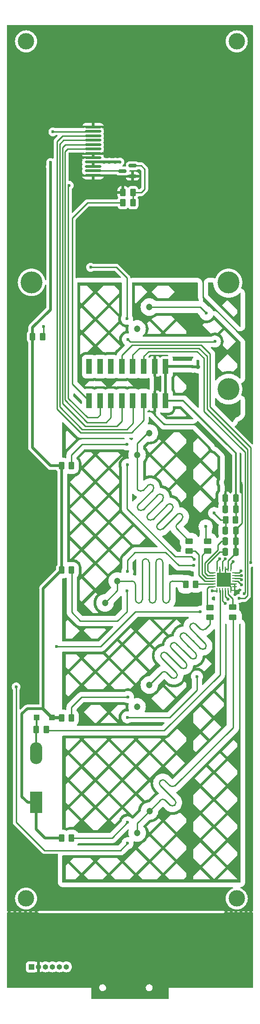
<source format=gbl>
%TF.GenerationSoftware,KiCad,Pcbnew,7.0.2*%
%TF.CreationDate,2023-05-22T14:24:39+07:00*%
%TF.ProjectId,ph_portable_refrigerator_display_hw_v2,70685f70-6f72-4746-9162-6c655f726566,rev?*%
%TF.SameCoordinates,Original*%
%TF.FileFunction,Copper,L2,Bot*%
%TF.FilePolarity,Positive*%
%FSLAX46Y46*%
G04 Gerber Fmt 4.6, Leading zero omitted, Abs format (unit mm)*
G04 Created by KiCad (PCBNEW 7.0.2) date 2023-05-22 14:24:39*
%MOMM*%
%LPD*%
G01*
G04 APERTURE LIST*
G04 Aperture macros list*
%AMRoundRect*
0 Rectangle with rounded corners*
0 $1 Rounding radius*
0 $2 $3 $4 $5 $6 $7 $8 $9 X,Y pos of 4 corners*
0 Add a 4 corners polygon primitive as box body*
4,1,4,$2,$3,$4,$5,$6,$7,$8,$9,$2,$3,0*
0 Add four circle primitives for the rounded corners*
1,1,$1+$1,$2,$3*
1,1,$1+$1,$4,$5*
1,1,$1+$1,$6,$7*
1,1,$1+$1,$8,$9*
0 Add four rect primitives between the rounded corners*
20,1,$1+$1,$2,$3,$4,$5,0*
20,1,$1+$1,$4,$5,$6,$7,0*
20,1,$1+$1,$6,$7,$8,$9,0*
20,1,$1+$1,$8,$9,$2,$3,0*%
G04 Aperture macros list end*
%TA.AperFunction,ComponentPad*%
%ADD10R,1.000000X1.000000*%
%TD*%
%TA.AperFunction,ComponentPad*%
%ADD11O,1.000000X1.000000*%
%TD*%
%TA.AperFunction,ComponentPad*%
%ADD12C,1.200000*%
%TD*%
%TA.AperFunction,ComponentPad*%
%ADD13C,4.000000*%
%TD*%
%TA.AperFunction,ComponentPad*%
%ADD14C,3.000000*%
%TD*%
%TA.AperFunction,SMDPad,CuDef*%
%ADD15O,3.000000X0.500000*%
%TD*%
%TA.AperFunction,SMDPad,CuDef*%
%ADD16R,2.224000X4.000000*%
%TD*%
%TA.AperFunction,SMDPad,CuDef*%
%ADD17O,2.224000X4.000000*%
%TD*%
%TA.AperFunction,SMDPad,CuDef*%
%ADD18RoundRect,0.250000X0.262500X0.450000X-0.262500X0.450000X-0.262500X-0.450000X0.262500X-0.450000X0*%
%TD*%
%TA.AperFunction,SMDPad,CuDef*%
%ADD19RoundRect,0.250000X-0.250000X-0.475000X0.250000X-0.475000X0.250000X0.475000X-0.250000X0.475000X0*%
%TD*%
%TA.AperFunction,SMDPad,CuDef*%
%ADD20RoundRect,0.062500X-0.350000X-0.062500X0.350000X-0.062500X0.350000X0.062500X-0.350000X0.062500X0*%
%TD*%
%TA.AperFunction,SMDPad,CuDef*%
%ADD21RoundRect,0.062500X-0.062500X-0.350000X0.062500X-0.350000X0.062500X0.350000X-0.062500X0.350000X0*%
%TD*%
%TA.AperFunction,SMDPad,CuDef*%
%ADD22R,2.600000X2.600000*%
%TD*%
%TA.AperFunction,SMDPad,CuDef*%
%ADD23RoundRect,0.250000X-0.262500X-0.450000X0.262500X-0.450000X0.262500X0.450000X-0.262500X0.450000X0*%
%TD*%
%TA.AperFunction,SMDPad,CuDef*%
%ADD24RoundRect,0.250000X-0.450000X0.262500X-0.450000X-0.262500X0.450000X-0.262500X0.450000X0.262500X0*%
%TD*%
%TA.AperFunction,SMDPad,CuDef*%
%ADD25RoundRect,0.250000X0.450000X-0.262500X0.450000X0.262500X-0.450000X0.262500X-0.450000X-0.262500X0*%
%TD*%
%TA.AperFunction,SMDPad,CuDef*%
%ADD26RoundRect,0.150000X0.587500X0.150000X-0.587500X0.150000X-0.587500X-0.150000X0.587500X-0.150000X0*%
%TD*%
%TA.AperFunction,SMDPad,CuDef*%
%ADD27RoundRect,0.250000X0.300000X0.300000X-0.300000X0.300000X-0.300000X-0.300000X0.300000X-0.300000X0*%
%TD*%
%TA.AperFunction,SMDPad,CuDef*%
%ADD28RoundRect,0.250000X0.250000X0.475000X-0.250000X0.475000X-0.250000X-0.475000X0.250000X-0.475000X0*%
%TD*%
%TA.AperFunction,SMDPad,CuDef*%
%ADD29R,1.000000X2.750000*%
%TD*%
%TA.AperFunction,ViaPad*%
%ADD30C,0.800000*%
%TD*%
%TA.AperFunction,ViaPad*%
%ADD31C,0.600000*%
%TD*%
%TA.AperFunction,Conductor*%
%ADD32C,0.250000*%
%TD*%
%TA.AperFunction,Conductor*%
%ADD33C,0.350000*%
%TD*%
%TA.AperFunction,Conductor*%
%ADD34C,0.500000*%
%TD*%
%TA.AperFunction,Conductor*%
%ADD35C,0.300000*%
%TD*%
G04 APERTURE END LIST*
D10*
%TO.P,J2,1,Pin_1*%
%TO.N,N/C*%
X39510000Y-193975000D03*
D11*
%TO.P,J2,2,Pin_2*%
%TO.N,GND*%
X40780000Y-193975000D03*
%TO.P,J2,3,Pin_3*%
%TO.N,N/C*%
X42050000Y-193975000D03*
%TO.P,J2,4,Pin_4*%
X43320000Y-193975000D03*
%TO.P,J2,5,Pin_5*%
X44590000Y-193975000D03*
%TO.P,J2,6,Pin_6*%
X45860000Y-193975000D03*
%TD*%
D12*
%TO.P,J3,1,Pin_1*%
%TO.N,/ts3*%
X61026911Y-96504624D03*
X58776911Y-100504624D03*
%TD*%
%TO.P,J5,1,Pin_1*%
%TO.N,/ts5*%
X61056911Y-165514624D03*
X58806911Y-169514624D03*
%TD*%
D13*
%TO.P,REF\u002A\u002A,1*%
%TO.N,N/C*%
X75500000Y-88500000D03*
%TD*%
%TO.P,REF\u002A\u002A,1*%
%TO.N,N/C*%
X75500000Y-69000000D03*
%TD*%
D12*
%TO.P,J2,1,Pin_1*%
%TO.N,/ts2*%
X52930686Y-127515373D03*
X55180686Y-123515373D03*
%TD*%
D14*
%TO.P,REF\u002A\u002A,1*%
%TO.N,N/C*%
X77000000Y-181500000D03*
%TD*%
D12*
%TO.P,J4,1,Pin_1*%
%TO.N,/ts4*%
X61026911Y-73504624D03*
X58776911Y-77504624D03*
%TD*%
D14*
%TO.P,REF\u002A\u002A,1*%
%TO.N,N/C*%
X38500000Y-181500000D03*
%TD*%
D13*
%TO.P,REF\u002A\u002A,1*%
%TO.N,N/C*%
X39500000Y-69000000D03*
%TD*%
D12*
%TO.P,J1,1,Pin_1*%
%TO.N,/ts1*%
X61026911Y-142504624D03*
X58776911Y-146504624D03*
%TD*%
D14*
%TO.P,REF\u002A\u002A,1*%
%TO.N,N/C*%
X77000000Y-25000000D03*
%TD*%
%TO.P,REF\u002A\u002A,1*%
%TO.N,N/C*%
X38500000Y-25000000D03*
%TD*%
D15*
%TO.P,J6,1,GND*%
%TO.N,GND*%
X50727500Y-49447500D03*
%TO.P,J6,2,LEDK*%
%TO.N,Net-(J6-LEDK)*%
X50727500Y-48647500D03*
%TO.P,J6,3,LEDA*%
%TO.N,+3V3*%
X50727500Y-47847500D03*
%TO.P,J6,4,VDD*%
X50727500Y-47047500D03*
%TO.P,J6,5,GND*%
%TO.N,GND*%
X50727500Y-46247500D03*
%TO.P,J6,6,GND*%
X50727500Y-45447500D03*
%TO.P,J6,7,D/C*%
%TO.N,/lcd_dc*%
X50727500Y-44647500D03*
%TO.P,J6,8,CS*%
%TO.N,/lcd_cs*%
X50727500Y-43847500D03*
%TO.P,J6,9,SCL*%
%TO.N,/lcd_clk*%
X50727500Y-43047500D03*
%TO.P,J6,10,SDA*%
%TO.N,/lcd_mosi*%
X50727500Y-42247500D03*
%TO.P,J6,11,RST*%
%TO.N,/lcd_rst*%
X50727500Y-41447500D03*
%TO.P,J6,12,GND*%
%TO.N,GND*%
X50727500Y-40647500D03*
%TD*%
D16*
%TO.P,BZ1,1,-*%
%TO.N,+3V3*%
X40330000Y-163936000D03*
D17*
%TO.P,BZ1,2,+*%
%TO.N,Net-(BZ1-+)*%
X40330000Y-154936000D03*
%TD*%
D18*
%TO.P,R13,1*%
%TO.N,+3V3*%
X76762500Y-112350000D03*
%TO.P,R13,2*%
%TO.N,Net-(U1-~{XRES})*%
X74937500Y-112350000D03*
%TD*%
D19*
%TO.P,C2,1*%
%TO.N,Net-(U1-VCC)*%
X74900000Y-118250000D03*
%TO.P,C2,2*%
%TO.N,GND*%
X76800000Y-118250000D03*
%TD*%
D20*
%TO.P,U1,1,CS0*%
%TO.N,Net-(U1-CS0)*%
X72712500Y-124550000D03*
%TO.P,U1,2,CS1*%
%TO.N,Net-(U1-CS1)*%
X72712500Y-124050000D03*
%TO.P,U1,3,CS2*%
%TO.N,Net-(U1-CS2)*%
X72712500Y-123550000D03*
%TO.P,U1,4,CS3*%
%TO.N,Net-(U1-CS3)*%
X72712500Y-123050000D03*
%TO.P,U1,5,CMOD*%
%TO.N,Net-(U1-CMOD)*%
X72712500Y-122550000D03*
%TO.P,U1,6,VCC*%
%TO.N,Net-(U1-VCC)*%
X72712500Y-122050000D03*
D21*
%TO.P,U1,7,VDD*%
%TO.N,+3V3*%
X73400000Y-121362500D03*
%TO.P,U1,8,VSS*%
%TO.N,GND*%
X73900000Y-121362500D03*
%TO.P,U1,9,CS15*%
%TO.N,/ts_irq*%
X74400000Y-121362500D03*
%TO.P,U1,10,CS14*%
%TO.N,GND*%
X74900000Y-121362500D03*
%TO.P,U1,11,CS13*%
X75400000Y-121362500D03*
%TO.P,U1,12,CS12*%
%TO.N,Net-(D5-K)*%
X75900000Y-121362500D03*
D20*
%TO.P,U1,13,CS11*%
%TO.N,Net-(D4-K)*%
X76587500Y-122050000D03*
%TO.P,U1,14,CS10*%
%TO.N,Net-(D3-K)*%
X76587500Y-122550000D03*
%TO.P,U1,15,CS9*%
%TO.N,Net-(D2-K)*%
X76587500Y-123050000D03*
%TO.P,U1,16,CS8*%
%TO.N,Net-(D1-K)*%
X76587500Y-123550000D03*
%TO.P,U1,17,CS7*%
%TO.N,GND*%
X76587500Y-124050000D03*
%TO.P,U1,18,CS6*%
X76587500Y-124550000D03*
D21*
%TO.P,U1,19,CS5*%
X75900000Y-125237500D03*
%TO.P,U1,20,CS4*%
%TO.N,Net-(U1-CS4)*%
X75400000Y-125237500D03*
%TO.P,U1,21,SDA*%
%TO.N,/i2c_sda*%
X74900000Y-125237500D03*
%TO.P,U1,22,SCL*%
%TO.N,/i2c_scl*%
X74400000Y-125237500D03*
%TO.P,U1,23,~{HI}*%
%TO.N,Net-(U1-~{HI})*%
X73900000Y-125237500D03*
%TO.P,U1,24,~{XRES}*%
%TO.N,Net-(U1-~{XRES})*%
X73400000Y-125237500D03*
D22*
%TO.P,U1,25,EP*%
%TO.N,GND*%
X74650000Y-123300000D03*
%TD*%
D23*
%TO.P,R7,1*%
%TO.N,/ts2*%
X67687500Y-124150000D03*
%TO.P,R7,2*%
%TO.N,Net-(U1-CS1)*%
X69512500Y-124150000D03*
%TD*%
D19*
%TO.P,C3,1*%
%TO.N,Net-(U1-~{XRES})*%
X74900000Y-114300000D03*
%TO.P,C3,2*%
%TO.N,GND*%
X76800000Y-114300000D03*
%TD*%
D24*
%TO.P,R8,1*%
%TO.N,/ts3*%
X68300000Y-116237500D03*
%TO.P,R8,2*%
%TO.N,Net-(U1-CS2)*%
X68300000Y-118062500D03*
%TD*%
D25*
%TO.P,R10,1*%
%TO.N,/ts5*%
X76250000Y-130112500D03*
%TO.P,R10,2*%
%TO.N,Net-(U1-CS4)*%
X76250000Y-128287500D03*
%TD*%
D23*
%TO.P,R2,1*%
%TO.N,+3V3*%
X44987500Y-121550000D03*
%TO.P,R2,2*%
%TO.N,Net-(D2-A)*%
X46812500Y-121550000D03*
%TD*%
D26*
%TO.P,Q1,1,B*%
%TO.N,Net-(Q1-B)*%
X57987500Y-47725000D03*
%TO.P,Q1,2,E*%
%TO.N,GND*%
X57987500Y-49625000D03*
%TO.P,Q1,3,C*%
%TO.N,Net-(J6-LEDK)*%
X56112500Y-48675000D03*
%TD*%
D18*
%TO.P,R12,1*%
%TO.N,Net-(Q1-B)*%
X58037500Y-52625000D03*
%TO.P,R12,2*%
%TO.N,GND*%
X56212500Y-52625000D03*
%TD*%
D27*
%TO.P,D6,1,K*%
%TO.N,+3V3*%
X43200000Y-148450000D03*
%TO.P,D6,2,A*%
%TO.N,Net-(BZ1-+)*%
X40400000Y-148450000D03*
%TD*%
D23*
%TO.P,R3,1*%
%TO.N,+3V3*%
X44987500Y-102500000D03*
%TO.P,R3,2*%
%TO.N,Net-(D3-A)*%
X46812500Y-102500000D03*
%TD*%
%TO.P,R4,1*%
%TO.N,+3V3*%
X39675000Y-78950000D03*
%TO.P,R4,2*%
%TO.N,Net-(D4-A)*%
X41500000Y-78950000D03*
%TD*%
D28*
%TO.P,C5,1*%
%TO.N,+3V3*%
X76800000Y-110400000D03*
%TO.P,C5,2*%
%TO.N,GND*%
X74900000Y-110400000D03*
%TD*%
D19*
%TO.P,C1,1*%
%TO.N,Net-(U1-CMOD)*%
X74900000Y-116300000D03*
%TO.P,C1,2*%
%TO.N,GND*%
X76800000Y-116300000D03*
%TD*%
D25*
%TO.P,R6,1*%
%TO.N,/ts1*%
X72100000Y-130162500D03*
%TO.P,R6,2*%
%TO.N,Net-(U1-CS0)*%
X72100000Y-128337500D03*
%TD*%
D23*
%TO.P,R1,1*%
%TO.N,+3V3*%
X44987500Y-148500000D03*
%TO.P,R1,2*%
%TO.N,Net-(D1-A)*%
X46812500Y-148500000D03*
%TD*%
D29*
%TO.P,J9,1,Pin_1*%
%TO.N,/lcd_bl*%
X50000000Y-90625000D03*
%TO.P,J9,2,Pin_2*%
%TO.N,unconnected-(J9-Pin_2-Pad2)*%
X50000000Y-84375000D03*
%TO.P,J9,3,Pin_3*%
%TO.N,/lcd_rst*%
X52000000Y-90625000D03*
%TO.P,J9,4,Pin_4*%
%TO.N,unconnected-(J9-Pin_4-Pad4)*%
X52000000Y-84375000D03*
%TO.P,J9,5,Pin_5*%
%TO.N,/lcd_dc*%
X54000000Y-90625000D03*
%TO.P,J9,6,Pin_6*%
%TO.N,unconnected-(J9-Pin_6-Pad6)*%
X54000000Y-84375000D03*
%TO.P,J9,7,Pin_7*%
%TO.N,/lcd_cs*%
X56000000Y-90625000D03*
%TO.P,J9,8,Pin_8*%
%TO.N,/ts_irq*%
X56000000Y-84375000D03*
%TO.P,J9,9,Pin_9*%
%TO.N,/lcd_clk*%
X58000000Y-90625000D03*
%TO.P,J9,10,Pin_10*%
%TO.N,/i2c_sda*%
X58000000Y-84375000D03*
%TO.P,J9,11,Pin_11*%
%TO.N,/lcd_mosi*%
X60000000Y-90625000D03*
%TO.P,J9,12,Pin_12*%
%TO.N,/i2c_scl*%
X60000000Y-84375000D03*
%TO.P,J9,13,Pin_13*%
%TO.N,GND*%
X62000000Y-90625000D03*
%TO.P,J9,14,Pin_14*%
X62000000Y-84375000D03*
%TO.P,J9,15,Pin_15*%
%TO.N,+3V3*%
X64000000Y-90625000D03*
%TO.P,J9,16,Pin_16*%
X64000000Y-84375000D03*
%TD*%
D24*
%TO.P,R9,1*%
%TO.N,/ts4*%
X71650000Y-116237500D03*
%TO.P,R9,2*%
%TO.N,Net-(U1-CS3)*%
X71650000Y-118062500D03*
%TD*%
D23*
%TO.P,R11,1*%
%TO.N,/lcd_bl*%
X56212500Y-54475000D03*
%TO.P,R11,2*%
%TO.N,Net-(Q1-B)*%
X58037500Y-54475000D03*
%TD*%
D28*
%TO.P,C4,1*%
%TO.N,+3V3*%
X76800000Y-108400000D03*
%TO.P,C4,2*%
%TO.N,GND*%
X74900000Y-108400000D03*
%TD*%
D18*
%TO.P,R14,1*%
%TO.N,Net-(U1-~{HI})*%
X42212500Y-150600000D03*
%TO.P,R14,2*%
%TO.N,Net-(BZ1-+)*%
X40387500Y-150600000D03*
%TD*%
D23*
%TO.P,R5,1*%
%TO.N,+3V3*%
X44987500Y-170450000D03*
%TO.P,R5,2*%
%TO.N,Net-(D5-A)*%
X46812500Y-170450000D03*
%TD*%
D30*
%TO.N,GND*%
X78250000Y-190225000D03*
X37250000Y-190975000D03*
D31*
X75990000Y-183925000D03*
X74900000Y-105550000D03*
D30*
X70300000Y-186875000D03*
X49150000Y-188825000D03*
X47300000Y-186925000D03*
D31*
X37409000Y-183950000D03*
D30*
X50650000Y-193175000D03*
D31*
X78660000Y-183925000D03*
X71600000Y-53375000D03*
D30*
X44150000Y-188525000D03*
X36350000Y-195875000D03*
D31*
X71525000Y-63650000D03*
D30*
X70300000Y-196575000D03*
X57250000Y-187575000D03*
D31*
X71575000Y-58525000D03*
D30*
X78250000Y-196525000D03*
X74000000Y-186875000D03*
X48200000Y-193225000D03*
X70300000Y-193175000D03*
X78250000Y-193125000D03*
D31*
X75100000Y-183925000D03*
D30*
X78250000Y-186825000D03*
X66250000Y-196575000D03*
D31*
X35465000Y-183950000D03*
D30*
X65650000Y-187400000D03*
X37250000Y-185725000D03*
D31*
X55575000Y-50975000D03*
X36437000Y-183950000D03*
D30*
X66925000Y-192925000D03*
D31*
X38381000Y-183950000D03*
D30*
X56950000Y-189275000D03*
D31*
X40325000Y-183950000D03*
X79550000Y-183925000D03*
X76880000Y-183925000D03*
X73225000Y-98775000D03*
X77450000Y-94650000D03*
X50675000Y-50925000D03*
X77750000Y-105650000D03*
X39353000Y-183950000D03*
X48225000Y-53475000D03*
X77770000Y-183925000D03*
X70825000Y-67275000D03*
D30*
X70300000Y-190275000D03*
X37275000Y-197175000D03*
X49325000Y-196725000D03*
X74000000Y-196575000D03*
X74000000Y-193175000D03*
X74000000Y-190275000D03*
X37250000Y-194375000D03*
D31*
%TO.N,+3V3*%
X73874500Y-119450000D03*
X52825000Y-47050000D03*
X69900000Y-83400000D03*
X53750000Y-47050000D03*
X54800000Y-47050000D03*
X43000000Y-47100000D03*
X42950000Y-47900000D03*
D30*
X69900000Y-84400000D03*
D31*
X69000000Y-84400000D03*
X55625000Y-47025000D03*
X76800000Y-109450000D03*
X43000000Y-47100000D03*
%TO.N,Net-(U1-~{XRES})*%
X72874500Y-111123213D03*
X72500000Y-125300000D03*
%TO.N,Net-(D1-A)*%
X57100000Y-144700000D03*
%TO.N,Net-(D1-K)*%
X69700000Y-140950000D03*
X57000000Y-148400000D03*
X77875500Y-124200000D03*
%TO.N,Net-(D2-A)*%
X56900000Y-125300000D03*
%TO.N,Net-(D2-K)*%
X77850000Y-123300000D03*
X69150000Y-120700000D03*
X57000000Y-121800000D03*
%TO.N,Net-(D3-A)*%
X56950000Y-98600000D03*
%TO.N,Net-(D3-K)*%
X69200000Y-119600000D03*
X57000000Y-102300000D03*
X77875500Y-122489553D03*
%TO.N,Net-(D4-A)*%
X41700000Y-77050000D03*
X50300000Y-66250000D03*
X56950000Y-75650000D03*
%TO.N,/i2c_scl*%
X78325500Y-125800000D03*
X74850000Y-127650000D03*
%TO.N,/i2c_sda*%
X77450500Y-126700000D03*
X75400000Y-126850000D03*
%TO.N,/lcd_rst*%
X43400000Y-41525000D03*
X46400000Y-51300000D03*
%TO.N,Net-(D4-K)*%
X73000000Y-79800000D03*
X57100000Y-79400000D03*
X77800000Y-121650000D03*
%TO.N,Net-(D5-A)*%
X57050000Y-167600000D03*
%TO.N,Net-(D5-K)*%
X70287537Y-129161999D03*
X57050000Y-171400000D03*
X44050000Y-135500000D03*
X76300000Y-120024500D03*
X36700000Y-142850000D03*
%TO.N,/ts_irq*%
X74867036Y-119474500D03*
X79574500Y-120150000D03*
%TO.N,/ts4*%
X71450000Y-74650000D03*
X71325500Y-113575000D03*
%TD*%
D32*
%TO.N,GND*%
X74900000Y-121362500D02*
X74900000Y-123050000D01*
X75900000Y-125237500D02*
X75900000Y-124550000D01*
X75400000Y-119800000D02*
X76800000Y-118400000D01*
X62000000Y-84375000D02*
X62000000Y-90625000D01*
X77950000Y-112950000D02*
X76800000Y-114100000D01*
X74900000Y-100450000D02*
X69400000Y-94950000D01*
X79000000Y-93050000D02*
X77450000Y-94600000D01*
X63750000Y-94950000D02*
X62000000Y-93200000D01*
X74900000Y-108400000D02*
X74900000Y-105550000D01*
X79000000Y-79900000D02*
X79000000Y-93050000D01*
X75400000Y-124050000D02*
X74650000Y-123300000D01*
X76800000Y-114100000D02*
X76800000Y-114300000D01*
X75400000Y-121362500D02*
X75400000Y-119800000D01*
X73900000Y-122550000D02*
X74650000Y-123300000D01*
X70850000Y-67250000D02*
X70825000Y-67275000D01*
X77950000Y-105850000D02*
X77950000Y-112950000D01*
X74900000Y-121362500D02*
X75400000Y-121362500D01*
X76587500Y-124050000D02*
X75400000Y-124050000D01*
X77750000Y-105650000D02*
X77950000Y-105850000D01*
X74900000Y-110400000D02*
X74900000Y-108400000D01*
X75900000Y-124550000D02*
X74650000Y-123300000D01*
X62000000Y-93200000D02*
X62000000Y-90625000D01*
X74900000Y-123050000D02*
X74650000Y-123300000D01*
X73900000Y-121362500D02*
X73900000Y-122550000D01*
X74900000Y-105550000D02*
X74900000Y-100450000D01*
X77450000Y-94600000D02*
X77450000Y-94650000D01*
X76587500Y-124050000D02*
X76587500Y-124550000D01*
X76800000Y-118400000D02*
X76800000Y-118250000D01*
X70850000Y-71750000D02*
X79000000Y-79900000D01*
X76800000Y-118250000D02*
X76800000Y-114300000D01*
X69400000Y-94950000D02*
X63750000Y-94950000D01*
X70825000Y-67275000D02*
X70850000Y-71750000D01*
D33*
%TO.N,Net-(BZ1-+)*%
X40330000Y-154936000D02*
X40330000Y-150757500D01*
X40330000Y-150757500D02*
X40637500Y-150450000D01*
X40400000Y-150212500D02*
X40637500Y-150450000D01*
X40400000Y-148450000D02*
X40400000Y-150212500D01*
D34*
%TO.N,+3V3*%
X69000000Y-84400000D02*
X69900000Y-84400000D01*
X68975000Y-84375000D02*
X69000000Y-84400000D01*
X52827500Y-47047500D02*
X53747500Y-47047500D01*
X38700000Y-146850000D02*
X41600000Y-146850000D01*
X53752500Y-47047500D02*
X54797500Y-47047500D01*
D33*
X76800000Y-108400000D02*
X76800000Y-100200000D01*
D34*
X53750000Y-47050000D02*
X53752500Y-47047500D01*
D35*
X44800000Y-148687500D02*
X44987500Y-148500000D01*
D34*
X55647500Y-47047500D02*
X55672500Y-47047500D01*
X40330000Y-163936000D02*
X40330000Y-168830000D01*
X50727500Y-47047500D02*
X52822500Y-47047500D01*
X41950000Y-170450000D02*
X44987500Y-170450000D01*
X41650000Y-146900000D02*
X43250000Y-148500000D01*
X55672500Y-47047500D02*
X55675000Y-47050000D01*
D33*
X43000000Y-47100000D02*
X43032500Y-47067500D01*
X44937500Y-148450000D02*
X44987500Y-148500000D01*
D34*
X39650000Y-78975000D02*
X39650000Y-99150000D01*
X39650000Y-99150000D02*
X43000000Y-102500000D01*
X39675000Y-78950000D02*
X39675000Y-77250000D01*
X64000000Y-90625000D02*
X64000000Y-84375000D01*
X42950000Y-47150000D02*
X42950000Y-47900000D01*
D33*
X67225000Y-90625000D02*
X64000000Y-90625000D01*
D34*
X39675000Y-77250000D02*
X42950000Y-73975000D01*
X43200000Y-148450000D02*
X44937500Y-148450000D01*
X41600000Y-146850000D02*
X43200000Y-148450000D01*
X54802500Y-47047500D02*
X55602500Y-47047500D01*
D32*
X76800000Y-112312500D02*
X76762500Y-112350000D01*
D34*
X53747500Y-47047500D02*
X53750000Y-47050000D01*
X43000000Y-102500000D02*
X44987500Y-102500000D01*
D32*
X73400000Y-121362500D02*
X73400000Y-119924500D01*
D34*
X38786000Y-163936000D02*
X37750000Y-162900000D01*
X40330000Y-163936000D02*
X38786000Y-163936000D01*
X42950000Y-73975000D02*
X42950000Y-47900000D01*
X52822500Y-47047500D02*
X52825000Y-47050000D01*
X37750000Y-162900000D02*
X37750000Y-147800000D01*
X43000000Y-47100000D02*
X42950000Y-47150000D01*
D33*
X76800000Y-100200000D02*
X67225000Y-90625000D01*
D34*
X40330000Y-168830000D02*
X41950000Y-170450000D01*
X44987500Y-121550000D02*
X44987500Y-102500000D01*
D32*
X76800000Y-108400000D02*
X76800000Y-112312500D01*
D34*
X44987500Y-121550000D02*
X41650000Y-124887500D01*
X52825000Y-47050000D02*
X52827500Y-47047500D01*
X41650000Y-124887500D02*
X41650000Y-146900000D01*
X64000000Y-84375000D02*
X68975000Y-84375000D01*
X54800000Y-47050000D02*
X54802500Y-47047500D01*
X55602500Y-47047500D02*
X55625000Y-47025000D01*
X37750000Y-147800000D02*
X38700000Y-146850000D01*
X50727500Y-47847500D02*
X50727500Y-47047500D01*
X39675000Y-78950000D02*
X39650000Y-78975000D01*
X43250000Y-148500000D02*
X44987500Y-148500000D01*
X69900000Y-83400000D02*
X69900000Y-84400000D01*
D32*
X73400000Y-119924500D02*
X73874500Y-119450000D01*
D34*
X54797500Y-47047500D02*
X54800000Y-47050000D01*
X55625000Y-47025000D02*
X55647500Y-47047500D01*
D32*
%TO.N,Net-(U1-CMOD)*%
X71150000Y-120250000D02*
X73550000Y-117850000D01*
X74200000Y-116300000D02*
X74900000Y-116300000D01*
X73550000Y-116950000D02*
X74200000Y-116300000D01*
X73550000Y-117850000D02*
X73550000Y-116950000D01*
X71150000Y-122000000D02*
X71150000Y-120250000D01*
X71700000Y-122550000D02*
X71150000Y-122000000D01*
X72712500Y-122550000D02*
X71700000Y-122550000D01*
%TO.N,Net-(U1-VCC)*%
X73850000Y-118250000D02*
X74900000Y-118250000D01*
X72712500Y-122050000D02*
X72100000Y-122050000D01*
X71700000Y-120400000D02*
X73850000Y-118250000D01*
X71700000Y-121650000D02*
X71700000Y-120400000D01*
X72100000Y-122050000D02*
X71700000Y-121650000D01*
%TO.N,Net-(U1-~{XRES})*%
X72874500Y-111123213D02*
X72874500Y-111174500D01*
X73337500Y-125300000D02*
X73400000Y-125237500D01*
X74937500Y-112350000D02*
X74937500Y-114262500D01*
X74937500Y-114262500D02*
X74900000Y-114300000D01*
X72500000Y-125300000D02*
X73337500Y-125300000D01*
X72874500Y-111174500D02*
X74050000Y-112350000D01*
X74050000Y-112350000D02*
X74937500Y-112350000D01*
%TO.N,Net-(D1-A)*%
X48650000Y-144700000D02*
X46812500Y-146537500D01*
X57100000Y-144700000D02*
X48650000Y-144700000D01*
X46812500Y-146537500D02*
X46812500Y-148500000D01*
%TO.N,Net-(D1-K)*%
X77875500Y-124200000D02*
X77866116Y-124200000D01*
X69700000Y-140950000D02*
X69700000Y-143450000D01*
X77216116Y-123550000D02*
X76587500Y-123550000D01*
X77866116Y-124200000D02*
X77216116Y-123550000D01*
X64750000Y-148400000D02*
X57000000Y-148400000D01*
X69700000Y-143450000D02*
X64750000Y-148400000D01*
%TO.N,Net-(D2-A)*%
X48400000Y-130800000D02*
X46850000Y-129250000D01*
X55200000Y-130800000D02*
X48400000Y-130800000D01*
X56900000Y-125300000D02*
X56900000Y-129100000D01*
X46850000Y-121587500D02*
X46812500Y-121550000D01*
X56900000Y-129100000D02*
X55200000Y-130800000D01*
X46850000Y-129250000D02*
X46850000Y-121587500D01*
%TO.N,Net-(D2-K)*%
X77600000Y-123050000D02*
X76587500Y-123050000D01*
X64000000Y-118300000D02*
X66400000Y-120700000D01*
X57000000Y-119700000D02*
X58400000Y-118300000D01*
X77850000Y-123300000D02*
X77600000Y-123050000D01*
X66400000Y-120700000D02*
X69150000Y-120700000D01*
X58400000Y-118300000D02*
X64000000Y-118300000D01*
X57000000Y-121800000D02*
X57000000Y-119700000D01*
%TO.N,Net-(D3-A)*%
X46812500Y-100487500D02*
X48700000Y-98600000D01*
X46812500Y-102500000D02*
X46812500Y-100487500D01*
X48700000Y-98600000D02*
X56950000Y-98600000D01*
%TO.N,Net-(D3-K)*%
X77875500Y-122489553D02*
X77815053Y-122550000D01*
X57000000Y-102300000D02*
X56950000Y-102350000D01*
X56950000Y-102350000D02*
X56950000Y-110300000D01*
X56950000Y-110300000D02*
X65750000Y-119100000D01*
X65750000Y-119100000D02*
X68700000Y-119100000D01*
X68700000Y-119100000D02*
X69200000Y-119600000D01*
X77815053Y-122550000D02*
X76587500Y-122550000D01*
%TO.N,Net-(D4-A)*%
X56950000Y-68200000D02*
X55000000Y-66250000D01*
X55000000Y-66250000D02*
X50300000Y-66250000D01*
X56950000Y-75650000D02*
X56950000Y-68200000D01*
X41700000Y-78750000D02*
X41500000Y-78950000D01*
X41700000Y-77050000D02*
X41700000Y-78750000D01*
%TO.N,/i2c_scl*%
X78500000Y-100050000D02*
X71000000Y-92550000D01*
X60000000Y-82500000D02*
X60000000Y-84375000D01*
X74850000Y-127650000D02*
X74400000Y-127200000D01*
X78500000Y-125625500D02*
X78500000Y-100050000D01*
X60900000Y-81600000D02*
X60000000Y-82500000D01*
X78325500Y-125800000D02*
X78500000Y-125625500D01*
X69750000Y-81600000D02*
X60900000Y-81600000D01*
X74400000Y-127200000D02*
X74400000Y-125237500D01*
X71000000Y-92550000D02*
X71000000Y-82850000D01*
X71000000Y-82850000D02*
X69750000Y-81600000D01*
%TO.N,/i2c_sda*%
X78450000Y-126700000D02*
X78950000Y-126200000D01*
X78950000Y-99525000D02*
X71550000Y-92125000D01*
X59200000Y-81050000D02*
X58000000Y-82250000D01*
X77450500Y-126700000D02*
X78450000Y-126700000D01*
X74900000Y-126350000D02*
X74900000Y-125237500D01*
X78950000Y-126200000D02*
X78950000Y-99525000D01*
X58000000Y-82250000D02*
X58000000Y-84375000D01*
X71550000Y-92125000D02*
X71550000Y-82500000D01*
X70100000Y-81050000D02*
X59200000Y-81050000D01*
X71550000Y-82500000D02*
X70100000Y-81050000D01*
X75400000Y-126850000D02*
X74900000Y-126350000D01*
%TO.N,/lcd_cs*%
X55050000Y-95300000D02*
X49350000Y-95300000D01*
X45150000Y-44400000D02*
X45702500Y-43847500D01*
X56000000Y-94350000D02*
X55050000Y-95300000D01*
X45150000Y-91100000D02*
X45150000Y-44400000D01*
X56000000Y-90625000D02*
X56000000Y-94350000D01*
X45702500Y-43847500D02*
X50727500Y-43847500D01*
X49350000Y-95300000D02*
X45150000Y-91100000D01*
%TO.N,/lcd_dc*%
X54000000Y-90625000D02*
X54000000Y-93650000D01*
X53100000Y-94550000D02*
X49700000Y-94550000D01*
X45625000Y-90475000D02*
X45625000Y-45120000D01*
X45625000Y-45120000D02*
X46097500Y-44647500D01*
X46097500Y-44647500D02*
X50727500Y-44647500D01*
X49700000Y-94550000D02*
X45625000Y-90475000D01*
X54000000Y-93650000D02*
X53100000Y-94550000D01*
%TO.N,/lcd_rst*%
X51500000Y-93700000D02*
X49750000Y-93700000D01*
X46225000Y-61950000D02*
X46225000Y-51475000D01*
X52000000Y-93200000D02*
X51500000Y-93700000D01*
X43400000Y-41525000D02*
X43457500Y-41467500D01*
X46225000Y-90175000D02*
X46225000Y-61950000D01*
X52000000Y-90625000D02*
X52000000Y-93200000D01*
X49750000Y-93700000D02*
X46225000Y-90175000D01*
X46225000Y-51475000D02*
X46400000Y-51300000D01*
X50707500Y-41467500D02*
X50727500Y-41447500D01*
X43457500Y-41467500D02*
X50707500Y-41467500D01*
%TO.N,/lcd_bl*%
X49725000Y-54475000D02*
X46950000Y-57250000D01*
X46950000Y-57250000D02*
X46950000Y-87575000D01*
X46950000Y-87575000D02*
X50000000Y-90625000D01*
X56212500Y-54475000D02*
X49725000Y-54475000D01*
%TO.N,Net-(D4-K)*%
X76587500Y-122050000D02*
X77400000Y-122050000D01*
X73000000Y-79800000D02*
X72950000Y-79850000D01*
X57550000Y-79850000D02*
X57100000Y-79400000D01*
X72950000Y-79850000D02*
X57550000Y-79850000D01*
X77400000Y-122050000D02*
X77800000Y-121650000D01*
%TO.N,Net-(D5-A)*%
X54200000Y-170450000D02*
X57050000Y-167600000D01*
X46812500Y-170450000D02*
X54200000Y-170450000D01*
%TO.N,Net-(D5-K)*%
X36700000Y-167550000D02*
X41850000Y-172700000D01*
X75900000Y-120424500D02*
X75900000Y-121362500D01*
X36700000Y-142850000D02*
X36700000Y-167550000D01*
X44050000Y-135500000D02*
X52150000Y-135500000D01*
X76300000Y-120024500D02*
X75900000Y-120424500D01*
X41850000Y-172700000D02*
X55750000Y-172700000D01*
X58488001Y-129161999D02*
X70287537Y-129161999D01*
X55750000Y-172700000D02*
X57050000Y-171400000D01*
X52150000Y-135500000D02*
X58488001Y-129161999D01*
%TO.N,Net-(J6-LEDK)*%
X56085000Y-48647500D02*
X56112500Y-48675000D01*
X50727500Y-48647500D02*
X53125000Y-48647500D01*
X53125000Y-48647500D02*
X56085000Y-48647500D01*
%TO.N,/ts_irq*%
X70450000Y-80450000D02*
X72100000Y-82100000D01*
X72100000Y-91750000D02*
X79350000Y-99000000D01*
X72100000Y-82100000D02*
X72100000Y-91750000D01*
X56000000Y-82350000D02*
X57900000Y-80450000D01*
X74867036Y-119474500D02*
X74400000Y-119941536D01*
X79550000Y-120125500D02*
X79550000Y-99200000D01*
X74400000Y-119941536D02*
X74400000Y-121362500D01*
X79550000Y-99200000D02*
X79350000Y-99000000D01*
X56000000Y-84375000D02*
X56000000Y-82350000D01*
X79574500Y-120150000D02*
X79550000Y-120125500D01*
X57900000Y-80450000D02*
X70450000Y-80450000D01*
%TO.N,/lcd_clk*%
X44650000Y-91750000D02*
X44650000Y-43775000D01*
X56900000Y-95850000D02*
X48750000Y-95850000D01*
X48750000Y-95850000D02*
X44650000Y-91750000D01*
X45377500Y-43047500D02*
X50727500Y-43047500D01*
X44650000Y-43775000D02*
X45377500Y-43047500D01*
X58050000Y-94700000D02*
X56900000Y-95850000D01*
X58000000Y-90625000D02*
X58050000Y-90675000D01*
X58050000Y-90675000D02*
X58050000Y-94700000D01*
%TO.N,/lcd_mosi*%
X60000000Y-94200000D02*
X57750000Y-96450000D01*
X44150000Y-92100000D02*
X44150000Y-43275000D01*
X60000000Y-90625000D02*
X60000000Y-94200000D01*
X45177500Y-42247500D02*
X50727500Y-42247500D01*
X48500000Y-96450000D02*
X44150000Y-92100000D01*
X57750000Y-96450000D02*
X48500000Y-96450000D01*
X44150000Y-43275000D02*
X45177500Y-42247500D01*
%TO.N,Net-(Q1-B)*%
X57987500Y-47725000D02*
X59550000Y-47725000D01*
X60175000Y-48350000D02*
X60175000Y-52000000D01*
X59550000Y-52625000D02*
X58037500Y-52625000D01*
X58037500Y-54475000D02*
X58037500Y-52625000D01*
X60175000Y-52000000D02*
X59550000Y-52625000D01*
X59550000Y-47725000D02*
X60175000Y-48350000D01*
%TO.N,Net-(U1-CS0)*%
X71550000Y-124900000D02*
X71550000Y-127787500D01*
X72712500Y-124550000D02*
X71900000Y-124550000D01*
X71550000Y-127787500D02*
X72100000Y-128337500D01*
X71900000Y-124550000D02*
X71550000Y-124900000D01*
%TO.N,Net-(U1-CS1)*%
X72712500Y-124050000D02*
X69612500Y-124050000D01*
X69612500Y-124050000D02*
X69512500Y-124150000D01*
%TO.N,Net-(U1-CS2)*%
X70050000Y-122450000D02*
X70050000Y-118700000D01*
X71150000Y-123550000D02*
X70050000Y-122450000D01*
X70050000Y-118700000D02*
X69412500Y-118062500D01*
X72712500Y-123550000D02*
X71150000Y-123550000D01*
X69412500Y-118062500D02*
X68300000Y-118062500D01*
%TO.N,Net-(U1-CS3)*%
X71400000Y-123050000D02*
X72712500Y-123050000D01*
X70650000Y-122300000D02*
X71400000Y-123050000D01*
X70650000Y-118850000D02*
X70650000Y-122300000D01*
X71437500Y-118062500D02*
X70650000Y-118850000D01*
X71650000Y-118062500D02*
X71437500Y-118062500D01*
%TO.N,Net-(U1-CS4)*%
X75400000Y-125237500D02*
X75400000Y-125900000D01*
X76250000Y-126750000D02*
X76250000Y-128287500D01*
X75400000Y-125900000D02*
X76250000Y-126750000D01*
%TO.N,Net-(U1-~{HI})*%
X73925000Y-131500000D02*
X73925000Y-131275000D01*
X42212500Y-150600000D02*
X42462500Y-150850000D01*
X63750000Y-150850000D02*
X73925000Y-140675000D01*
X73900000Y-125237500D02*
X73925000Y-125262500D01*
X42462500Y-150850000D02*
X63750000Y-150850000D01*
X73925000Y-125262500D02*
X73925000Y-131500000D01*
X73925000Y-140675000D02*
X73925000Y-131500000D01*
%TO.N,/ts1*%
X67710190Y-133169696D02*
X69036016Y-134495522D01*
X64174652Y-136705234D02*
X65500478Y-138031060D01*
X69477954Y-137589113D02*
X69477954Y-137589114D01*
X67710185Y-138472999D02*
X66384359Y-137147173D01*
X68594075Y-131401928D02*
X68594075Y-131401927D01*
X67710185Y-139356882D02*
X67710185Y-139356883D01*
X71245723Y-134937461D02*
X69919897Y-133611635D01*
X71245727Y-132285811D02*
X71245725Y-132285812D01*
X64174649Y-140240768D02*
X64174650Y-140240768D01*
X69036016Y-134495522D02*
X70361840Y-135821345D01*
X61026911Y-142504624D02*
X63290767Y-140240768D01*
X72100000Y-131431535D02*
X72100000Y-130162500D01*
X71245725Y-132285812D02*
X72100000Y-131431535D01*
X66384359Y-137147173D02*
X65058536Y-135821349D01*
X65942421Y-134937465D02*
X67268247Y-136263291D01*
X65500478Y-138031060D02*
X66826302Y-139356883D01*
X69919897Y-133611635D02*
X68594074Y-132285811D01*
X71245723Y-135821344D02*
X71245723Y-135821345D01*
X65942416Y-140240767D02*
X65058532Y-139356883D01*
X66826306Y-133169697D02*
X66826306Y-133169696D01*
X69477959Y-131401927D02*
X70361843Y-132285811D01*
X68152128Y-135379404D02*
X66826305Y-134053580D01*
X63290768Y-136705235D02*
X63290768Y-136705234D01*
X69477954Y-136705230D02*
X68152128Y-135379404D01*
X67268247Y-136263291D02*
X68594071Y-137589114D01*
X65942417Y-141124651D02*
X65942416Y-141124651D01*
X64174650Y-140240768D02*
X65058533Y-141124651D01*
X65058532Y-139356883D02*
X63290767Y-137589118D01*
X65058537Y-134937466D02*
X65058537Y-134937465D01*
X71245719Y-135821341D02*
G75*
G03*
X71245722Y-134937462I-441919J441941D01*
G01*
X67710190Y-133169696D02*
G75*
G03*
X66826306Y-133169696I-441942J-441943D01*
G01*
X65942421Y-134937465D02*
G75*
G03*
X65058537Y-134937465I-441942J-441943D01*
G01*
X68594059Y-137589126D02*
G75*
G03*
X69477954Y-137589113I441941J441926D01*
G01*
X69477982Y-137589142D02*
G75*
G03*
X69477954Y-136705230I-441982J441942D01*
G01*
X70361843Y-132285811D02*
G75*
G03*
X71245727Y-132285811I441942J441943D01*
G01*
X70361859Y-135821326D02*
G75*
G03*
X71245723Y-135821344I441941J441926D01*
G01*
X68594105Y-131401958D02*
G75*
G03*
X68594074Y-132285811I441895J-441942D01*
G01*
X65942407Y-141124642D02*
G75*
G03*
X65942416Y-140240767I-441907J441942D01*
G01*
X64174652Y-136705234D02*
G75*
G03*
X63290768Y-136705234I-441942J-441943D01*
G01*
X66826267Y-133169658D02*
G75*
G03*
X66826305Y-134053580I441933J-441942D01*
G01*
X63290791Y-136705258D02*
G75*
G03*
X63290767Y-137589118I441909J-441942D01*
G01*
X66826259Y-139356926D02*
G75*
G03*
X67710185Y-139356882I441941J442026D01*
G01*
X67710143Y-139356841D02*
G75*
G03*
X67710184Y-138473000I-441943J441941D01*
G01*
X69477959Y-131401927D02*
G75*
G03*
X68594075Y-131401927I-441942J-441943D01*
G01*
X65058533Y-141124651D02*
G75*
G03*
X65942417Y-141124651I441942J441943D01*
G01*
X65058530Y-134937459D02*
G75*
G03*
X65058537Y-135821348I441970J-441941D01*
G01*
X64174648Y-140240769D02*
G75*
G03*
X63290768Y-140240769I-441940J-441940D01*
G01*
%TO.N,/ts2*%
X62225000Y-126940373D02*
X62225000Y-120090373D01*
X55180686Y-123515373D02*
X57850000Y-123515373D01*
X64725000Y-126940373D02*
X64725000Y-124140373D01*
X58475000Y-124140373D02*
X58475000Y-126940373D01*
X63475000Y-120090373D02*
X63475000Y-126940373D01*
X52930686Y-127515373D02*
X55180686Y-125265373D01*
X60975000Y-120090373D02*
X60975000Y-126940373D01*
X55180686Y-125265373D02*
X55180686Y-123515373D01*
X59725000Y-126940373D02*
X59725000Y-120090373D01*
X67055573Y-123518073D02*
X67687500Y-124150000D01*
X65268071Y-123518073D02*
X67055573Y-123518073D01*
X64100000Y-127565400D02*
G75*
G03*
X64725000Y-126940373I0J625000D01*
G01*
X63475027Y-120090373D02*
G75*
G03*
X62850000Y-119465373I-625027J-27D01*
G01*
X60975027Y-120090373D02*
G75*
G03*
X60350000Y-119465373I-625027J-27D01*
G01*
X58475027Y-126940373D02*
G75*
G03*
X59100000Y-127565373I624973J-27D01*
G01*
X60975027Y-126940373D02*
G75*
G03*
X61600000Y-127565373I624973J-27D01*
G01*
X61600000Y-127565400D02*
G75*
G03*
X62225000Y-126940373I0J625000D01*
G01*
X65268073Y-123518088D02*
G75*
G03*
X64725001Y-124140373I87427J-624412D01*
G01*
X63475027Y-126940373D02*
G75*
G03*
X64100000Y-127565373I624973J-27D01*
G01*
X62850000Y-119465400D02*
G75*
G03*
X62225000Y-120090373I0J-625000D01*
G01*
X58475027Y-124140373D02*
G75*
G03*
X57850000Y-123515373I-625027J-27D01*
G01*
X60350000Y-119465400D02*
G75*
G03*
X59725000Y-120090373I0J-625000D01*
G01*
X59100000Y-127565400D02*
G75*
G03*
X59725000Y-126940373I0J625000D01*
G01*
%TO.N,/ts3*%
X66961194Y-112247043D02*
X66077309Y-113130925D01*
X59890134Y-106943751D02*
X60774016Y-106059866D01*
X63425664Y-108711514D02*
X63425666Y-108711515D01*
X61657900Y-106059866D02*
X61657900Y-106059867D01*
X66077309Y-114014809D02*
X66077310Y-114014809D01*
X62541778Y-114014811D02*
X62541777Y-114014811D01*
X58776911Y-100504624D02*
X58776911Y-106714411D01*
X60695376Y-96504624D02*
X58776911Y-98423089D01*
X65193430Y-110479279D02*
X62541777Y-113130928D01*
X61657899Y-106943749D02*
X59006249Y-109595400D01*
X61026911Y-96504624D02*
X60695376Y-96504624D01*
X59890133Y-106943749D02*
X59890134Y-106943751D01*
X61657899Y-106943750D02*
X61657899Y-106943749D01*
X59890132Y-110479283D02*
X62541781Y-107827630D01*
X61657896Y-112247046D02*
X61657896Y-112247047D01*
X66961194Y-111363161D02*
X66961193Y-111363159D01*
X59006250Y-110479283D02*
X59006249Y-110479283D01*
X65193430Y-109595397D02*
X65193429Y-109595395D01*
X66961192Y-112247042D02*
X66961194Y-112247043D01*
X63425666Y-107827633D02*
X63425665Y-107827631D01*
X65193428Y-110479278D02*
X65193430Y-110479279D01*
X66077310Y-114014809D02*
X68300000Y-116237500D01*
X60774014Y-112247047D02*
X60774013Y-112247047D01*
X58776911Y-98754624D02*
X58776911Y-100504624D01*
X61657896Y-112247047D02*
X64309545Y-109595394D01*
X59890132Y-110479282D02*
X59890132Y-110479283D01*
X63425666Y-108711515D02*
X60774013Y-111363164D01*
X63425660Y-114014810D02*
X63425660Y-114014811D01*
X58776911Y-98423089D02*
X58776911Y-100504624D01*
X63425660Y-114014811D02*
X66077309Y-111363158D01*
X58776911Y-106714411D02*
X59006250Y-106943750D01*
X65193392Y-110479242D02*
G75*
G03*
X65193429Y-109595395I-441892J441942D01*
G01*
X66961144Y-111363211D02*
G75*
G03*
X66077309Y-111363158I-441944J-441889D01*
G01*
X59006259Y-110479273D02*
G75*
G03*
X59890132Y-110479282I441941J441973D01*
G01*
X60774008Y-111363159D02*
G75*
G03*
X60774014Y-112247047I441992J-441941D01*
G01*
X59006208Y-109595359D02*
G75*
G03*
X59006250Y-110479283I441992J-441941D01*
G01*
X62541808Y-113130959D02*
G75*
G03*
X62541778Y-114014811I441892J-441941D01*
G01*
X60774059Y-112247001D02*
G75*
G03*
X61657896Y-112247046I441941J441901D01*
G01*
X61657891Y-106943742D02*
G75*
G03*
X61657900Y-106059867I-441891J441942D01*
G01*
X66077342Y-113130958D02*
G75*
G03*
X66077309Y-114014809I441958J-441942D01*
G01*
X65193444Y-109595383D02*
G75*
G03*
X64309545Y-109595394I-441944J-441917D01*
G01*
X63425643Y-107827656D02*
G75*
G03*
X62541782Y-107827631I-441943J-441944D01*
G01*
X61657900Y-106059866D02*
G75*
G03*
X60774016Y-106059866I-441942J-441943D01*
G01*
X66961192Y-112247042D02*
G75*
G03*
X66961193Y-111363159I-441892J441942D01*
G01*
X62541759Y-114014829D02*
G75*
G03*
X63425660Y-114014810I441941J441929D01*
G01*
X63425691Y-108711541D02*
G75*
G03*
X63425664Y-107827632I-441991J441941D01*
G01*
X59006260Y-106943740D02*
G75*
G03*
X59890132Y-106943748I441940J441940D01*
G01*
%TO.N,/ts4*%
X71325500Y-113575000D02*
X71325000Y-113575500D01*
X70304624Y-73504624D02*
X61026911Y-73504624D01*
X71325000Y-115912500D02*
X71650000Y-116237500D01*
X71450000Y-74650000D02*
X70304624Y-73504624D01*
X71325000Y-113575500D02*
X71325000Y-115912500D01*
%TO.N,/ts5*%
X64803533Y-162651882D02*
X63035768Y-160884117D01*
X65687419Y-160884118D02*
X76300000Y-150271535D01*
X63919650Y-163535767D02*
X63919651Y-163535767D01*
X63919653Y-160000233D02*
X64803537Y-160884117D01*
X58806911Y-169514624D02*
X58806911Y-167764624D01*
X58806911Y-167764624D02*
X61056911Y-165514624D01*
X65687418Y-164419650D02*
X65687417Y-164419650D01*
X65687417Y-163535766D02*
X64803533Y-162651882D01*
X63035769Y-160000234D02*
X63035769Y-160000233D01*
X63919651Y-163535767D02*
X64803534Y-164419650D01*
X76300000Y-130162500D02*
X76250000Y-130112500D01*
X65687421Y-160884117D02*
X65687419Y-160884118D01*
X76300000Y-150271535D02*
X76300000Y-130162500D01*
X61056911Y-165514624D02*
X63035768Y-163535767D01*
X65687409Y-164419642D02*
G75*
G03*
X65687417Y-163535766I-441909J441942D01*
G01*
X63919653Y-160000233D02*
G75*
G03*
X63035769Y-160000233I-441942J-441943D01*
G01*
X64803534Y-164419650D02*
G75*
G03*
X65687418Y-164419650I441942J441943D01*
G01*
X63919649Y-163535768D02*
G75*
G03*
X63035769Y-163535768I-441940J-441940D01*
G01*
X64803537Y-160884117D02*
G75*
G03*
X65687421Y-160884117I441942J441943D01*
G01*
X63035793Y-160000258D02*
G75*
G03*
X63035768Y-160884117I441907J-441942D01*
G01*
%TD*%
%TA.AperFunction,NonConductor*%
G36*
X68400000Y-72379124D02*
G01*
X62219267Y-72379124D01*
X62152228Y-72359439D01*
X62138736Y-72349415D01*
X61970568Y-72205786D01*
X61827370Y-72118034D01*
X61755770Y-72074158D01*
X61639396Y-72025954D01*
X61523021Y-71977750D01*
X61278060Y-71918941D01*
X61152484Y-71909058D01*
X61026911Y-71899175D01*
X61026910Y-71899175D01*
X60775761Y-71918941D01*
X60530800Y-71977750D01*
X60298050Y-72074159D01*
X60083253Y-72205787D01*
X59891687Y-72369400D01*
X59728074Y-72560966D01*
X59596446Y-72775763D01*
X59500037Y-73008513D01*
X59441228Y-73253474D01*
X59421462Y-73504624D01*
X59441228Y-73755773D01*
X59500037Y-74000734D01*
X59548241Y-74117108D01*
X59596445Y-74233483D01*
X59728075Y-74448283D01*
X59891687Y-74639848D01*
X60083252Y-74803460D01*
X60298052Y-74935090D01*
X60530800Y-75031497D01*
X60775763Y-75090307D01*
X61026911Y-75110073D01*
X61278059Y-75090307D01*
X61523022Y-75031497D01*
X61755770Y-74935090D01*
X61970570Y-74803460D01*
X62138735Y-74659833D01*
X62202497Y-74631263D01*
X62219267Y-74630124D01*
X68400000Y-74630124D01*
X68400000Y-78924500D01*
X59914967Y-78924500D01*
X59847928Y-78904815D01*
X59802173Y-78852011D01*
X59792229Y-78782853D01*
X59821254Y-78719297D01*
X59834435Y-78706210D01*
X59912135Y-78639848D01*
X60075747Y-78448283D01*
X60207377Y-78233483D01*
X60303784Y-78000735D01*
X60362594Y-77755772D01*
X60382360Y-77504624D01*
X60362594Y-77253476D01*
X60303784Y-77008513D01*
X60207377Y-76775765D01*
X60075747Y-76560965D01*
X60010647Y-76484743D01*
X60613107Y-76484743D01*
X60647371Y-76540658D01*
X60656204Y-76557994D01*
X60775140Y-76845131D01*
X60781153Y-76863637D01*
X60853706Y-77165842D01*
X60856750Y-77185060D01*
X60881134Y-77494895D01*
X60881134Y-77514353D01*
X60856750Y-77824188D01*
X60853706Y-77843406D01*
X60781153Y-78145611D01*
X60775140Y-78164117D01*
X60666457Y-78426500D01*
X62916822Y-78426500D01*
X63178173Y-78165149D01*
X63882450Y-78165149D01*
X64143801Y-78426500D01*
X67776000Y-78426500D01*
X67776000Y-77813229D01*
X66005185Y-76042414D01*
X63882450Y-78165149D01*
X63178173Y-78165149D01*
X61055437Y-76042413D01*
X60613107Y-76484743D01*
X60010647Y-76484743D01*
X59912135Y-76369400D01*
X59720570Y-76205788D01*
X59505770Y-76074158D01*
X59353399Y-76011044D01*
X59273021Y-75977750D01*
X59028060Y-75918941D01*
X58902485Y-75909058D01*
X58776911Y-75899175D01*
X58776910Y-75899175D01*
X58525761Y-75918941D01*
X58280800Y-75977750D01*
X58200421Y-76011044D01*
X58130952Y-76018512D01*
X58068473Y-75987236D01*
X58032821Y-75927147D01*
X58033705Y-75862544D01*
X58036397Y-75853082D01*
X58051483Y-75690274D01*
X61407575Y-75690274D01*
X63530311Y-77813010D01*
X65653045Y-75690275D01*
X65090895Y-75128124D01*
X62357243Y-75128124D01*
X62271614Y-75201258D01*
X62255872Y-75212695D01*
X61990878Y-75375083D01*
X61973541Y-75383917D01*
X61686404Y-75502853D01*
X61667898Y-75508866D01*
X61564053Y-75533796D01*
X61407575Y-75690274D01*
X58051483Y-75690274D01*
X58055215Y-75650000D01*
X58036397Y-75446917D01*
X57980582Y-75250750D01*
X57910534Y-75110073D01*
X57888500Y-75065822D01*
X57875500Y-75010551D01*
X57875500Y-69624000D01*
X58373500Y-69624000D01*
X58373500Y-72656198D01*
X58580564Y-72863263D01*
X60703299Y-70740528D01*
X61407576Y-70740528D01*
X62548172Y-71881124D01*
X64512450Y-71881124D01*
X65653046Y-70740528D01*
X64536518Y-69624000D01*
X62524104Y-69624000D01*
X61407576Y-70740528D01*
X60703299Y-70740528D01*
X59586771Y-69624000D01*
X58373500Y-69624000D01*
X57875500Y-69624000D01*
X57875500Y-69124000D01*
X57895185Y-69056961D01*
X57947989Y-69011206D01*
X57999500Y-69000000D01*
X68400000Y-69000000D01*
X68400000Y-72379124D01*
G37*
%TD.AperFunction*%
%TA.AperFunction,NonConductor*%
G36*
X68400000Y-83324500D02*
G01*
X65424500Y-83324500D01*
X65357461Y-83304815D01*
X65311706Y-83252011D01*
X65300500Y-83200500D01*
X65300500Y-82958530D01*
X65300500Y-82958529D01*
X65300500Y-82955046D01*
X65285368Y-82820745D01*
X65239776Y-82690453D01*
X65236216Y-82620676D01*
X65270945Y-82560048D01*
X65332938Y-82527821D01*
X65356819Y-82525500D01*
X68400000Y-82525500D01*
X68400000Y-83324500D01*
G37*
%TD.AperFunction*%
%TA.AperFunction,NonConductor*%
G36*
X68400000Y-90420434D02*
G01*
X67924651Y-89945086D01*
X67922496Y-89942877D01*
X67863691Y-89881014D01*
X67863690Y-89881013D01*
X67863688Y-89881011D01*
X67816571Y-89848217D01*
X67809049Y-89842545D01*
X67764582Y-89806287D01*
X67764580Y-89806286D01*
X67764579Y-89806285D01*
X67738458Y-89792640D01*
X67725043Y-89784512D01*
X67700851Y-89767674D01*
X67648111Y-89745041D01*
X67639602Y-89741001D01*
X67588726Y-89714426D01*
X67571162Y-89709400D01*
X67560392Y-89706318D01*
X67545609Y-89701055D01*
X67518537Y-89689437D01*
X67462313Y-89677883D01*
X67453163Y-89675637D01*
X67397986Y-89659849D01*
X67382208Y-89658647D01*
X67368600Y-89657610D01*
X67353062Y-89655431D01*
X67324199Y-89649500D01*
X67266803Y-89649500D01*
X67257388Y-89649142D01*
X67227868Y-89646894D01*
X67200160Y-89644784D01*
X67200159Y-89644784D01*
X67170936Y-89648506D01*
X67155270Y-89649500D01*
X65424500Y-89649500D01*
X65357461Y-89629815D01*
X65311706Y-89577011D01*
X65300500Y-89525500D01*
X65300500Y-89208529D01*
X65300500Y-89208528D01*
X65300500Y-89205046D01*
X65285368Y-89070745D01*
X65225789Y-88900478D01*
X65129816Y-88747738D01*
X65129815Y-88747737D01*
X65129814Y-88747735D01*
X65086819Y-88704740D01*
X65053334Y-88643417D01*
X65050500Y-88617059D01*
X65050500Y-88478034D01*
X65548500Y-88478034D01*
X65669878Y-88671207D01*
X65681926Y-88696225D01*
X65769340Y-88946042D01*
X65775518Y-88973113D01*
X65795368Y-89149288D01*
X65795586Y-89151500D01*
X67041064Y-89151500D01*
X67776000Y-88416563D01*
X67776000Y-87712724D01*
X66005184Y-85941908D01*
X65702705Y-86244387D01*
X65681926Y-86303774D01*
X65669878Y-86328793D01*
X65548500Y-86521965D01*
X65548500Y-88478034D01*
X65050500Y-88478034D01*
X65050500Y-86382940D01*
X65070185Y-86315901D01*
X65086820Y-86295258D01*
X65129815Y-86252263D01*
X65134764Y-86244387D01*
X65225789Y-86099522D01*
X65285368Y-85929255D01*
X65300500Y-85794954D01*
X65300500Y-85549500D01*
X65320185Y-85482461D01*
X65372989Y-85436706D01*
X65424500Y-85425500D01*
X68400000Y-85425500D01*
X68400000Y-90420434D01*
G37*
%TD.AperFunction*%
%TA.AperFunction,NonConductor*%
G36*
X55967539Y-69019685D02*
G01*
X56013294Y-69072489D01*
X56024500Y-69124000D01*
X56024500Y-75010551D01*
X56011500Y-75065822D01*
X55919418Y-75250748D01*
X55863602Y-75446916D01*
X55844785Y-75649999D01*
X55863602Y-75853083D01*
X55919418Y-76049251D01*
X56010324Y-76231818D01*
X56133236Y-76394580D01*
X56283958Y-76531981D01*
X56330771Y-76560966D01*
X56457363Y-76639348D01*
X56647544Y-76713024D01*
X56848024Y-76750500D01*
X56848026Y-76750500D01*
X57051974Y-76750500D01*
X57051976Y-76750500D01*
X57157601Y-76730755D01*
X57227113Y-76737786D01*
X57281791Y-76781283D01*
X57304274Y-76847437D01*
X57294945Y-76900096D01*
X57250037Y-77008516D01*
X57191228Y-77253474D01*
X57171462Y-77504624D01*
X57191228Y-77755773D01*
X57250037Y-78000734D01*
X57302772Y-78128047D01*
X57310241Y-78197517D01*
X57278966Y-78259996D01*
X57218877Y-78295648D01*
X57188211Y-78299500D01*
X56998024Y-78299500D01*
X56897783Y-78318238D01*
X56797542Y-78336976D01*
X56607361Y-78410652D01*
X56433958Y-78518018D01*
X56283236Y-78655419D01*
X56160324Y-78818181D01*
X56069418Y-79000748D01*
X56013602Y-79196916D01*
X55994785Y-79400000D01*
X56013602Y-79603083D01*
X56069418Y-79799251D01*
X56160324Y-79981818D01*
X56283236Y-80144580D01*
X56421718Y-80270822D01*
X56433959Y-80281981D01*
X56443493Y-80287884D01*
X56501704Y-80323927D01*
X56548340Y-80375955D01*
X56559444Y-80444936D01*
X56531491Y-80508971D01*
X56524108Y-80517035D01*
X55403978Y-81637165D01*
X55389190Y-81649796D01*
X55377310Y-81658428D01*
X55330611Y-81710292D01*
X55326146Y-81714997D01*
X55313578Y-81727565D01*
X55313561Y-81727583D01*
X55311275Y-81729870D01*
X55309231Y-81732392D01*
X55309230Y-81732395D01*
X55298053Y-81746196D01*
X55293844Y-81751123D01*
X55247131Y-81803005D01*
X55239785Y-81815728D01*
X55228773Y-81831751D01*
X55219536Y-81843158D01*
X55187855Y-81905334D01*
X55184764Y-81911027D01*
X55149856Y-81971492D01*
X55149855Y-81971494D01*
X55149855Y-81971495D01*
X55145317Y-81985458D01*
X55137879Y-82003415D01*
X55131211Y-82016503D01*
X55113149Y-82083910D01*
X55111307Y-82090130D01*
X55089737Y-82156520D01*
X55088203Y-82171115D01*
X55084659Y-82190239D01*
X55082074Y-82199890D01*
X55077487Y-82217009D01*
X55075834Y-82216566D01*
X55057820Y-82267812D01*
X55002690Y-82310737D01*
X54933106Y-82317042D01*
X54891190Y-82300392D01*
X54849525Y-82274213D01*
X54849522Y-82274211D01*
X54679255Y-82214632D01*
X54679251Y-82214631D01*
X54679250Y-82214631D01*
X54548420Y-82199890D01*
X54548410Y-82199889D01*
X54544954Y-82199500D01*
X53455046Y-82199500D01*
X53451590Y-82199889D01*
X53451579Y-82199890D01*
X53320749Y-82214631D01*
X53320746Y-82214631D01*
X53320745Y-82214632D01*
X53150478Y-82274211D01*
X53150477Y-82274211D01*
X53150473Y-82274213D01*
X53065971Y-82327309D01*
X52998734Y-82346309D01*
X52934029Y-82327309D01*
X52849526Y-82274213D01*
X52849524Y-82274212D01*
X52849522Y-82274211D01*
X52679255Y-82214632D01*
X52679251Y-82214631D01*
X52679250Y-82214631D01*
X52548420Y-82199890D01*
X52548410Y-82199889D01*
X52544954Y-82199500D01*
X51455046Y-82199500D01*
X51451590Y-82199889D01*
X51451579Y-82199890D01*
X51320749Y-82214631D01*
X51320746Y-82214631D01*
X51320745Y-82214632D01*
X51150478Y-82274211D01*
X51150477Y-82274211D01*
X51150473Y-82274213D01*
X51065971Y-82327309D01*
X50998734Y-82346309D01*
X50934029Y-82327309D01*
X50849526Y-82274213D01*
X50849524Y-82274212D01*
X50849522Y-82274211D01*
X50679255Y-82214632D01*
X50679251Y-82214631D01*
X50679250Y-82214631D01*
X50548420Y-82199890D01*
X50548410Y-82199889D01*
X50544954Y-82199500D01*
X49455046Y-82199500D01*
X49451590Y-82199889D01*
X49451579Y-82199890D01*
X49320749Y-82214631D01*
X49320746Y-82214631D01*
X49320745Y-82214632D01*
X49150478Y-82274211D01*
X49150476Y-82274211D01*
X49150476Y-82274212D01*
X48997735Y-82370185D01*
X48870185Y-82497735D01*
X48774212Y-82650476D01*
X48774211Y-82650478D01*
X48760223Y-82690455D01*
X48714631Y-82820749D01*
X48699890Y-82951579D01*
X48699889Y-82951590D01*
X48699500Y-82955046D01*
X48699500Y-85794954D01*
X48699889Y-85798410D01*
X48699890Y-85798420D01*
X48714631Y-85929250D01*
X48714632Y-85929255D01*
X48774211Y-86099522D01*
X48774212Y-86099523D01*
X48870185Y-86252264D01*
X48997735Y-86379814D01*
X48997737Y-86379815D01*
X48997738Y-86379816D01*
X49150478Y-86475789D01*
X49320745Y-86535368D01*
X49455046Y-86550500D01*
X49458530Y-86550500D01*
X50541470Y-86550500D01*
X50544954Y-86550500D01*
X50679255Y-86535368D01*
X50849522Y-86475789D01*
X50934028Y-86422689D01*
X51001265Y-86403690D01*
X51065971Y-86422689D01*
X51150478Y-86475789D01*
X51320745Y-86535368D01*
X51455046Y-86550500D01*
X51458530Y-86550500D01*
X52541470Y-86550500D01*
X52544954Y-86550500D01*
X52679255Y-86535368D01*
X52849522Y-86475789D01*
X52934028Y-86422689D01*
X53001265Y-86403690D01*
X53065971Y-86422689D01*
X53150478Y-86475789D01*
X53320745Y-86535368D01*
X53455046Y-86550500D01*
X53458530Y-86550500D01*
X54541470Y-86550500D01*
X54544954Y-86550500D01*
X54679255Y-86535368D01*
X54849522Y-86475789D01*
X54934028Y-86422689D01*
X55001265Y-86403690D01*
X55065971Y-86422689D01*
X55150478Y-86475789D01*
X55320745Y-86535368D01*
X55455046Y-86550500D01*
X55458530Y-86550500D01*
X56541470Y-86550500D01*
X56544954Y-86550500D01*
X56679255Y-86535368D01*
X56849522Y-86475789D01*
X56934028Y-86422689D01*
X57001265Y-86403690D01*
X57065971Y-86422689D01*
X57150478Y-86475789D01*
X57320745Y-86535368D01*
X57455046Y-86550500D01*
X57458530Y-86550500D01*
X58541470Y-86550500D01*
X58544954Y-86550500D01*
X58679255Y-86535368D01*
X58849522Y-86475789D01*
X58934028Y-86422689D01*
X59001265Y-86403690D01*
X59065971Y-86422689D01*
X59150478Y-86475789D01*
X59320745Y-86535368D01*
X59455046Y-86550500D01*
X59458530Y-86550500D01*
X60541470Y-86550500D01*
X60544954Y-86550500D01*
X60679255Y-86535368D01*
X60849522Y-86475789D01*
X60884527Y-86453793D01*
X60951763Y-86434793D01*
X61018598Y-86455160D01*
X61063812Y-86508428D01*
X61074499Y-86558787D01*
X61074499Y-88441212D01*
X61054814Y-88508251D01*
X61002010Y-88554006D01*
X60932852Y-88563950D01*
X60884528Y-88546206D01*
X60849525Y-88524213D01*
X60849522Y-88524211D01*
X60679255Y-88464632D01*
X60679251Y-88464631D01*
X60679250Y-88464631D01*
X60548420Y-88449890D01*
X60548410Y-88449889D01*
X60544954Y-88449500D01*
X59455046Y-88449500D01*
X59451590Y-88449889D01*
X59451579Y-88449890D01*
X59320749Y-88464631D01*
X59320746Y-88464631D01*
X59320745Y-88464632D01*
X59150478Y-88524211D01*
X59150477Y-88524211D01*
X59150473Y-88524213D01*
X59065971Y-88577309D01*
X58998734Y-88596309D01*
X58934029Y-88577309D01*
X58849526Y-88524213D01*
X58849524Y-88524212D01*
X58849522Y-88524211D01*
X58679255Y-88464632D01*
X58679251Y-88464631D01*
X58679250Y-88464631D01*
X58548420Y-88449890D01*
X58548410Y-88449889D01*
X58544954Y-88449500D01*
X57455046Y-88449500D01*
X57451590Y-88449889D01*
X57451579Y-88449890D01*
X57320749Y-88464631D01*
X57320746Y-88464631D01*
X57320745Y-88464632D01*
X57150478Y-88524211D01*
X57150477Y-88524211D01*
X57150473Y-88524213D01*
X57065971Y-88577309D01*
X56998734Y-88596309D01*
X56934029Y-88577309D01*
X56849526Y-88524213D01*
X56849524Y-88524212D01*
X56849522Y-88524211D01*
X56679255Y-88464632D01*
X56679251Y-88464631D01*
X56679250Y-88464631D01*
X56548420Y-88449890D01*
X56548410Y-88449889D01*
X56544954Y-88449500D01*
X55455046Y-88449500D01*
X55451590Y-88449889D01*
X55451579Y-88449890D01*
X55320749Y-88464631D01*
X55320746Y-88464631D01*
X55320745Y-88464632D01*
X55150478Y-88524211D01*
X55150477Y-88524211D01*
X55150473Y-88524213D01*
X55065971Y-88577309D01*
X54998734Y-88596309D01*
X54934029Y-88577309D01*
X54849526Y-88524213D01*
X54849524Y-88524212D01*
X54849522Y-88524211D01*
X54679255Y-88464632D01*
X54679251Y-88464631D01*
X54679250Y-88464631D01*
X54548420Y-88449890D01*
X54548410Y-88449889D01*
X54544954Y-88449500D01*
X53455046Y-88449500D01*
X53451590Y-88449889D01*
X53451579Y-88449890D01*
X53320749Y-88464631D01*
X53320746Y-88464631D01*
X53320745Y-88464632D01*
X53150478Y-88524211D01*
X53150477Y-88524211D01*
X53150473Y-88524213D01*
X53065971Y-88577309D01*
X52998734Y-88596309D01*
X52934029Y-88577309D01*
X52849526Y-88524213D01*
X52849524Y-88524212D01*
X52849522Y-88524211D01*
X52679255Y-88464632D01*
X52679251Y-88464631D01*
X52679250Y-88464631D01*
X52548420Y-88449890D01*
X52548410Y-88449889D01*
X52544954Y-88449500D01*
X51455046Y-88449500D01*
X51451590Y-88449889D01*
X51451579Y-88449890D01*
X51320749Y-88464631D01*
X51320746Y-88464631D01*
X51320745Y-88464632D01*
X51150478Y-88524211D01*
X51150477Y-88524211D01*
X51150473Y-88524213D01*
X51065971Y-88577309D01*
X50998734Y-88596309D01*
X50934029Y-88577309D01*
X50849526Y-88524213D01*
X50849524Y-88524212D01*
X50849522Y-88524211D01*
X50679255Y-88464632D01*
X50679251Y-88464631D01*
X50679250Y-88464631D01*
X50548420Y-88449890D01*
X50548410Y-88449889D01*
X50544954Y-88449500D01*
X49455046Y-88449500D01*
X49451590Y-88449889D01*
X49451579Y-88449890D01*
X49320745Y-88464631D01*
X49266678Y-88483550D01*
X49196899Y-88487111D01*
X49138044Y-88454189D01*
X48538714Y-87854859D01*
X49242992Y-87854859D01*
X49348488Y-87960355D01*
X49399288Y-87954632D01*
X49402750Y-87954291D01*
X49416718Y-87953113D01*
X49420184Y-87952869D01*
X49434068Y-87952089D01*
X49437540Y-87951943D01*
X49451563Y-87951549D01*
X49455046Y-87951500D01*
X50544954Y-87951500D01*
X50548437Y-87951549D01*
X50562460Y-87951943D01*
X50565932Y-87952089D01*
X50579816Y-87952869D01*
X50583282Y-87953113D01*
X50597250Y-87954291D01*
X50600712Y-87954632D01*
X50776887Y-87974482D01*
X50803958Y-87980660D01*
X51000000Y-88049257D01*
X51196042Y-87980660D01*
X51223113Y-87974482D01*
X51399288Y-87954632D01*
X51402750Y-87954291D01*
X51416718Y-87953113D01*
X51420184Y-87952869D01*
X51434068Y-87952089D01*
X51437540Y-87951943D01*
X51451563Y-87951549D01*
X51455046Y-87951500D01*
X52544954Y-87951500D01*
X52548437Y-87951549D01*
X52562460Y-87951943D01*
X52565932Y-87952089D01*
X52579816Y-87952869D01*
X52583282Y-87953113D01*
X52597250Y-87954291D01*
X52600712Y-87954632D01*
X52776887Y-87974482D01*
X52803958Y-87980660D01*
X53000000Y-88049257D01*
X53195043Y-87981009D01*
X53165534Y-87951500D01*
X54096099Y-87951500D01*
X54544954Y-87951500D01*
X54548437Y-87951549D01*
X54562460Y-87951943D01*
X54565932Y-87952089D01*
X54579816Y-87952869D01*
X54583282Y-87953113D01*
X54597250Y-87954291D01*
X54600712Y-87954632D01*
X54776887Y-87974482D01*
X54803958Y-87980660D01*
X55000000Y-88049257D01*
X55196042Y-87980660D01*
X55223113Y-87974482D01*
X55399288Y-87954632D01*
X55402750Y-87954291D01*
X55416718Y-87953113D01*
X55420184Y-87952869D01*
X55434068Y-87952089D01*
X55437540Y-87951943D01*
X55451563Y-87951549D01*
X55455046Y-87951500D01*
X56544954Y-87951500D01*
X56548437Y-87951549D01*
X56562460Y-87951943D01*
X56565932Y-87952089D01*
X56579816Y-87952869D01*
X56583282Y-87953113D01*
X56597250Y-87954291D01*
X56600712Y-87954632D01*
X56776887Y-87974482D01*
X56803958Y-87980660D01*
X57000000Y-88049257D01*
X57196042Y-87980660D01*
X57223113Y-87974482D01*
X57399288Y-87954632D01*
X57402750Y-87954291D01*
X57416718Y-87953113D01*
X57420184Y-87952869D01*
X57434068Y-87952089D01*
X57437540Y-87951943D01*
X57451563Y-87951549D01*
X57455046Y-87951500D01*
X58115281Y-87951500D01*
X57176165Y-87012384D01*
X57000000Y-86950740D01*
X56803959Y-87019339D01*
X56776887Y-87025518D01*
X56600712Y-87045368D01*
X56597250Y-87045709D01*
X56583282Y-87046887D01*
X56579816Y-87047131D01*
X56565932Y-87047911D01*
X56562460Y-87048057D01*
X56548437Y-87048451D01*
X56544954Y-87048500D01*
X55455046Y-87048500D01*
X55451563Y-87048451D01*
X55437540Y-87048057D01*
X55434068Y-87047911D01*
X55420184Y-87047131D01*
X55416718Y-87046887D01*
X55402750Y-87045709D01*
X55399288Y-87045368D01*
X55223113Y-87025518D01*
X55196041Y-87019339D01*
X55071750Y-86975847D01*
X54096099Y-87951500D01*
X53165534Y-87951500D01*
X52262534Y-87048500D01*
X51455046Y-87048500D01*
X51451563Y-87048451D01*
X51437540Y-87048057D01*
X51434068Y-87047911D01*
X51420184Y-87047131D01*
X51416718Y-87046887D01*
X51402750Y-87045709D01*
X51399288Y-87045368D01*
X51223113Y-87025518D01*
X51196041Y-87019339D01*
X50999999Y-86950740D01*
X50803959Y-87019339D01*
X50776887Y-87025518D01*
X50600712Y-87045368D01*
X50597250Y-87045709D01*
X50583282Y-87046887D01*
X50579816Y-87047131D01*
X50565932Y-87047911D01*
X50562460Y-87048057D01*
X50548437Y-87048451D01*
X50544954Y-87048500D01*
X50049352Y-87048500D01*
X49242992Y-87854859D01*
X48538714Y-87854859D01*
X47911819Y-87227964D01*
X47878334Y-87166641D01*
X47875500Y-87140283D01*
X47875500Y-78824857D01*
X48373499Y-78824857D01*
X48373500Y-82352171D01*
X48470934Y-82197105D01*
X48488247Y-82175396D01*
X48675396Y-81988247D01*
X48697105Y-81970934D01*
X48921207Y-81830122D01*
X48946225Y-81818074D01*
X49196042Y-81730660D01*
X49223113Y-81724482D01*
X49399288Y-81704632D01*
X49402750Y-81704291D01*
X49416718Y-81703113D01*
X49420184Y-81702869D01*
X49434068Y-81702089D01*
X49437540Y-81701943D01*
X49451563Y-81701549D01*
X49455046Y-81701500D01*
X49742327Y-81701500D01*
X50803804Y-80640023D01*
X51508081Y-80640023D01*
X52570397Y-81702339D01*
X52579816Y-81702869D01*
X52583282Y-81703113D01*
X52597250Y-81704291D01*
X52600712Y-81704632D01*
X52776887Y-81724482D01*
X52803958Y-81730660D01*
X53000000Y-81799257D01*
X53196042Y-81730660D01*
X53223113Y-81724482D01*
X53399288Y-81704632D01*
X53402750Y-81704291D01*
X53416718Y-81703113D01*
X53420184Y-81702869D01*
X53434068Y-81702089D01*
X53437540Y-81701943D01*
X53451563Y-81701549D01*
X53455046Y-81701500D01*
X54544954Y-81701500D01*
X54548437Y-81701549D01*
X54562460Y-81701943D01*
X54565932Y-81702089D01*
X54579816Y-81702869D01*
X54583282Y-81703113D01*
X54597250Y-81704291D01*
X54600712Y-81704632D01*
X54680006Y-81713566D01*
X54775100Y-81618472D01*
X54793661Y-81582049D01*
X54807770Y-81560322D01*
X54823227Y-81541230D01*
X54835514Y-81519953D01*
X54850743Y-81498993D01*
X54917199Y-81425181D01*
X54924274Y-81416446D01*
X54926345Y-81413957D01*
X54934828Y-81404025D01*
X54936963Y-81401590D01*
X54945643Y-81391949D01*
X54947844Y-81389568D01*
X54956855Y-81380071D01*
X54959118Y-81377747D01*
X54967079Y-81369783D01*
X55033521Y-81295997D01*
X55052773Y-81278662D01*
X55072638Y-81264225D01*
X55725196Y-80611668D01*
X53630815Y-78517288D01*
X51508081Y-80640023D01*
X50803804Y-80640023D01*
X48681069Y-78517288D01*
X48373499Y-78824857D01*
X47875500Y-78824857D01*
X47875500Y-78165149D01*
X49033208Y-78165149D01*
X51155943Y-80287884D01*
X53278677Y-78165149D01*
X53278676Y-78165148D01*
X53982954Y-78165148D01*
X55525643Y-79707837D01*
X55525130Y-79706034D01*
X55520925Y-79683541D01*
X55495712Y-79411441D01*
X55495712Y-79388559D01*
X55520925Y-79116459D01*
X55525130Y-79093966D01*
X55599913Y-78831133D01*
X55608179Y-78809796D01*
X55729983Y-78565179D01*
X55742029Y-78545723D01*
X55906708Y-78327653D01*
X55922124Y-78310743D01*
X56124070Y-78126645D01*
X56142331Y-78112855D01*
X56374667Y-77968999D01*
X56395150Y-77958799D01*
X56649963Y-77860085D01*
X56671972Y-77853823D01*
X56701300Y-77848340D01*
X56700116Y-77843406D01*
X56697072Y-77824188D01*
X56672688Y-77514353D01*
X56672688Y-77494895D01*
X56693671Y-77228273D01*
X56521972Y-77196177D01*
X56499963Y-77189915D01*
X56245150Y-77091201D01*
X56224667Y-77081001D01*
X55992331Y-76937145D01*
X55974070Y-76923355D01*
X55772124Y-76739257D01*
X55756708Y-76722347D01*
X55614314Y-76533788D01*
X53982954Y-78165148D01*
X53278676Y-78165148D01*
X51155943Y-76042414D01*
X49033208Y-78165149D01*
X47875500Y-78165149D01*
X47875500Y-77505440D01*
X48373499Y-77505440D01*
X48681069Y-77813009D01*
X50803803Y-75690275D01*
X51508081Y-75690275D01*
X53630815Y-77813009D01*
X55400084Y-76043740D01*
X55375130Y-75956034D01*
X55370925Y-75933541D01*
X55345712Y-75661441D01*
X55345712Y-75638559D01*
X55370925Y-75366459D01*
X55375129Y-75343967D01*
X55382242Y-75318966D01*
X53630815Y-73567540D01*
X51508081Y-75690275D01*
X50803803Y-75690275D01*
X48681069Y-73567540D01*
X48373499Y-73875109D01*
X48373499Y-77505440D01*
X47875500Y-77505440D01*
X47875500Y-73215402D01*
X49033208Y-73215402D01*
X51155943Y-75338137D01*
X53278678Y-73215402D01*
X53278677Y-73215401D01*
X53982954Y-73215401D01*
X55526500Y-74758947D01*
X55526500Y-71671856D01*
X53982954Y-73215401D01*
X53278677Y-73215401D01*
X51155943Y-71092667D01*
X49033208Y-73215402D01*
X47875500Y-73215402D01*
X47875500Y-69624000D01*
X48373500Y-69624000D01*
X48373500Y-72555694D01*
X48681069Y-72863263D01*
X50803804Y-70740528D01*
X51508081Y-70740528D01*
X53630815Y-72863262D01*
X55526500Y-70967578D01*
X55526500Y-70513477D01*
X54637023Y-69624000D01*
X52624609Y-69624000D01*
X51508081Y-70740528D01*
X50803804Y-70740528D01*
X49687276Y-69624000D01*
X48373500Y-69624000D01*
X47875500Y-69624000D01*
X47875500Y-69124000D01*
X47895185Y-69056961D01*
X47947989Y-69011206D01*
X47999500Y-69000000D01*
X55900500Y-69000000D01*
X55967539Y-69019685D01*
G37*
%TD.AperFunction*%
%TA.AperFunction,NonConductor*%
G36*
X47355703Y-89290003D02*
G01*
X47362179Y-89296033D01*
X48663182Y-90597037D01*
X48696666Y-90658358D01*
X48699500Y-90684716D01*
X48699500Y-91041282D01*
X48679815Y-91108321D01*
X48627011Y-91154076D01*
X48557853Y-91164020D01*
X48494297Y-91134995D01*
X48487819Y-91128963D01*
X47186819Y-89827964D01*
X47153334Y-89766641D01*
X47150500Y-89740283D01*
X47150500Y-89383716D01*
X47170185Y-89316677D01*
X47222989Y-89270922D01*
X47292147Y-89260978D01*
X47355703Y-89290003D01*
G37*
%TD.AperFunction*%
%TA.AperFunction,NonConductor*%
G36*
X66836612Y-91620185D02*
G01*
X66857254Y-91636819D01*
X68400000Y-93179564D01*
X68400000Y-94024500D01*
X64184717Y-94024500D01*
X64117678Y-94004815D01*
X64097036Y-93988181D01*
X63407355Y-93298500D01*
X64166558Y-93298500D01*
X64394558Y-93526500D01*
X67615812Y-93526500D01*
X67776000Y-93366311D01*
X67776000Y-93259843D01*
X66614657Y-92098500D01*
X65795586Y-92098500D01*
X65795368Y-92100712D01*
X65775518Y-92276887D01*
X65769340Y-92303958D01*
X65681926Y-92553775D01*
X65669878Y-92578793D01*
X65529066Y-92802895D01*
X65511753Y-92824604D01*
X65324604Y-93011753D01*
X65302895Y-93029066D01*
X65078793Y-93169878D01*
X65053775Y-93181926D01*
X64803958Y-93269340D01*
X64776887Y-93275518D01*
X64600712Y-93295368D01*
X64597250Y-93295709D01*
X64583282Y-93296887D01*
X64579816Y-93297131D01*
X64565932Y-93297911D01*
X64562460Y-93298057D01*
X64548437Y-93298451D01*
X64544954Y-93298500D01*
X64166558Y-93298500D01*
X63407355Y-93298500D01*
X63048798Y-92939943D01*
X63015313Y-92878620D01*
X63020297Y-92808928D01*
X63062169Y-92752995D01*
X63127633Y-92728578D01*
X63177432Y-92735220D01*
X63320745Y-92785368D01*
X63455046Y-92800500D01*
X63458530Y-92800500D01*
X64541470Y-92800500D01*
X64544954Y-92800500D01*
X64679255Y-92785368D01*
X64849522Y-92725789D01*
X65002262Y-92629816D01*
X65129816Y-92502262D01*
X65225789Y-92349522D01*
X65285368Y-92179255D01*
X65300500Y-92044954D01*
X65300500Y-91724499D01*
X65320185Y-91657461D01*
X65372989Y-91611706D01*
X65424500Y-91600500D01*
X66769573Y-91600500D01*
X66836612Y-91620185D01*
G37*
%TD.AperFunction*%
%TA.AperFunction,NonConductor*%
G36*
X58000928Y-97374034D02*
G01*
X58051939Y-97421779D01*
X58069040Y-97489523D01*
X58046800Y-97555759D01*
X58034873Y-97570342D01*
X57972586Y-97635665D01*
X57970528Y-97637772D01*
X57945237Y-97663064D01*
X57945217Y-97663085D01*
X57943149Y-97665154D01*
X57941287Y-97667408D01*
X57941275Y-97667422D01*
X57937423Y-97672087D01*
X57931566Y-97678685D01*
X57888183Y-97724186D01*
X57870316Y-97751986D01*
X57861607Y-97763910D01*
X57860667Y-97765048D01*
X57802796Y-97804199D01*
X57732946Y-97805847D01*
X57681526Y-97777716D01*
X57616041Y-97718018D01*
X57433391Y-97604927D01*
X57386755Y-97552899D01*
X57375651Y-97483918D01*
X57403604Y-97419883D01*
X57461739Y-97381127D01*
X57498668Y-97375500D01*
X57667403Y-97375500D01*
X57686798Y-97377026D01*
X57701297Y-97379323D01*
X57770999Y-97375669D01*
X57777489Y-97375500D01*
X57795252Y-97375500D01*
X57798504Y-97375500D01*
X57819449Y-97373297D01*
X57825848Y-97372794D01*
X57895578Y-97369141D01*
X57909756Y-97365341D01*
X57928907Y-97361793D01*
X57932201Y-97361447D01*
X58000928Y-97374034D01*
G37*
%TD.AperFunction*%
%TA.AperFunction,NonConductor*%
G36*
X58080703Y-107610345D02*
G01*
X58087167Y-107616364D01*
X58140774Y-107669971D01*
X58210401Y-107739599D01*
X58268727Y-107797925D01*
X58268994Y-107798171D01*
X58298939Y-107828116D01*
X58497913Y-107977068D01*
X58499392Y-107978175D01*
X58698362Y-108086820D01*
X58747768Y-108136225D01*
X58762620Y-108204498D01*
X58738203Y-108269962D01*
X58726617Y-108283333D01*
X58286783Y-108723167D01*
X58286728Y-108723214D01*
X58246710Y-108763235D01*
X58246531Y-108763332D01*
X58121792Y-108888085D01*
X58098771Y-108918842D01*
X58042839Y-108960716D01*
X57973148Y-108965704D01*
X57911823Y-108932222D01*
X57878335Y-108870900D01*
X57875500Y-108844536D01*
X57875500Y-107704058D01*
X57895185Y-107637019D01*
X57947989Y-107591264D01*
X58017147Y-107581320D01*
X58080703Y-107610345D01*
G37*
%TD.AperFunction*%
%TA.AperFunction,NonConductor*%
G36*
X61130702Y-93558973D02*
G01*
X61156886Y-93590686D01*
X61184758Y-93638962D01*
X61187855Y-93644666D01*
X61219535Y-93706841D01*
X61228772Y-93718248D01*
X61239787Y-93734275D01*
X61245411Y-93744015D01*
X61247131Y-93746994D01*
X61293837Y-93798865D01*
X61298030Y-93803774D01*
X61311275Y-93820130D01*
X61313576Y-93822431D01*
X61326133Y-93834988D01*
X61330602Y-93839697D01*
X61377307Y-93891568D01*
X61389181Y-93900195D01*
X61403978Y-93912833D01*
X63037166Y-95546021D01*
X63049803Y-95560817D01*
X63058430Y-95572692D01*
X63110301Y-95619396D01*
X63115010Y-95623865D01*
X63129870Y-95638725D01*
X63132394Y-95640769D01*
X63132402Y-95640776D01*
X63146208Y-95651956D01*
X63151143Y-95656171D01*
X63203006Y-95702869D01*
X63215718Y-95710208D01*
X63231752Y-95721228D01*
X63243160Y-95730465D01*
X63305345Y-95762151D01*
X63311037Y-95765240D01*
X63371492Y-95800144D01*
X63385190Y-95804595D01*
X63385452Y-95804680D01*
X63403422Y-95812124D01*
X63416500Y-95818787D01*
X63416502Y-95818787D01*
X63416503Y-95818788D01*
X63483926Y-95836854D01*
X63490140Y-95838695D01*
X63556518Y-95860262D01*
X63571104Y-95861794D01*
X63590246Y-95865342D01*
X63604421Y-95869141D01*
X63674122Y-95872793D01*
X63680600Y-95873303D01*
X63682657Y-95873519D01*
X63701496Y-95875500D01*
X63722512Y-95875500D01*
X63729001Y-95875669D01*
X63798704Y-95879323D01*
X63813202Y-95877026D01*
X63832598Y-95875500D01*
X68400000Y-95875500D01*
X68400000Y-114715673D01*
X68363020Y-114704815D01*
X68342378Y-114688181D01*
X67314746Y-113660548D01*
X67281261Y-113599225D01*
X67286245Y-113529533D01*
X67314746Y-113485186D01*
X67752423Y-113047510D01*
X67752422Y-113047510D01*
X67824739Y-112976832D01*
X67824740Y-112976829D01*
X67827684Y-112973953D01*
X67836301Y-112963637D01*
X67845533Y-112954407D01*
X67995607Y-112753951D01*
X68115623Y-112534177D01*
X68203138Y-112299558D01*
X68256370Y-112054873D01*
X68274236Y-111805102D01*
X68256371Y-111555331D01*
X68203139Y-111310645D01*
X68115625Y-111076027D01*
X67995609Y-110856252D01*
X67845536Y-110655796D01*
X67772997Y-110583265D01*
X67769885Y-110580038D01*
X67712088Y-110517903D01*
X67703249Y-110511443D01*
X67688734Y-110499010D01*
X67679969Y-110490245D01*
X67679444Y-110489804D01*
X67668522Y-110478881D01*
X67468080Y-110328813D01*
X67248323Y-110208799D01*
X67013726Y-110121282D01*
X66941855Y-110105643D01*
X66769058Y-110068043D01*
X66769054Y-110068042D01*
X66769051Y-110068042D01*
X66614458Y-110056975D01*
X66548995Y-110032554D01*
X66507127Y-109976618D01*
X66499628Y-109942133D01*
X66488583Y-109787615D01*
X66435367Y-109542939D01*
X66347871Y-109308327D01*
X66230387Y-109093154D01*
X66227875Y-109088553D01*
X66077826Y-108888099D01*
X66005265Y-108815534D01*
X66002155Y-108812310D01*
X65944323Y-108750138D01*
X65935621Y-108743778D01*
X65921109Y-108731348D01*
X65912975Y-108723214D01*
X65900786Y-108711024D01*
X65900785Y-108711023D01*
X65900783Y-108711021D01*
X65700326Y-108560954D01*
X65480557Y-108440947D01*
X65245928Y-108353433D01*
X65001249Y-108300207D01*
X64846731Y-108289156D01*
X64781267Y-108264739D01*
X64739395Y-108208806D01*
X64731893Y-108174325D01*
X64720837Y-108019792D01*
X64667606Y-107775122D01*
X64580099Y-107540518D01*
X64580098Y-107540515D01*
X64460095Y-107320753D01*
X64310042Y-107120310D01*
X64237489Y-107047758D01*
X64234377Y-107044531D01*
X64176559Y-106982374D01*
X64167741Y-106975929D01*
X64153231Y-106963500D01*
X64144377Y-106954646D01*
X64144088Y-106954403D01*
X64134797Y-106945112D01*
X64800970Y-106945112D01*
X64874791Y-107043723D01*
X64884356Y-107058606D01*
X65029999Y-107325323D01*
X65037349Y-107341416D01*
X65143551Y-107626143D01*
X65148535Y-107643116D01*
X65189525Y-107831517D01*
X65377929Y-107872502D01*
X65394905Y-107877487D01*
X65679651Y-107983694D01*
X65695745Y-107991044D01*
X65962478Y-108136696D01*
X65977363Y-108146261D01*
X66220648Y-108328390D01*
X66234018Y-108339976D01*
X66252818Y-108358776D01*
X66267017Y-108369155D01*
X66284639Y-108384810D01*
X66362197Y-108468189D01*
X66448888Y-108554884D01*
X66460474Y-108568256D01*
X66642584Y-108811542D01*
X66652149Y-108826426D01*
X66797782Y-109093154D01*
X66805131Y-109109248D01*
X66826094Y-109165458D01*
X67776000Y-108215553D01*
X67776000Y-107511714D01*
X66005184Y-105740898D01*
X64800970Y-106945112D01*
X64134797Y-106945112D01*
X64132968Y-106943283D01*
X64132967Y-106943283D01*
X64132966Y-106943281D01*
X63932521Y-106793228D01*
X63712762Y-106673228D01*
X63712757Y-106673226D01*
X63478167Y-106585724D01*
X63478163Y-106585723D01*
X63416133Y-106572228D01*
X63233497Y-106532494D01*
X63078960Y-106521438D01*
X63013496Y-106497019D01*
X62971626Y-106441084D01*
X62964125Y-106406602D01*
X62953073Y-106252049D01*
X62899844Y-106007366D01*
X62899844Y-106007365D01*
X62812336Y-105772753D01*
X62812334Y-105772749D01*
X62692322Y-105552975D01*
X62569385Y-105388760D01*
X62542252Y-105352516D01*
X62506378Y-105316644D01*
X62496587Y-105305614D01*
X62476168Y-105279649D01*
X62428664Y-105238486D01*
X62422200Y-105232468D01*
X62365215Y-105175484D01*
X62164768Y-105025432D01*
X61945001Y-104905431D01*
X61945000Y-104905430D01*
X61944999Y-104905430D01*
X61710390Y-104817925D01*
X61710385Y-104817923D01*
X61465717Y-104764700D01*
X61215958Y-104746836D01*
X60966198Y-104764700D01*
X60721530Y-104817923D01*
X60486914Y-104905431D01*
X60267147Y-105025432D01*
X60100720Y-105150018D01*
X60035256Y-105174435D01*
X59966983Y-105159583D01*
X59917578Y-105110177D01*
X59902410Y-105050751D01*
X59902410Y-104519319D01*
X62277015Y-104519319D01*
X62426909Y-104601167D01*
X62441792Y-104610732D01*
X62685071Y-104792847D01*
X62698442Y-104804432D01*
X62764889Y-104870878D01*
X62829278Y-104926672D01*
X62845545Y-104943733D01*
X62874264Y-104980252D01*
X62913298Y-105019284D01*
X62924884Y-105032654D01*
X63107014Y-105275938D01*
X63116580Y-105290821D01*
X63262234Y-105557551D01*
X63269584Y-105573646D01*
X63375792Y-105858392D01*
X63380777Y-105875369D01*
X63421768Y-106063804D01*
X63610167Y-106104792D01*
X63627141Y-106109777D01*
X63911863Y-106215977D01*
X63927956Y-106223326D01*
X64194667Y-106368965D01*
X64209550Y-106378530D01*
X64452821Y-106560642D01*
X64466191Y-106572228D01*
X64467884Y-106573921D01*
X65653045Y-105388759D01*
X63530310Y-103266024D01*
X62277015Y-104519319D01*
X59902410Y-104519319D01*
X59902410Y-104381591D01*
X60400409Y-104381591D01*
X60418320Y-104399502D01*
X60572555Y-104341976D01*
X60589531Y-104336992D01*
X60886481Y-104272396D01*
X60903992Y-104269878D01*
X61207111Y-104248197D01*
X61224805Y-104248197D01*
X61527924Y-104269878D01*
X61545434Y-104272396D01*
X61770667Y-104321391D01*
X63178173Y-102913886D01*
X63882449Y-102913886D01*
X66005184Y-105036621D01*
X67776000Y-103265806D01*
X67776000Y-102561966D01*
X66005185Y-100791151D01*
X63882449Y-102913886D01*
X63178173Y-102913886D01*
X61055437Y-100791150D01*
X60806482Y-101040105D01*
X60781153Y-101145611D01*
X60775140Y-101164117D01*
X60656204Y-101451254D01*
X60647370Y-101468591D01*
X60484981Y-101733585D01*
X60473544Y-101749327D01*
X60400409Y-101834955D01*
X60400409Y-104381591D01*
X59902410Y-104381591D01*
X59902410Y-103533765D01*
X59902410Y-101696975D01*
X59922095Y-101629940D01*
X59932110Y-101616459D01*
X60075747Y-101448283D01*
X60207377Y-101233483D01*
X60303784Y-101000735D01*
X60362594Y-100755772D01*
X60382360Y-100504624D01*
X60377196Y-100439013D01*
X61407576Y-100439013D01*
X63530311Y-102561748D01*
X65653046Y-100439013D01*
X63530311Y-98316278D01*
X61407576Y-100439013D01*
X60377196Y-100439013D01*
X60362594Y-100253476D01*
X60303784Y-100008513D01*
X60207377Y-99775765D01*
X60076799Y-99562681D01*
X60075748Y-99560966D01*
X59932120Y-99392799D01*
X59903550Y-99329038D01*
X59902411Y-99312268D01*
X59902411Y-99174291D01*
X60400410Y-99174291D01*
X60473545Y-99259921D01*
X60484982Y-99275663D01*
X60647370Y-99540657D01*
X60656204Y-99557994D01*
X60747876Y-99779312D01*
X61055438Y-100086873D01*
X63178173Y-97964139D01*
X63882449Y-97964139D01*
X66005185Y-100086874D01*
X67776000Y-98316059D01*
X67776000Y-97612219D01*
X66537281Y-96373500D01*
X65473089Y-96373500D01*
X63882449Y-97964139D01*
X63178173Y-97964139D01*
X62815775Y-97601741D01*
X62734982Y-97733585D01*
X62723545Y-97749327D01*
X62521700Y-97985655D01*
X62507942Y-97999413D01*
X62271614Y-98201258D01*
X62255872Y-98212695D01*
X61990878Y-98375083D01*
X61973541Y-98383917D01*
X61686404Y-98502853D01*
X61667898Y-98508866D01*
X61365693Y-98581419D01*
X61346475Y-98584463D01*
X61036640Y-98608847D01*
X61017182Y-98608847D01*
X60896614Y-98599358D01*
X60400410Y-99095562D01*
X60400410Y-99174291D01*
X59902411Y-99174291D01*
X59902411Y-98940647D01*
X59922096Y-98873608D01*
X59938726Y-98852970D01*
X60666685Y-98125010D01*
X60728006Y-98091527D01*
X60765845Y-98091932D01*
X60766034Y-98089541D01*
X60775760Y-98090306D01*
X60775763Y-98090307D01*
X61026911Y-98110073D01*
X61278059Y-98090307D01*
X61523022Y-98031497D01*
X61755770Y-97935090D01*
X61970570Y-97803460D01*
X62162135Y-97639848D01*
X62325747Y-97448283D01*
X62457377Y-97233483D01*
X62553784Y-97000735D01*
X62612594Y-96755772D01*
X62632360Y-96504624D01*
X62612594Y-96253476D01*
X62553784Y-96008513D01*
X62457377Y-95775765D01*
X62325747Y-95560965D01*
X62162135Y-95369400D01*
X61970570Y-95205788D01*
X61755770Y-95074158D01*
X61639396Y-95025954D01*
X61523021Y-94977750D01*
X61278060Y-94918941D01*
X61112791Y-94905934D01*
X61026911Y-94899175D01*
X61026910Y-94899175D01*
X61004966Y-94900902D01*
X60885064Y-94910338D01*
X60816689Y-94895975D01*
X60766932Y-94846923D01*
X60751593Y-94778758D01*
X60775542Y-94713121D01*
X60778975Y-94708680D01*
X60780464Y-94706841D01*
X60780465Y-94706840D01*
X60812164Y-94644624D01*
X60815243Y-94638957D01*
X60817351Y-94635305D01*
X60850144Y-94578508D01*
X60854680Y-94564544D01*
X60862119Y-94546585D01*
X60868789Y-94533497D01*
X60886864Y-94466037D01*
X60888695Y-94459857D01*
X60910262Y-94393482D01*
X60911795Y-94378895D01*
X60915342Y-94359756D01*
X60916367Y-94355932D01*
X60919142Y-94345577D01*
X60922795Y-94275856D01*
X60923304Y-94269397D01*
X60925161Y-94251734D01*
X60925161Y-94251724D01*
X60925500Y-94248504D01*
X60925500Y-94227493D01*
X60925670Y-94221004D01*
X60929032Y-94156840D01*
X60929323Y-94151296D01*
X60927026Y-94136795D01*
X60925499Y-94117395D01*
X60925499Y-93652686D01*
X60945184Y-93585647D01*
X60997988Y-93539892D01*
X61067146Y-93529948D01*
X61130702Y-93558973D01*
G37*
%TD.AperFunction*%
%TA.AperFunction,NonConductor*%
G36*
X64868746Y-114265932D02*
G01*
X64924680Y-114307803D01*
X64934249Y-114322695D01*
X65042841Y-114521599D01*
X65192870Y-114722050D01*
X65192872Y-114722052D01*
X65196993Y-114726174D01*
X65197068Y-114726265D01*
X65207682Y-114736879D01*
X65221007Y-114752630D01*
X65222843Y-114755208D01*
X65272138Y-114802211D01*
X65289822Y-114819072D01*
X65291941Y-114821142D01*
X65358765Y-114887977D01*
X65358862Y-114888058D01*
X66563181Y-116092377D01*
X66596666Y-116153700D01*
X66599500Y-116180058D01*
X66599500Y-116561770D01*
X66599500Y-116561795D01*
X66599501Y-116564216D01*
X66599691Y-116566635D01*
X66599692Y-116566651D01*
X66609904Y-116696416D01*
X66664902Y-116914681D01*
X66757992Y-117119625D01*
X66864175Y-117272892D01*
X66886172Y-117339209D01*
X66875867Y-117383618D01*
X66878313Y-117384360D01*
X66814699Y-117594067D01*
X66799798Y-117745358D01*
X66799797Y-117745374D01*
X66799500Y-117748392D01*
X66799500Y-117751440D01*
X66799500Y-117751441D01*
X66799500Y-118050500D01*
X66779815Y-118117539D01*
X66727011Y-118163294D01*
X66675500Y-118174500D01*
X66184717Y-118174500D01*
X66117678Y-118154815D01*
X66097036Y-118138181D01*
X63423101Y-115464246D01*
X63389616Y-115402923D01*
X63394600Y-115333231D01*
X63436472Y-115277298D01*
X63470574Y-115261725D01*
X63469877Y-115259856D01*
X63546378Y-115231318D01*
X63712802Y-115169239D01*
X63932573Y-115049223D01*
X63932572Y-115049223D01*
X63932577Y-115049221D01*
X64133018Y-114899156D01*
X64133018Y-114899155D01*
X64133026Y-114899150D01*
X64147755Y-114884418D01*
X64163509Y-114871092D01*
X64166059Y-114869277D01*
X64230047Y-114802166D01*
X64232025Y-114800141D01*
X64737734Y-114294431D01*
X64799055Y-114260948D01*
X64868746Y-114265932D01*
G37*
%TD.AperFunction*%
%TA.AperFunction,NonConductor*%
G36*
X64805703Y-120415004D02*
G01*
X64812181Y-120421036D01*
X65687166Y-121296021D01*
X65699803Y-121310817D01*
X65708430Y-121322692D01*
X65760301Y-121369396D01*
X65765010Y-121373865D01*
X65779870Y-121388725D01*
X65782394Y-121390769D01*
X65782402Y-121390776D01*
X65796208Y-121401956D01*
X65801143Y-121406171D01*
X65853006Y-121452869D01*
X65865718Y-121460208D01*
X65881752Y-121471228D01*
X65893160Y-121480465D01*
X65955345Y-121512151D01*
X65961037Y-121515240D01*
X66021492Y-121550144D01*
X66035190Y-121554595D01*
X66035452Y-121554680D01*
X66053422Y-121562124D01*
X66066500Y-121568787D01*
X66066502Y-121568787D01*
X66066503Y-121568788D01*
X66115740Y-121581981D01*
X66133930Y-121586855D01*
X66140134Y-121588692D01*
X66206518Y-121610262D01*
X66214537Y-121611104D01*
X66221105Y-121611795D01*
X66240240Y-121615341D01*
X66254423Y-121619142D01*
X66324145Y-121622795D01*
X66330602Y-121623304D01*
X66337923Y-121624073D01*
X66351496Y-121625500D01*
X66372506Y-121625500D01*
X66378995Y-121625670D01*
X66448704Y-121629323D01*
X66463202Y-121627026D01*
X66482598Y-121625500D01*
X68400000Y-121625500D01*
X68400000Y-122530945D01*
X68364679Y-122514902D01*
X68146416Y-122459904D01*
X68016651Y-122449691D01*
X68016636Y-122449690D01*
X68014217Y-122449500D01*
X68011772Y-122449500D01*
X67438593Y-122449500D01*
X67392508Y-122440618D01*
X67384510Y-122437416D01*
X67374101Y-122433249D01*
X67341665Y-122426998D01*
X67327379Y-122423352D01*
X67295904Y-122413291D01*
X67271611Y-122410386D01*
X67233490Y-122405828D01*
X67224747Y-122404464D01*
X67163047Y-122392573D01*
X67163045Y-122392573D01*
X67130011Y-122392573D01*
X67115290Y-122391696D01*
X67111396Y-122391230D01*
X67082478Y-122387772D01*
X67022688Y-122392049D01*
X67019783Y-122392257D01*
X67010938Y-122392573D01*
X65290186Y-122392573D01*
X65285795Y-122392495D01*
X65209527Y-122389792D01*
X65209526Y-122389792D01*
X65209524Y-122389792D01*
X65173139Y-122394885D01*
X65139187Y-122399639D01*
X65133785Y-122400274D01*
X65054100Y-122407884D01*
X65038844Y-122412364D01*
X65021108Y-122416189D01*
X64987599Y-122420881D01*
X64758999Y-122487097D01*
X64689130Y-122486841D01*
X64630491Y-122448852D01*
X64601698Y-122385191D01*
X64600500Y-122367993D01*
X64600500Y-120508717D01*
X64620185Y-120441678D01*
X64672989Y-120395923D01*
X64742147Y-120385979D01*
X64805703Y-120415004D01*
G37*
%TD.AperFunction*%
%TA.AperFunction,NonConductor*%
G36*
X58565456Y-119545912D02*
G01*
X58621389Y-119587784D01*
X58645806Y-119653248D01*
X58641099Y-119697031D01*
X58635149Y-119717293D01*
X58599505Y-119965129D01*
X58599505Y-119971494D01*
X58599500Y-119971554D01*
X58599500Y-119982901D01*
X58599500Y-120090323D01*
X58599500Y-120090324D01*
X58599497Y-120182520D01*
X58599496Y-120199949D01*
X58599500Y-120199994D01*
X58599500Y-122370397D01*
X58579815Y-122437436D01*
X58527011Y-122483191D01*
X58457853Y-122493135D01*
X58440566Y-122489374D01*
X58223045Y-122425506D01*
X58108137Y-122408985D01*
X58044581Y-122379960D01*
X58006807Y-122321182D01*
X58006807Y-122251312D01*
X58014781Y-122230981D01*
X58030582Y-122199250D01*
X58086397Y-122003083D01*
X58105215Y-121800000D01*
X58086397Y-121596917D01*
X58082147Y-121581981D01*
X58047499Y-121460208D01*
X58030582Y-121400750D01*
X57981870Y-121302922D01*
X57938500Y-121215822D01*
X57925500Y-121160551D01*
X57925500Y-120134716D01*
X57945185Y-120067677D01*
X57961819Y-120047035D01*
X58354117Y-119654737D01*
X58434442Y-119574412D01*
X58495764Y-119540928D01*
X58565456Y-119545912D01*
G37*
%TD.AperFunction*%
%TA.AperFunction,NonConductor*%
G36*
X66125290Y-124663258D02*
G01*
X66171045Y-124716062D01*
X66181869Y-124757844D01*
X66184904Y-124796416D01*
X66239902Y-125014681D01*
X66332992Y-125219625D01*
X66461180Y-125404654D01*
X66620345Y-125563819D01*
X66805374Y-125692007D01*
X67010318Y-125785097D01*
X67228583Y-125840095D01*
X67228584Y-125840095D01*
X67228588Y-125840096D01*
X67360783Y-125850500D01*
X68014216Y-125850499D01*
X68146412Y-125840096D01*
X68146416Y-125840095D01*
X68364681Y-125785097D01*
X68372032Y-125781757D01*
X68400000Y-125769054D01*
X68400000Y-128236499D01*
X65564687Y-128236499D01*
X65497648Y-128216814D01*
X65451893Y-128164010D01*
X65441949Y-128094852D01*
X65470972Y-128031298D01*
X65488141Y-128011483D01*
X65504954Y-127992079D01*
X65640326Y-127781423D01*
X65744340Y-127553645D01*
X65814878Y-127313382D01*
X65850505Y-127065526D01*
X65850500Y-126940324D01*
X65850500Y-126940323D01*
X65850500Y-124767573D01*
X65870185Y-124700534D01*
X65922989Y-124654779D01*
X65974500Y-124643573D01*
X66058251Y-124643573D01*
X66125290Y-124663258D01*
G37*
%TD.AperFunction*%
%TA.AperFunction,NonConductor*%
G36*
X56384240Y-99544072D02*
G01*
X56457363Y-99589348D01*
X56647544Y-99663024D01*
X56848024Y-99700500D01*
X56848026Y-99700500D01*
X57051972Y-99700500D01*
X57051976Y-99700500D01*
X57180051Y-99676558D01*
X57249561Y-99683589D01*
X57304240Y-99727086D01*
X57326723Y-99793240D01*
X57317393Y-99845899D01*
X57250038Y-100008510D01*
X57191228Y-100253474D01*
X57171462Y-100504623D01*
X57191228Y-100755773D01*
X57250037Y-101000734D01*
X57264148Y-101034801D01*
X57271615Y-101104270D01*
X57240340Y-101166749D01*
X57180250Y-101202401D01*
X57126802Y-101204140D01*
X57101976Y-101199500D01*
X56898024Y-101199500D01*
X56817267Y-101214596D01*
X56697542Y-101236976D01*
X56507361Y-101310652D01*
X56333958Y-101418018D01*
X56183236Y-101555419D01*
X56060324Y-101718181D01*
X55969418Y-101900748D01*
X55913602Y-102096916D01*
X55894785Y-102299999D01*
X55913602Y-102503083D01*
X55969417Y-102699248D01*
X55969418Y-102699250D01*
X56011500Y-102783763D01*
X56024500Y-102839033D01*
X56024500Y-110217402D01*
X56022973Y-110236800D01*
X56020677Y-110251296D01*
X56024330Y-110320999D01*
X56024500Y-110327489D01*
X56024500Y-110348504D01*
X56024837Y-110351710D01*
X56024838Y-110351729D01*
X56026697Y-110369411D01*
X56027206Y-110375881D01*
X56030858Y-110445579D01*
X56034658Y-110459759D01*
X56038203Y-110478885D01*
X56039737Y-110493477D01*
X56039738Y-110493482D01*
X56061310Y-110559879D01*
X56063139Y-110566054D01*
X56081212Y-110633497D01*
X56087875Y-110646575D01*
X56095318Y-110664543D01*
X56099857Y-110678513D01*
X56134758Y-110738963D01*
X56137855Y-110744666D01*
X56169535Y-110806841D01*
X56178772Y-110818248D01*
X56189787Y-110834275D01*
X56195411Y-110844015D01*
X56197131Y-110846994D01*
X56243837Y-110898865D01*
X56248030Y-110903774D01*
X56261275Y-110920130D01*
X56263576Y-110922431D01*
X56276133Y-110934988D01*
X56280602Y-110939697D01*
X56327307Y-110991568D01*
X56339181Y-111000195D01*
X56353978Y-111012833D01*
X62503964Y-117162819D01*
X62537449Y-117224142D01*
X62532465Y-117293834D01*
X62490593Y-117349767D01*
X62425129Y-117374184D01*
X62416283Y-117374500D01*
X58482597Y-117374500D01*
X58463201Y-117372973D01*
X58448703Y-117370677D01*
X58448702Y-117370677D01*
X58379001Y-117374330D01*
X58372511Y-117374500D01*
X58351496Y-117374500D01*
X58348289Y-117374837D01*
X58348271Y-117374838D01*
X58330589Y-117376697D01*
X58324119Y-117377206D01*
X58254423Y-117380858D01*
X58240240Y-117384659D01*
X58221115Y-117388203D01*
X58206520Y-117389737D01*
X58140130Y-117411307D01*
X58133910Y-117413149D01*
X58066503Y-117431211D01*
X58053415Y-117437879D01*
X58035458Y-117445317D01*
X58021495Y-117449855D01*
X58021492Y-117449856D01*
X57961035Y-117484760D01*
X57955344Y-117487849D01*
X57896430Y-117517868D01*
X57893158Y-117519536D01*
X57881751Y-117528773D01*
X57865728Y-117539785D01*
X57853005Y-117547131D01*
X57801123Y-117593844D01*
X57796196Y-117598053D01*
X57782395Y-117609230D01*
X57779870Y-117611275D01*
X57777583Y-117613561D01*
X57777565Y-117613578D01*
X57764997Y-117626146D01*
X57760292Y-117630611D01*
X57708428Y-117677310D01*
X57699796Y-117689190D01*
X57687165Y-117703978D01*
X56403978Y-118987165D01*
X56389190Y-118999796D01*
X56377310Y-119008428D01*
X56330611Y-119060292D01*
X56326146Y-119064997D01*
X56313578Y-119077565D01*
X56313561Y-119077583D01*
X56311275Y-119079870D01*
X56309231Y-119082392D01*
X56309230Y-119082395D01*
X56298053Y-119096196D01*
X56293844Y-119101123D01*
X56247131Y-119153005D01*
X56239785Y-119165728D01*
X56228773Y-119181751D01*
X56219536Y-119193158D01*
X56219534Y-119193160D01*
X56219535Y-119193160D01*
X56203057Y-119225500D01*
X56187855Y-119255334D01*
X56184764Y-119261027D01*
X56149856Y-119321492D01*
X56149855Y-119321494D01*
X56149855Y-119321495D01*
X56145317Y-119335458D01*
X56137879Y-119353415D01*
X56131211Y-119366503D01*
X56113149Y-119433910D01*
X56111307Y-119440130D01*
X56089737Y-119506520D01*
X56088203Y-119521115D01*
X56084659Y-119540240D01*
X56080858Y-119554423D01*
X56077206Y-119624119D01*
X56076697Y-119630589D01*
X56074840Y-119648255D01*
X56074839Y-119648267D01*
X56074500Y-119651496D01*
X56074500Y-119654737D01*
X56074500Y-119672509D01*
X56074330Y-119678998D01*
X56070677Y-119748703D01*
X56072973Y-119763198D01*
X56074500Y-119782597D01*
X56074500Y-121160551D01*
X56061500Y-121215822D01*
X55969418Y-121400748D01*
X55913602Y-121596916D01*
X55894785Y-121800000D01*
X55902685Y-121885265D01*
X55889269Y-121953835D01*
X55840912Y-122004266D01*
X55772966Y-122020547D01*
X55731762Y-122011267D01*
X55709989Y-122002248D01*
X55676797Y-121988500D01*
X55676795Y-121988499D01*
X55676794Y-121988499D01*
X55431835Y-121929690D01*
X55180686Y-121909924D01*
X54929536Y-121929690D01*
X54684575Y-121988499D01*
X54451825Y-122084908D01*
X54237028Y-122216536D01*
X54045462Y-122380149D01*
X53881849Y-122571715D01*
X53750221Y-122786512D01*
X53653812Y-123019262D01*
X53595003Y-123264223D01*
X53575237Y-123515373D01*
X53595003Y-123766522D01*
X53653812Y-124011483D01*
X53702016Y-124127857D01*
X53750220Y-124244232D01*
X53750221Y-124244233D01*
X53881848Y-124459030D01*
X54025476Y-124627197D01*
X54054046Y-124690958D01*
X54055185Y-124707725D01*
X54055186Y-124747810D01*
X54035503Y-124814850D01*
X54018867Y-124835494D01*
X52977958Y-125876402D01*
X52916635Y-125909887D01*
X52900011Y-125912338D01*
X52741317Y-125924827D01*
X52679536Y-125929690D01*
X52434575Y-125988499D01*
X52201825Y-126084908D01*
X51987028Y-126216536D01*
X51795462Y-126380149D01*
X51631849Y-126571715D01*
X51500221Y-126786512D01*
X51403812Y-127019262D01*
X51345003Y-127264223D01*
X51325237Y-127515373D01*
X51345003Y-127766522D01*
X51403812Y-128011483D01*
X51412020Y-128031298D01*
X51500220Y-128244232D01*
X51631850Y-128459032D01*
X51795462Y-128650597D01*
X51987027Y-128814209D01*
X52201827Y-128945839D01*
X52434575Y-129042246D01*
X52679538Y-129101056D01*
X52930686Y-129120822D01*
X53181834Y-129101056D01*
X53426797Y-129042246D01*
X53659545Y-128945839D01*
X53874345Y-128814209D01*
X54065910Y-128650597D01*
X54229522Y-128459032D01*
X54361152Y-128244232D01*
X54457559Y-128011484D01*
X54516369Y-127766521D01*
X54533720Y-127546047D01*
X54558604Y-127480762D01*
X54569650Y-127468105D01*
X55762821Y-126274934D01*
X55824142Y-126241451D01*
X55893834Y-126246435D01*
X55949767Y-126288307D01*
X55974184Y-126353771D01*
X55974500Y-126362617D01*
X55974500Y-128665283D01*
X55954815Y-128732322D01*
X55938181Y-128752964D01*
X54852964Y-129838181D01*
X54791641Y-129871666D01*
X54765283Y-129874500D01*
X48834717Y-129874500D01*
X48767678Y-129854815D01*
X48747036Y-129838181D01*
X47811819Y-128902964D01*
X47778334Y-128841641D01*
X47775500Y-128815283D01*
X47775500Y-127662624D01*
X49033208Y-127662624D01*
X50747084Y-129376500D01*
X51564802Y-129376500D01*
X51711727Y-129229573D01*
X51701726Y-129223445D01*
X51685983Y-129212007D01*
X51449655Y-129010162D01*
X51435897Y-128996404D01*
X51234052Y-128760076D01*
X51222615Y-128744334D01*
X51060227Y-128479340D01*
X51051393Y-128462003D01*
X50932457Y-128174866D01*
X50926444Y-128156360D01*
X50853891Y-127854155D01*
X50850847Y-127834937D01*
X50826463Y-127525102D01*
X50826463Y-127505644D01*
X50850847Y-127195809D01*
X50853891Y-127176591D01*
X50926444Y-126874386D01*
X50932457Y-126855880D01*
X51051393Y-126568743D01*
X51060227Y-126551406D01*
X51222615Y-126286412D01*
X51234052Y-126270670D01*
X51435897Y-126034342D01*
X51449655Y-126020584D01*
X51550503Y-125934449D01*
X51155942Y-125539888D01*
X49033208Y-127662624D01*
X47775500Y-127662624D01*
X47775500Y-126902915D01*
X48273500Y-126902915D01*
X48681069Y-127310484D01*
X50803804Y-125187750D01*
X48681069Y-123065015D01*
X48273500Y-123472584D01*
X48273500Y-126902915D01*
X47775500Y-126902915D01*
X47775500Y-122842735D01*
X47795185Y-122775696D01*
X47820836Y-122746881D01*
X47821410Y-122746410D01*
X47848930Y-122712876D01*
X49033208Y-122712876D01*
X51155942Y-124835610D01*
X53215537Y-122776015D01*
X53252524Y-122686722D01*
X51155943Y-120590141D01*
X49033208Y-122712876D01*
X47848930Y-122712876D01*
X47952685Y-122586450D01*
X48050232Y-122403954D01*
X48110300Y-122205934D01*
X48125500Y-122051608D01*
X48125500Y-121048392D01*
X48110300Y-120894066D01*
X48050232Y-120696046D01*
X47952685Y-120513550D01*
X47871811Y-120415004D01*
X47821410Y-120353589D01*
X47690687Y-120246309D01*
X47661450Y-120222315D01*
X47478954Y-120124768D01*
X47342429Y-120083354D01*
X47280932Y-120064699D01*
X47129641Y-120049798D01*
X47129626Y-120049797D01*
X47126608Y-120049500D01*
X46498392Y-120049500D01*
X46495374Y-120049797D01*
X46495358Y-120049798D01*
X46344067Y-120064699D01*
X46259597Y-120090323D01*
X46197993Y-120109010D01*
X46128128Y-120109633D01*
X46069015Y-120072385D01*
X46039424Y-120009090D01*
X46038000Y-119990349D01*
X46038000Y-119559906D01*
X47236430Y-119559906D01*
X47366405Y-119572708D01*
X47390247Y-119577450D01*
X47658766Y-119658905D01*
X47681223Y-119668208D01*
X47928691Y-119800483D01*
X47948902Y-119813987D01*
X48165812Y-119991998D01*
X48183002Y-120009188D01*
X48361013Y-120226098D01*
X48374517Y-120246309D01*
X48506792Y-120493777D01*
X48516095Y-120516234D01*
X48597550Y-120784753D01*
X48602292Y-120808595D01*
X48621102Y-120999579D01*
X48621363Y-121002610D01*
X48622266Y-121014850D01*
X48622453Y-121017890D01*
X48623050Y-121030044D01*
X48623162Y-121033085D01*
X48623463Y-121045350D01*
X48623500Y-121048392D01*
X48623500Y-122051608D01*
X48623463Y-122054650D01*
X48623162Y-122066915D01*
X48623050Y-122069956D01*
X48622453Y-122082110D01*
X48622266Y-122085150D01*
X48621363Y-122097390D01*
X48621102Y-122100421D01*
X48603138Y-122282807D01*
X48681069Y-122360737D01*
X50803803Y-120238003D01*
X51508081Y-120238003D01*
X53510169Y-122240091D01*
X53685897Y-122034342D01*
X53699655Y-122020584D01*
X53935983Y-121818739D01*
X53951725Y-121807302D01*
X54216719Y-121644914D01*
X54234056Y-121636080D01*
X54441328Y-121550224D01*
X55576499Y-120415053D01*
X55576499Y-120060951D01*
X53630816Y-118115268D01*
X51508081Y-120238003D01*
X50803803Y-120238003D01*
X50803804Y-120238002D01*
X48681069Y-118115268D01*
X47236430Y-119559906D01*
X46038000Y-119559906D01*
X46038000Y-115970199D01*
X46536000Y-115970199D01*
X46536000Y-119551500D01*
X46540559Y-119551500D01*
X48328930Y-117763129D01*
X49033208Y-117763129D01*
X51155943Y-119885864D01*
X53278676Y-117763129D01*
X53982954Y-117763129D01*
X55605406Y-119385580D01*
X55634649Y-119295571D01*
X55660353Y-119199651D01*
X55669637Y-119175463D01*
X55680789Y-119153569D01*
X55688386Y-119130197D01*
X55698925Y-119106529D01*
X55748577Y-119020524D01*
X55793660Y-118932051D01*
X55807770Y-118910322D01*
X55823227Y-118891230D01*
X55835514Y-118869953D01*
X55850743Y-118848993D01*
X55917199Y-118775181D01*
X55924274Y-118766446D01*
X55926345Y-118763957D01*
X55934828Y-118754025D01*
X55936963Y-118751590D01*
X55945643Y-118741949D01*
X55947844Y-118739568D01*
X55956855Y-118730071D01*
X55959118Y-118727747D01*
X55967079Y-118719783D01*
X56033521Y-118645997D01*
X56052773Y-118628662D01*
X56072638Y-118614225D01*
X57314225Y-117372638D01*
X57328662Y-117352773D01*
X57345997Y-117333521D01*
X57419783Y-117267079D01*
X57427747Y-117259118D01*
X57430071Y-117256855D01*
X57439568Y-117247844D01*
X57441949Y-117245643D01*
X57451590Y-117236963D01*
X57454025Y-117234828D01*
X57463957Y-117226345D01*
X57466446Y-117224274D01*
X57475181Y-117217199D01*
X57548993Y-117150743D01*
X57569953Y-117135514D01*
X57589514Y-117124218D01*
X56105689Y-115640393D01*
X53982954Y-117763129D01*
X53278676Y-117763129D01*
X53278677Y-117763128D01*
X51155943Y-115640394D01*
X49033208Y-117763129D01*
X48328930Y-117763129D01*
X46536000Y-115970199D01*
X46038000Y-115970199D01*
X46038000Y-115288254D01*
X46558334Y-115288254D01*
X48681069Y-117410989D01*
X50803804Y-115288255D01*
X51508081Y-115288255D01*
X53630816Y-117410990D01*
X55753551Y-115288255D01*
X55753550Y-115288254D01*
X56457828Y-115288254D01*
X58077579Y-116908005D01*
X58090016Y-116903965D01*
X58115365Y-116898577D01*
X58139780Y-116896009D01*
X58163509Y-116889653D01*
X58189106Y-116885599D01*
X58288268Y-116880400D01*
X58299456Y-116879226D01*
X58302678Y-116878930D01*
X58315727Y-116877903D01*
X58318969Y-116877691D01*
X58331930Y-116877012D01*
X58335176Y-116876884D01*
X58348255Y-116876542D01*
X58351496Y-116876500D01*
X58362723Y-116876500D01*
X58461894Y-116871302D01*
X58487784Y-116872659D01*
X58512034Y-116876500D01*
X59115054Y-116876500D01*
X60314210Y-115677343D01*
X58191475Y-113554608D01*
X56457828Y-115288254D01*
X55753550Y-115288254D01*
X53630816Y-113165519D01*
X51508081Y-115288255D01*
X50803804Y-115288255D01*
X48681068Y-113165520D01*
X46558334Y-115288254D01*
X46038000Y-115288254D01*
X46038000Y-111020451D01*
X46536000Y-111020451D01*
X46536000Y-114606311D01*
X48328930Y-112813381D01*
X49033208Y-112813381D01*
X51155943Y-114936116D01*
X53278678Y-112813381D01*
X53278677Y-112813380D01*
X53982954Y-112813380D01*
X56105689Y-114936115D01*
X57839336Y-113202469D01*
X56022654Y-111385787D01*
X56002792Y-111371357D01*
X55983526Y-111354010D01*
X55917069Y-111280202D01*
X55909136Y-111272269D01*
X55906865Y-111269938D01*
X55897853Y-111260440D01*
X55895654Y-111258061D01*
X55886969Y-111248415D01*
X55884830Y-111245976D01*
X55876331Y-111236025D01*
X55874256Y-111233530D01*
X55867199Y-111224816D01*
X55800743Y-111151009D01*
X55785507Y-111130039D01*
X55773224Y-111108765D01*
X55757777Y-111089689D01*
X55743660Y-111067951D01*
X55738503Y-111057831D01*
X53982954Y-112813380D01*
X53278677Y-112813380D01*
X51155943Y-110690646D01*
X49033208Y-112813381D01*
X48328930Y-112813381D01*
X46536000Y-111020451D01*
X46038000Y-111020451D01*
X46038000Y-110338507D01*
X46558334Y-110338507D01*
X48681069Y-112461242D01*
X50803803Y-110338508D01*
X51508081Y-110338508D01*
X53630815Y-112461242D01*
X55543015Y-110549042D01*
X55539653Y-110536493D01*
X55535599Y-110510895D01*
X55530402Y-110411737D01*
X55529227Y-110400556D01*
X55528930Y-110397323D01*
X55527903Y-110384271D01*
X55527691Y-110381031D01*
X55527012Y-110368069D01*
X55526884Y-110364824D01*
X55526542Y-110351746D01*
X55526500Y-110348504D01*
X55526500Y-110337276D01*
X55521302Y-110238107D01*
X55522659Y-110212217D01*
X55526500Y-110187966D01*
X55526500Y-110111457D01*
X53630816Y-108215773D01*
X51508081Y-110338508D01*
X50803803Y-110338508D01*
X50803804Y-110338507D01*
X48681069Y-108215773D01*
X46558334Y-110338507D01*
X46038000Y-110338507D01*
X46038000Y-106070703D01*
X46536000Y-106070703D01*
X46536000Y-109656563D01*
X48328929Y-107863634D01*
X49033208Y-107863634D01*
X51155943Y-109986369D01*
X53278677Y-107863634D01*
X53982954Y-107863634D01*
X55526500Y-109407179D01*
X55526500Y-106320088D01*
X53982954Y-107863634D01*
X53278677Y-107863634D01*
X51155943Y-105740899D01*
X49033208Y-107863634D01*
X48328929Y-107863634D01*
X48328930Y-107863633D01*
X46536000Y-106070703D01*
X46038000Y-106070703D01*
X46038000Y-105388759D01*
X46558333Y-105388759D01*
X48681069Y-107511495D01*
X50803804Y-105388760D01*
X51508081Y-105388760D01*
X53630816Y-107511495D01*
X55526500Y-105615811D01*
X55526500Y-105161709D01*
X53630816Y-103266025D01*
X51508081Y-105388760D01*
X50803804Y-105388760D01*
X48681068Y-103266024D01*
X48560842Y-103386250D01*
X48516095Y-103533765D01*
X48506792Y-103556223D01*
X48374517Y-103803691D01*
X48361013Y-103823902D01*
X48183002Y-104040812D01*
X48165812Y-104058002D01*
X47948902Y-104236013D01*
X47928691Y-104249517D01*
X47681223Y-104381792D01*
X47658765Y-104391095D01*
X47511250Y-104435842D01*
X46558333Y-105388759D01*
X46038000Y-105388759D01*
X46038000Y-104059650D01*
X46057685Y-103992611D01*
X46110489Y-103946856D01*
X46179647Y-103936912D01*
X46197987Y-103940988D01*
X46344066Y-103985300D01*
X46498392Y-104000500D01*
X46501442Y-104000500D01*
X47123558Y-104000500D01*
X47126608Y-104000500D01*
X47280934Y-103985300D01*
X47478954Y-103925232D01*
X47661450Y-103827685D01*
X47821410Y-103696410D01*
X47952685Y-103536450D01*
X48050232Y-103353954D01*
X48110300Y-103155934D01*
X48125500Y-103001608D01*
X48125500Y-102913886D01*
X49033207Y-102913886D01*
X51155943Y-105036621D01*
X53278678Y-102913886D01*
X53982955Y-102913886D01*
X55526500Y-104457431D01*
X55526500Y-102926996D01*
X55508180Y-102890206D01*
X55499914Y-102868869D01*
X55425130Y-102606035D01*
X55420925Y-102583541D01*
X55395712Y-102311441D01*
X55395712Y-102288559D01*
X55420925Y-102016459D01*
X55425130Y-101993966D01*
X55499913Y-101731133D01*
X55508179Y-101709796D01*
X55629983Y-101465179D01*
X55642029Y-101445723D01*
X55806708Y-101227653D01*
X55822124Y-101210743D01*
X56024070Y-101026645D01*
X56042331Y-101012855D01*
X56218385Y-100903846D01*
X56105689Y-100791150D01*
X53982955Y-102913886D01*
X53278678Y-102913886D01*
X51155943Y-100791151D01*
X49033207Y-102913886D01*
X48125500Y-102913886D01*
X48125500Y-101998392D01*
X48110300Y-101844066D01*
X48050232Y-101646046D01*
X47952685Y-101463550D01*
X47821410Y-101303590D01*
X47783333Y-101272341D01*
X47744000Y-101214596D01*
X47738000Y-101176489D01*
X47738000Y-101053077D01*
X48260054Y-101053077D01*
X48361013Y-101176098D01*
X48374517Y-101196309D01*
X48506792Y-101443777D01*
X48516095Y-101466234D01*
X48597550Y-101734753D01*
X48602292Y-101758595D01*
X48621102Y-101949579D01*
X48621363Y-101952610D01*
X48622266Y-101964850D01*
X48622453Y-101967890D01*
X48623050Y-101980044D01*
X48623162Y-101983085D01*
X48623463Y-101995350D01*
X48623500Y-101998392D01*
X48623500Y-102504179D01*
X48681069Y-102561748D01*
X50803804Y-100439013D01*
X51508080Y-100439013D01*
X53630816Y-102561748D01*
X55753551Y-100439013D01*
X55338038Y-100023500D01*
X51923594Y-100023500D01*
X51508080Y-100439013D01*
X50803804Y-100439013D01*
X50388291Y-100023500D01*
X49289633Y-100023500D01*
X48260054Y-101053077D01*
X47738000Y-101053077D01*
X47738000Y-100922216D01*
X47757685Y-100855177D01*
X47774314Y-100834540D01*
X49047035Y-99561819D01*
X49108359Y-99528334D01*
X49134717Y-99525500D01*
X56318964Y-99525500D01*
X56384240Y-99544072D01*
G37*
%TD.AperFunction*%
%TA.AperFunction,NonConductor*%
G36*
X45305203Y-94564504D02*
G01*
X45311681Y-94570536D01*
X47787166Y-97046021D01*
X47799803Y-97060817D01*
X47808430Y-97072692D01*
X47860301Y-97119396D01*
X47865010Y-97123865D01*
X47879870Y-97138725D01*
X47882394Y-97140769D01*
X47882402Y-97140776D01*
X47896208Y-97151956D01*
X47901143Y-97156171D01*
X47953006Y-97202869D01*
X47965718Y-97210208D01*
X47981752Y-97221228D01*
X47993160Y-97230465D01*
X48055345Y-97262151D01*
X48061037Y-97265240D01*
X48121492Y-97300144D01*
X48135190Y-97304595D01*
X48135452Y-97304680D01*
X48153422Y-97312124D01*
X48166500Y-97318787D01*
X48166502Y-97318787D01*
X48166503Y-97318788D01*
X48233926Y-97336854D01*
X48240140Y-97338695D01*
X48306518Y-97360262D01*
X48321104Y-97361794D01*
X48340245Y-97365341D01*
X48343410Y-97366190D01*
X48354421Y-97369141D01*
X48424122Y-97372793D01*
X48430600Y-97373303D01*
X48432657Y-97373519D01*
X48451496Y-97375500D01*
X48472511Y-97375500D01*
X48479000Y-97375669D01*
X48548703Y-97379323D01*
X48563201Y-97377026D01*
X48582597Y-97375500D01*
X56401332Y-97375500D01*
X56468371Y-97395185D01*
X56514126Y-97447989D01*
X56524070Y-97517147D01*
X56495045Y-97580703D01*
X56466609Y-97604927D01*
X56384241Y-97655927D01*
X56318964Y-97674500D01*
X48782597Y-97674500D01*
X48763201Y-97672973D01*
X48748703Y-97670677D01*
X48748702Y-97670677D01*
X48679001Y-97674330D01*
X48672511Y-97674500D01*
X48651496Y-97674500D01*
X48648289Y-97674837D01*
X48648271Y-97674838D01*
X48630589Y-97676697D01*
X48624119Y-97677206D01*
X48554423Y-97680858D01*
X48540240Y-97684659D01*
X48521115Y-97688203D01*
X48506520Y-97689737D01*
X48440130Y-97711307D01*
X48433910Y-97713149D01*
X48366503Y-97731211D01*
X48353415Y-97737879D01*
X48335458Y-97745317D01*
X48323120Y-97749327D01*
X48321492Y-97749856D01*
X48273236Y-97777716D01*
X48261035Y-97784760D01*
X48255344Y-97787849D01*
X48196430Y-97817868D01*
X48193158Y-97819536D01*
X48181751Y-97828773D01*
X48165728Y-97839785D01*
X48153005Y-97847131D01*
X48101123Y-97893844D01*
X48096196Y-97898053D01*
X48082395Y-97909230D01*
X48079870Y-97911275D01*
X48077583Y-97913561D01*
X48077565Y-97913578D01*
X48064997Y-97926146D01*
X48060292Y-97930611D01*
X48008428Y-97977310D01*
X47999796Y-97989190D01*
X47987165Y-98003978D01*
X46216478Y-99774665D01*
X46201690Y-99787296D01*
X46189810Y-99795928D01*
X46143111Y-99847792D01*
X46138646Y-99852497D01*
X46126078Y-99865065D01*
X46126061Y-99865083D01*
X46123775Y-99867370D01*
X46121731Y-99869892D01*
X46121730Y-99869895D01*
X46110553Y-99883696D01*
X46106344Y-99888623D01*
X46059631Y-99940505D01*
X46052285Y-99953228D01*
X46041273Y-99969251D01*
X46032036Y-99980658D01*
X46000355Y-100042834D01*
X45997264Y-100048527D01*
X45962356Y-100108992D01*
X45962355Y-100108994D01*
X45962355Y-100108995D01*
X45957817Y-100122958D01*
X45950379Y-100140915D01*
X45943711Y-100154003D01*
X45925649Y-100221410D01*
X45923807Y-100227630D01*
X45902237Y-100294020D01*
X45900703Y-100308615D01*
X45897159Y-100327740D01*
X45893358Y-100341923D01*
X45889706Y-100411619D01*
X45889197Y-100418089D01*
X45887338Y-100435771D01*
X45887337Y-100435789D01*
X45887000Y-100438996D01*
X45887000Y-100442237D01*
X45887000Y-100460009D01*
X45886830Y-100466498D01*
X45883177Y-100536203D01*
X45885473Y-100550698D01*
X45887000Y-100570097D01*
X45887000Y-100992452D01*
X45867315Y-101059491D01*
X45814511Y-101105246D01*
X45745353Y-101115190D01*
X45704548Y-101101811D01*
X45684288Y-101090982D01*
X45653954Y-101074768D01*
X45495312Y-101026645D01*
X45455932Y-101014699D01*
X45304641Y-100999798D01*
X45304626Y-100999797D01*
X45301608Y-100999500D01*
X45224000Y-100999500D01*
X45156961Y-100979815D01*
X45111206Y-100927011D01*
X45100000Y-100875500D01*
X45100000Y-99569011D01*
X45724000Y-99569011D01*
X45729699Y-99562681D01*
X45736774Y-99553946D01*
X45738845Y-99551457D01*
X45747328Y-99541525D01*
X45749463Y-99539090D01*
X45758143Y-99529449D01*
X45760344Y-99527068D01*
X45769355Y-99517571D01*
X45771618Y-99515247D01*
X45779579Y-99507283D01*
X45846021Y-99433497D01*
X45865273Y-99416162D01*
X45885138Y-99401725D01*
X47614225Y-97672638D01*
X47628662Y-97652773D01*
X47645997Y-97633521D01*
X47668393Y-97613354D01*
X47648994Y-97599260D01*
X47575198Y-97532814D01*
X47566464Y-97525741D01*
X47563965Y-97523662D01*
X47554008Y-97515157D01*
X47551569Y-97513018D01*
X47541923Y-97504332D01*
X47539547Y-97502135D01*
X47530060Y-97493133D01*
X47527731Y-97490864D01*
X47519795Y-97482928D01*
X47445992Y-97416476D01*
X47428646Y-97397212D01*
X47414210Y-97377343D01*
X46042232Y-96005365D01*
X45724000Y-96323598D01*
X45724000Y-99569011D01*
X45100000Y-99569011D01*
X45100000Y-94658217D01*
X45119685Y-94591178D01*
X45172489Y-94545423D01*
X45241647Y-94535479D01*
X45305203Y-94564504D01*
G37*
%TD.AperFunction*%
%TA.AperFunction,NonConductor*%
G36*
X57210452Y-168850915D02*
G01*
X57266385Y-168892787D01*
X57290802Y-168958251D01*
X57281681Y-169014546D01*
X57280037Y-169018513D01*
X57221228Y-169263474D01*
X57201462Y-169514624D01*
X57221228Y-169765773D01*
X57280038Y-170010737D01*
X57332876Y-170138301D01*
X57340345Y-170207770D01*
X57309069Y-170270249D01*
X57248980Y-170305901D01*
X57195531Y-170307641D01*
X57151976Y-170299500D01*
X56948024Y-170299500D01*
X56847783Y-170318237D01*
X56747542Y-170336976D01*
X56557361Y-170410652D01*
X56383958Y-170518018D01*
X56233236Y-170655419D01*
X56110324Y-170818181D01*
X56019418Y-171000748D01*
X55980120Y-171138862D01*
X55948535Y-171192608D01*
X55402964Y-171738181D01*
X55341641Y-171771666D01*
X55315283Y-171774500D01*
X47978465Y-171774500D01*
X47911426Y-171754815D01*
X47865671Y-171702011D01*
X47855727Y-171632853D01*
X47882611Y-171571836D01*
X47886776Y-171566760D01*
X47952685Y-171486450D01*
X47976954Y-171441045D01*
X48025917Y-171391202D01*
X48086312Y-171375500D01*
X54117403Y-171375500D01*
X54136798Y-171377026D01*
X54151297Y-171379323D01*
X54220999Y-171375669D01*
X54227489Y-171375500D01*
X54245252Y-171375500D01*
X54248504Y-171375500D01*
X54269449Y-171373297D01*
X54275848Y-171372794D01*
X54345578Y-171369141D01*
X54359756Y-171365341D01*
X54378879Y-171361796D01*
X54393482Y-171360262D01*
X54459852Y-171338696D01*
X54466077Y-171336853D01*
X54533497Y-171318788D01*
X54546572Y-171312126D01*
X54564553Y-171304677D01*
X54578508Y-171300144D01*
X54638963Y-171265240D01*
X54644630Y-171262161D01*
X54706840Y-171230465D01*
X54718246Y-171221227D01*
X54734275Y-171210211D01*
X54746992Y-171202870D01*
X54798881Y-171156147D01*
X54803778Y-171151965D01*
X54820130Y-171138725D01*
X54834994Y-171123859D01*
X54839709Y-171119386D01*
X54891569Y-171072692D01*
X54900198Y-171060813D01*
X54912829Y-171046024D01*
X57079439Y-168879414D01*
X57140760Y-168845931D01*
X57210452Y-168850915D01*
G37*
%TD.AperFunction*%
%TA.AperFunction,NonConductor*%
G36*
X68400000Y-178600000D02*
G01*
X45224000Y-178600000D01*
X45156961Y-178580315D01*
X45111206Y-178527511D01*
X45100000Y-178476000D01*
X45100000Y-177976000D01*
X45724000Y-177976000D01*
X47513028Y-177976000D01*
X48328929Y-177160098D01*
X49033208Y-177160098D01*
X49849110Y-177976000D01*
X52462776Y-177976000D01*
X53278678Y-177160098D01*
X53982955Y-177160098D01*
X54798857Y-177976000D01*
X57412523Y-177976000D01*
X58228425Y-177160098D01*
X58932703Y-177160098D01*
X59748605Y-177976000D01*
X62362271Y-177976000D01*
X63178172Y-177160098D01*
X63882449Y-177160098D01*
X64698352Y-177976000D01*
X67312018Y-177976000D01*
X67776000Y-177512018D01*
X67776000Y-176808178D01*
X66005185Y-175037363D01*
X63882449Y-177160098D01*
X63178172Y-177160098D01*
X61055438Y-175037362D01*
X58932703Y-177160098D01*
X58228425Y-177160098D01*
X56105689Y-175037362D01*
X53982955Y-177160098D01*
X53278678Y-177160098D01*
X51155943Y-175037363D01*
X49033208Y-177160098D01*
X48328929Y-177160098D01*
X46206194Y-175037362D01*
X45724000Y-175519557D01*
X45724000Y-177976000D01*
X45100000Y-177976000D01*
X45100000Y-174685225D01*
X46558333Y-174685225D01*
X48681068Y-176807960D01*
X50803803Y-174685225D01*
X51508080Y-174685225D01*
X53630816Y-176807960D01*
X55753551Y-174685225D01*
X56457828Y-174685225D01*
X58580564Y-176807960D01*
X60703299Y-174685225D01*
X61407576Y-174685225D01*
X63530310Y-176807959D01*
X65653046Y-174685224D01*
X63530311Y-172562490D01*
X61407576Y-174685225D01*
X60703299Y-174685225D01*
X58580563Y-172562490D01*
X56457828Y-174685225D01*
X55753551Y-174685225D01*
X55191826Y-174123500D01*
X52069806Y-174123500D01*
X51508080Y-174685225D01*
X50803803Y-174685225D01*
X50242079Y-174123500D01*
X47120059Y-174123500D01*
X46558333Y-174685225D01*
X45100000Y-174685225D01*
X45100000Y-173749500D01*
X45119685Y-173682461D01*
X45172489Y-173636706D01*
X45224000Y-173625500D01*
X55667403Y-173625500D01*
X55686798Y-173627026D01*
X55701297Y-173629323D01*
X55770999Y-173625669D01*
X55777489Y-173625500D01*
X55795252Y-173625500D01*
X55798504Y-173625500D01*
X55819449Y-173623297D01*
X55825848Y-173622794D01*
X55895578Y-173619141D01*
X55909756Y-173615341D01*
X55928879Y-173611796D01*
X55943482Y-173610262D01*
X56009852Y-173588696D01*
X56016077Y-173586853D01*
X56083497Y-173568788D01*
X56096572Y-173562126D01*
X56114553Y-173554677D01*
X56128508Y-173550144D01*
X56188963Y-173515240D01*
X56194630Y-173512161D01*
X56256840Y-173480465D01*
X56268246Y-173471227D01*
X56284275Y-173460211D01*
X56296992Y-173452870D01*
X56348881Y-173406147D01*
X56353778Y-173401965D01*
X56370130Y-173388725D01*
X56384994Y-173373859D01*
X56389709Y-173369386D01*
X56441569Y-173322692D01*
X56450198Y-173310813D01*
X56462829Y-173296024D01*
X57255661Y-172503192D01*
X57316982Y-172469709D01*
X57320542Y-172468989D01*
X57332214Y-172466807D01*
X57352453Y-172463025D01*
X57352456Y-172463024D01*
X57542637Y-172389348D01*
X57716041Y-172281981D01*
X57767905Y-172234701D01*
X57794617Y-172210350D01*
X58932702Y-172210350D01*
X61055438Y-174333086D01*
X63178173Y-172210351D01*
X63882449Y-172210351D01*
X66005185Y-174333086D01*
X67776000Y-172562271D01*
X67776000Y-171858430D01*
X66005185Y-170087615D01*
X63882449Y-172210351D01*
X63178173Y-172210351D01*
X61055437Y-170087615D01*
X60689318Y-170453734D01*
X60686205Y-170461251D01*
X60677370Y-170478591D01*
X60514982Y-170743585D01*
X60503545Y-170759327D01*
X60301700Y-170995655D01*
X60287942Y-171009413D01*
X60051614Y-171211258D01*
X60035872Y-171222695D01*
X59770878Y-171385083D01*
X59753538Y-171393918D01*
X59746021Y-171397031D01*
X58932702Y-172210350D01*
X57794617Y-172210350D01*
X57866763Y-172144580D01*
X57866764Y-172144579D01*
X57989673Y-171981821D01*
X57989673Y-171981819D01*
X57989675Y-171981818D01*
X58051114Y-171858430D01*
X58080582Y-171799250D01*
X58136397Y-171603083D01*
X58155215Y-171400000D01*
X58137726Y-171211258D01*
X58136397Y-171196915D01*
X58133138Y-171185462D01*
X58133723Y-171115595D01*
X58171988Y-171057135D01*
X58235784Y-171028644D01*
X58299855Y-171036964D01*
X58310797Y-171041496D01*
X58310798Y-171041496D01*
X58310800Y-171041497D01*
X58555763Y-171100307D01*
X58806911Y-171120073D01*
X59058059Y-171100307D01*
X59303022Y-171041497D01*
X59535770Y-170945090D01*
X59750570Y-170813460D01*
X59942135Y-170649848D01*
X60105747Y-170458283D01*
X60237377Y-170243483D01*
X60333784Y-170010735D01*
X60392594Y-169765772D01*
X60394978Y-169735477D01*
X61407575Y-169735477D01*
X63530311Y-171858212D01*
X65653046Y-169735477D01*
X63530310Y-167612741D01*
X61407575Y-169735477D01*
X60394978Y-169735477D01*
X60412360Y-169514624D01*
X60392594Y-169263476D01*
X60333784Y-169018513D01*
X60237377Y-168785765D01*
X60131278Y-168612628D01*
X60105748Y-168570966D01*
X59962120Y-168402799D01*
X59933550Y-168339038D01*
X59932741Y-168327121D01*
X60540387Y-168327121D01*
X60677370Y-168550657D01*
X60686204Y-168567994D01*
X60805140Y-168855131D01*
X60811153Y-168873637D01*
X60883706Y-169175842D01*
X60886750Y-169195061D01*
X60888423Y-169216324D01*
X61055437Y-169383339D01*
X63178173Y-167260604D01*
X63178172Y-167260603D01*
X63882449Y-167260603D01*
X66005184Y-169383338D01*
X67776000Y-167612523D01*
X67776000Y-166908684D01*
X66622740Y-165755424D01*
X66471310Y-165868784D01*
X66456427Y-165878349D01*
X66189706Y-166023989D01*
X66173613Y-166031339D01*
X65888879Y-166137540D01*
X65871903Y-166142524D01*
X65574953Y-166207120D01*
X65557442Y-166209638D01*
X65254323Y-166231319D01*
X65236629Y-166231319D01*
X64933510Y-166209638D01*
X64933426Y-166209626D01*
X63882449Y-167260603D01*
X63178172Y-167260603D01*
X62718236Y-166800667D01*
X62551700Y-166995655D01*
X62537942Y-167009413D01*
X62301614Y-167211258D01*
X62285872Y-167222695D01*
X62020878Y-167385083D01*
X62003541Y-167393917D01*
X61716404Y-167512853D01*
X61697898Y-167518866D01*
X61395693Y-167591419D01*
X61376474Y-167594463D01*
X61264210Y-167603297D01*
X60540387Y-168327121D01*
X59932741Y-168327121D01*
X59932411Y-168322268D01*
X59932411Y-168282183D01*
X59952096Y-168215144D01*
X59968725Y-168194506D01*
X61009638Y-167153593D01*
X61070959Y-167120110D01*
X61087578Y-167117659D01*
X61308059Y-167100307D01*
X61553022Y-167041497D01*
X61785770Y-166945090D01*
X62000570Y-166813460D01*
X62192135Y-166649848D01*
X62355747Y-166458283D01*
X62487377Y-166243483D01*
X62583784Y-166010735D01*
X62642594Y-165765772D01*
X62659945Y-165545297D01*
X62684829Y-165480012D01*
X62695875Y-165467355D01*
X63390029Y-164773201D01*
X63451350Y-164739718D01*
X63521042Y-164744702D01*
X63565389Y-164773203D01*
X63938059Y-165145872D01*
X64007687Y-165215501D01*
X64096218Y-165304031D01*
X64296665Y-165454083D01*
X64430885Y-165527372D01*
X64516435Y-165574086D01*
X64751044Y-165661591D01*
X64751047Y-165661591D01*
X64751048Y-165661592D01*
X64796778Y-165671539D01*
X64995718Y-165714816D01*
X65245476Y-165732679D01*
X65495234Y-165714816D01*
X65739908Y-165661591D01*
X65974517Y-165574086D01*
X66194284Y-165454084D01*
X66194283Y-165454084D01*
X66194286Y-165454083D01*
X66394736Y-165304029D01*
X66394737Y-165304028D01*
X66430640Y-165268124D01*
X66441653Y-165258349D01*
X66467635Y-165237918D01*
X66508804Y-165190404D01*
X66514809Y-165183955D01*
X66552893Y-165145872D01*
X66552895Y-165145868D01*
X66561055Y-165137709D01*
X66561110Y-165137643D01*
X66562341Y-165136412D01*
X66571761Y-165126993D01*
X66721828Y-164926540D01*
X66841839Y-164706771D01*
X66929351Y-164472159D01*
X66982582Y-164227480D01*
X67000448Y-163977716D01*
X66982586Y-163727952D01*
X66929360Y-163483272D01*
X66841852Y-163248658D01*
X66721845Y-163028886D01*
X66571782Y-162828431D01*
X66483250Y-162739902D01*
X66475887Y-162732539D01*
X65967060Y-162223712D01*
X65933575Y-162162389D01*
X65938559Y-162092697D01*
X65980431Y-162036764D01*
X65995314Y-162027199D01*
X66194289Y-161918550D01*
X66394739Y-161768496D01*
X66413654Y-161749581D01*
X66467341Y-161695893D01*
X66470484Y-161692861D01*
X66532676Y-161635012D01*
X66539114Y-161626202D01*
X66551538Y-161611696D01*
X66552896Y-161610339D01*
X66552896Y-161610338D01*
X68400000Y-159763233D01*
X68400000Y-178600000D01*
G37*
%TD.AperFunction*%
%TA.AperFunction,NonConductor*%
G36*
X68400000Y-156579838D02*
G01*
X65333158Y-159646680D01*
X65271835Y-159680165D01*
X65202143Y-159675181D01*
X65157798Y-159646681D01*
X64785127Y-159274011D01*
X64785127Y-159274010D01*
X64715501Y-159204382D01*
X64626968Y-159115851D01*
X64426521Y-158965799D01*
X64206754Y-158845798D01*
X64206753Y-158845797D01*
X64206752Y-158845797D01*
X63972143Y-158758292D01*
X63972138Y-158758290D01*
X63727470Y-158705067D01*
X63477710Y-158687203D01*
X63227951Y-158705067D01*
X62983283Y-158758290D01*
X62748667Y-158845798D01*
X62528900Y-158965799D01*
X62328448Y-159115855D01*
X62313685Y-159130617D01*
X62297954Y-159143926D01*
X62295368Y-159145767D01*
X62231462Y-159212790D01*
X62229403Y-159214900D01*
X62162939Y-159281365D01*
X62162705Y-159281643D01*
X62151444Y-159292903D01*
X62001381Y-159493348D01*
X61881368Y-159713117D01*
X61793857Y-159947719D01*
X61740624Y-160192387D01*
X61722753Y-160442153D01*
X61740609Y-160691906D01*
X61793829Y-160936583D01*
X61793830Y-160936585D01*
X61881329Y-161171196D01*
X62001326Y-161390966D01*
X62151380Y-161591421D01*
X62156410Y-161596451D01*
X62156438Y-161596485D01*
X62163924Y-161603971D01*
X62163925Y-161603972D01*
X62272706Y-161712753D01*
X62298495Y-161738543D01*
X62318209Y-161758258D01*
X62318219Y-161758266D01*
X62756127Y-162196174D01*
X62789612Y-162257497D01*
X62784628Y-162327189D01*
X62742756Y-162383122D01*
X62727873Y-162392687D01*
X62528902Y-162501332D01*
X62328444Y-162651394D01*
X62322147Y-162657691D01*
X62322127Y-162657708D01*
X61104183Y-163875653D01*
X61042860Y-163909138D01*
X61026236Y-163911589D01*
X60867542Y-163924078D01*
X60805761Y-163928941D01*
X60560800Y-163987750D01*
X60328050Y-164084159D01*
X60113253Y-164215787D01*
X59921687Y-164379400D01*
X59758074Y-164570966D01*
X59626446Y-164785763D01*
X59530037Y-165018513D01*
X59471228Y-165263474D01*
X59453877Y-165483944D01*
X59428993Y-165549232D01*
X59417940Y-165561896D01*
X58084835Y-166895001D01*
X58069090Y-166908321D01*
X58061723Y-166913568D01*
X57995698Y-166936426D01*
X57927797Y-166919960D01*
X57890832Y-166887293D01*
X57866762Y-166855418D01*
X57716041Y-166718018D01*
X57542638Y-166610652D01*
X57352457Y-166536976D01*
X57285629Y-166524483D01*
X57151976Y-166499500D01*
X56948024Y-166499500D01*
X56847783Y-166518237D01*
X56747542Y-166536976D01*
X56557361Y-166610652D01*
X56383958Y-166718018D01*
X56233236Y-166855419D01*
X56110324Y-167018181D01*
X56019418Y-167200748D01*
X55980120Y-167338862D01*
X55948535Y-167392608D01*
X53852964Y-169488181D01*
X53791641Y-169521666D01*
X53765283Y-169524500D01*
X48086312Y-169524500D01*
X48019273Y-169504815D01*
X47976954Y-169458954D01*
X47952685Y-169413550D01*
X47927891Y-169383338D01*
X47821410Y-169253589D01*
X47682123Y-169139281D01*
X47661450Y-169122315D01*
X47478954Y-169024768D01*
X47379943Y-168994734D01*
X47280932Y-168964699D01*
X47129641Y-168949798D01*
X47129626Y-168949797D01*
X47126608Y-168949500D01*
X46498392Y-168949500D01*
X46495374Y-168949797D01*
X46495358Y-168949798D01*
X46344067Y-168964699D01*
X46146043Y-169024769D01*
X45958453Y-169125039D01*
X45890051Y-169139281D01*
X45841547Y-169125039D01*
X45653956Y-169024769D01*
X45653955Y-169024768D01*
X45653954Y-169024768D01*
X45554944Y-168994733D01*
X45455932Y-168964699D01*
X45304641Y-168949798D01*
X45304626Y-168949797D01*
X45301608Y-168949500D01*
X45224000Y-168949500D01*
X45156961Y-168929815D01*
X45111206Y-168877011D01*
X45100000Y-168825500D01*
X45100000Y-168525608D01*
X45724000Y-168525608D01*
X45833766Y-168558906D01*
X45856223Y-168568208D01*
X45900000Y-168591607D01*
X45943777Y-168568208D01*
X45966234Y-168558905D01*
X46234753Y-168477450D01*
X46258595Y-168472708D01*
X46449579Y-168453898D01*
X46452610Y-168453637D01*
X46464850Y-168452734D01*
X46467890Y-168452547D01*
X46480044Y-168451950D01*
X46483085Y-168451838D01*
X46495350Y-168451537D01*
X46498392Y-168451500D01*
X47126608Y-168451500D01*
X47129650Y-168451537D01*
X47137796Y-168451736D01*
X48328928Y-167260604D01*
X49033207Y-167260604D01*
X50799104Y-169026500D01*
X51512782Y-169026500D01*
X53278677Y-167260604D01*
X53982955Y-167260604D01*
X54679607Y-167957256D01*
X55527714Y-167109149D01*
X55549914Y-167031130D01*
X55558180Y-167009795D01*
X55679983Y-166765179D01*
X55692029Y-166745723D01*
X55856708Y-166527653D01*
X55872124Y-166510743D01*
X56074070Y-166326645D01*
X56092331Y-166312855D01*
X56324667Y-166168999D01*
X56345150Y-166158799D01*
X56599963Y-166060085D01*
X56621972Y-166053823D01*
X56890583Y-166003611D01*
X56913368Y-166001500D01*
X56969321Y-166001500D01*
X56105689Y-165137869D01*
X53982955Y-167260604D01*
X53278677Y-167260604D01*
X51155943Y-165137869D01*
X49033207Y-167260604D01*
X48328928Y-167260604D01*
X48328929Y-167260603D01*
X46206195Y-165137869D01*
X45724000Y-165620064D01*
X45724000Y-168525608D01*
X45100000Y-168525608D01*
X45100000Y-164785730D01*
X46558333Y-164785730D01*
X48681069Y-166908465D01*
X50803804Y-164785730D01*
X50803803Y-164785729D01*
X51508081Y-164785729D01*
X53630816Y-166908465D01*
X55753551Y-164785730D01*
X56457828Y-164785730D01*
X57948020Y-166275921D01*
X57979897Y-166295659D01*
X58968237Y-165307319D01*
X58977072Y-165195060D01*
X58980116Y-165175842D01*
X59052669Y-164873637D01*
X59058682Y-164855131D01*
X59177618Y-164567994D01*
X59186452Y-164550657D01*
X59348840Y-164285663D01*
X59360277Y-164269921D01*
X59562122Y-164033593D01*
X59575880Y-164019835D01*
X59770867Y-163853298D01*
X58580563Y-162662995D01*
X56457828Y-164785730D01*
X55753551Y-164785730D01*
X53630816Y-162662995D01*
X51508081Y-164785729D01*
X50803803Y-164785729D01*
X48681069Y-162662995D01*
X46558333Y-164785730D01*
X45100000Y-164785730D01*
X45100000Y-163951396D01*
X45724000Y-163951396D01*
X46206195Y-164433591D01*
X48328930Y-162310856D01*
X49033208Y-162310856D01*
X51155943Y-164433591D01*
X53278678Y-162310856D01*
X53982955Y-162310856D01*
X56105690Y-164433591D01*
X58228425Y-162310856D01*
X58228424Y-162310855D01*
X58932703Y-162310855D01*
X60214152Y-163592305D01*
X60397419Y-163516395D01*
X60415924Y-163510382D01*
X60718129Y-163437829D01*
X60737347Y-163434785D01*
X60849606Y-163425950D01*
X61970005Y-162305553D01*
X61970042Y-162305517D01*
X61995241Y-162280323D01*
X62008604Y-162268744D01*
X62074836Y-162219161D01*
X61987842Y-162132167D01*
X61987833Y-162132160D01*
X61920566Y-162064890D01*
X61787708Y-161932034D01*
X61787662Y-161931979D01*
X61780315Y-161924631D01*
X61768734Y-161911265D01*
X61586622Y-161667986D01*
X61577056Y-161653101D01*
X61431420Y-161386374D01*
X61424071Y-161370281D01*
X61317877Y-161085544D01*
X61312893Y-161068568D01*
X61248303Y-160771616D01*
X61245786Y-160754104D01*
X61224114Y-160450983D01*
X61224114Y-160433291D01*
X61229221Y-160361904D01*
X61055437Y-160188121D01*
X58932703Y-162310855D01*
X58228424Y-162310855D01*
X56105689Y-160188121D01*
X53982955Y-162310856D01*
X53278678Y-162310856D01*
X51155943Y-160188121D01*
X49033208Y-162310856D01*
X48328930Y-162310856D01*
X46206194Y-160188121D01*
X45724000Y-160670316D01*
X45724000Y-163951396D01*
X45100000Y-163951396D01*
X45100000Y-159835982D01*
X46558333Y-159835982D01*
X48681069Y-161958717D01*
X50803804Y-159835982D01*
X51508080Y-159835982D01*
X53630816Y-161958717D01*
X55753551Y-159835982D01*
X56457828Y-159835982D01*
X58580564Y-161958717D01*
X60703299Y-159835982D01*
X58580564Y-157713247D01*
X56457828Y-159835982D01*
X55753551Y-159835982D01*
X53630815Y-157713247D01*
X51508080Y-159835982D01*
X50803804Y-159835982D01*
X48681069Y-157713247D01*
X46558333Y-159835982D01*
X45100000Y-159835982D01*
X45100000Y-159001649D01*
X45724000Y-159001649D01*
X46206194Y-159483844D01*
X48328930Y-157361109D01*
X49033208Y-157361109D01*
X51155943Y-159483844D01*
X53278677Y-157361109D01*
X53982955Y-157361109D01*
X56105690Y-159483844D01*
X58228425Y-157361109D01*
X58932703Y-157361109D01*
X61055437Y-159483844D01*
X63178172Y-157361109D01*
X63882449Y-157361109D01*
X65398450Y-158877109D01*
X67521185Y-156754374D01*
X66005184Y-155238374D01*
X63882449Y-157361109D01*
X63178172Y-157361109D01*
X61055438Y-155238374D01*
X58932703Y-157361109D01*
X58228425Y-157361109D01*
X56105690Y-155238374D01*
X53982955Y-157361109D01*
X53278677Y-157361109D01*
X51155943Y-155238374D01*
X49033208Y-157361109D01*
X48328930Y-157361109D01*
X46206194Y-155238373D01*
X45724000Y-155720568D01*
X45724000Y-159001649D01*
X45100000Y-159001649D01*
X45100000Y-154886235D01*
X46558334Y-154886235D01*
X48681069Y-157008970D01*
X50803804Y-154886235D01*
X51508080Y-154886235D01*
X53630816Y-157008970D01*
X55753551Y-154886235D01*
X56457828Y-154886235D01*
X58580564Y-157008970D01*
X60703299Y-154886235D01*
X61407575Y-154886235D01*
X63530311Y-157008970D01*
X65653046Y-154886235D01*
X63530311Y-152763500D01*
X61407575Y-154886235D01*
X60703299Y-154886235D01*
X58580564Y-152763500D01*
X56457828Y-154886235D01*
X55753551Y-154886235D01*
X53630816Y-152763500D01*
X51508080Y-154886235D01*
X50803804Y-154886235D01*
X48681069Y-152763500D01*
X46558334Y-154886235D01*
X45100000Y-154886235D01*
X45100000Y-152273500D01*
X45724000Y-152273500D01*
X45724000Y-154051901D01*
X46206195Y-154534096D01*
X48328929Y-152411361D01*
X49033208Y-152411361D01*
X51155943Y-154534096D01*
X53278678Y-152411361D01*
X53982955Y-152411361D01*
X56105690Y-154534096D01*
X58228425Y-152411361D01*
X58932702Y-152411361D01*
X61055438Y-154534096D01*
X63178173Y-152411361D01*
X63178172Y-152411360D01*
X63882449Y-152411360D01*
X66005184Y-154534095D01*
X67776000Y-152763280D01*
X67776000Y-152059441D01*
X66164844Y-150448285D01*
X64835789Y-151777340D01*
X64821361Y-151797202D01*
X64804009Y-151816475D01*
X64730235Y-151882898D01*
X64722293Y-151890842D01*
X64719957Y-151893118D01*
X64710443Y-151902146D01*
X64708058Y-151904350D01*
X64698406Y-151913040D01*
X64695960Y-151915184D01*
X64685999Y-151923690D01*
X64683499Y-151925770D01*
X64674787Y-151932822D01*
X64601007Y-151999258D01*
X64580030Y-152014499D01*
X64558777Y-152026768D01*
X64539704Y-152042216D01*
X64517952Y-152056342D01*
X64429481Y-152101416D01*
X64343465Y-152151080D01*
X64319776Y-152161627D01*
X64296434Y-152169210D01*
X64274567Y-152180353D01*
X64250360Y-152189645D01*
X64154437Y-152215346D01*
X64059979Y-152246039D01*
X64044477Y-152249333D01*
X63882449Y-152411360D01*
X63178172Y-152411360D01*
X63040312Y-152273500D01*
X59070564Y-152273500D01*
X58932702Y-152411361D01*
X58228425Y-152411361D01*
X58090564Y-152273500D01*
X54120816Y-152273500D01*
X53982955Y-152411361D01*
X53278678Y-152411361D01*
X53140817Y-152273500D01*
X49171069Y-152273500D01*
X49033208Y-152411361D01*
X48328929Y-152411361D01*
X48191069Y-152273500D01*
X45724000Y-152273500D01*
X45100000Y-152273500D01*
X45100000Y-151899500D01*
X45119685Y-151832461D01*
X45172489Y-151786706D01*
X45224000Y-151775500D01*
X63667403Y-151775500D01*
X63686798Y-151777026D01*
X63701297Y-151779323D01*
X63770999Y-151775669D01*
X63777489Y-151775500D01*
X63795252Y-151775500D01*
X63798504Y-151775500D01*
X63819449Y-151773297D01*
X63825848Y-151772794D01*
X63895578Y-151769141D01*
X63909756Y-151765341D01*
X63928879Y-151761796D01*
X63943482Y-151760262D01*
X64009852Y-151738696D01*
X64016077Y-151736853D01*
X64083497Y-151718788D01*
X64096572Y-151712126D01*
X64114553Y-151704677D01*
X64128508Y-151700144D01*
X64188963Y-151665240D01*
X64194630Y-151662161D01*
X64256840Y-151630465D01*
X64268246Y-151621227D01*
X64284275Y-151610211D01*
X64296992Y-151602870D01*
X64348881Y-151556147D01*
X64353778Y-151551965D01*
X64370130Y-151538725D01*
X64384994Y-151523859D01*
X64389709Y-151519386D01*
X64441569Y-151472692D01*
X64450198Y-151460813D01*
X64462829Y-151446024D01*
X68400000Y-147508854D01*
X68400000Y-156579838D01*
G37*
%TD.AperFunction*%
%TA.AperFunction,NonConductor*%
G36*
X56534240Y-145644072D02*
G01*
X56607363Y-145689348D01*
X56797544Y-145763024D01*
X56998024Y-145800500D01*
X56998026Y-145800500D01*
X57150621Y-145800500D01*
X57217660Y-145820185D01*
X57263415Y-145872989D01*
X57273359Y-145942147D01*
X57265183Y-145971948D01*
X57257496Y-145990508D01*
X57250037Y-146008516D01*
X57191228Y-146253474D01*
X57171462Y-146504624D01*
X57191228Y-146755773D01*
X57250038Y-147000737D01*
X57309045Y-147143193D01*
X57316514Y-147212662D01*
X57285239Y-147275141D01*
X57225150Y-147310793D01*
X57171701Y-147312533D01*
X57101976Y-147299500D01*
X56898024Y-147299500D01*
X56828298Y-147312534D01*
X56697542Y-147336976D01*
X56507361Y-147410652D01*
X56333958Y-147518018D01*
X56183236Y-147655419D01*
X56060324Y-147818181D01*
X55969418Y-148000748D01*
X55913602Y-148196916D01*
X55894785Y-148400000D01*
X55913602Y-148603083D01*
X55969418Y-148799251D01*
X56060324Y-148981818D01*
X56183236Y-149144580D01*
X56333958Y-149281981D01*
X56507361Y-149389347D01*
X56507363Y-149389348D01*
X56697544Y-149463024D01*
X56898024Y-149500500D01*
X56898026Y-149500500D01*
X57101974Y-149500500D01*
X57101976Y-149500500D01*
X57302456Y-149463024D01*
X57492637Y-149389348D01*
X57565759Y-149344072D01*
X57631036Y-149325500D01*
X63666283Y-149325500D01*
X63733322Y-149345185D01*
X63779077Y-149397989D01*
X63789021Y-149467147D01*
X63759996Y-149530703D01*
X63753964Y-149537181D01*
X63402964Y-149888181D01*
X63341641Y-149921666D01*
X63315283Y-149924500D01*
X47890039Y-149924500D01*
X47823000Y-149904815D01*
X47777245Y-149852011D01*
X47767301Y-149782853D01*
X47796326Y-149719297D01*
X47811375Y-149704646D01*
X47821410Y-149696410D01*
X47832346Y-149683084D01*
X47952685Y-149536450D01*
X48050232Y-149353954D01*
X48110300Y-149155934D01*
X48125500Y-149001608D01*
X48125500Y-147998392D01*
X48110300Y-147844066D01*
X48050232Y-147646046D01*
X47952685Y-147463550D01*
X47951096Y-147461614D01*
X49033208Y-147461614D01*
X50998094Y-149426500D01*
X51313792Y-149426500D01*
X52018068Y-149426500D01*
X55243564Y-149426500D01*
X53630815Y-147813752D01*
X52018068Y-149426500D01*
X51313792Y-149426500D01*
X53278678Y-147461614D01*
X53982955Y-147461614D01*
X55506050Y-148984709D01*
X55499913Y-148968867D01*
X55425130Y-148706034D01*
X55420925Y-148683541D01*
X55395712Y-148411441D01*
X55395712Y-148388559D01*
X55420925Y-148116459D01*
X55425130Y-148093966D01*
X55499913Y-147831133D01*
X55508179Y-147809796D01*
X55629983Y-147565179D01*
X55642029Y-147545723D01*
X55806708Y-147327653D01*
X55822124Y-147310743D01*
X56024070Y-147126645D01*
X56042331Y-147112855D01*
X56274667Y-146968999D01*
X56295150Y-146958799D01*
X56549963Y-146860085D01*
X56571972Y-146853823D01*
X56698033Y-146830257D01*
X56697072Y-146824188D01*
X56672688Y-146514353D01*
X56672688Y-146494895D01*
X56691967Y-146249914D01*
X56671973Y-146246177D01*
X56649964Y-146239915D01*
X56395150Y-146141201D01*
X56374664Y-146131000D01*
X56362551Y-146123500D01*
X55321069Y-146123500D01*
X53982955Y-147461614D01*
X53278678Y-147461614D01*
X51940564Y-146123500D01*
X50371322Y-146123500D01*
X49033208Y-147461614D01*
X47951096Y-147461614D01*
X47821410Y-147303590D01*
X47783333Y-147272341D01*
X47744000Y-147214596D01*
X47738000Y-147176489D01*
X47738000Y-146972216D01*
X47757685Y-146905177D01*
X47774319Y-146884535D01*
X48997036Y-145661819D01*
X49058359Y-145628334D01*
X49084717Y-145625500D01*
X56468964Y-145625500D01*
X56534240Y-145644072D01*
G37*
%TD.AperFunction*%
%TA.AperFunction,NonConductor*%
G36*
X68181192Y-130107184D02*
G01*
X68226947Y-130159988D01*
X68236891Y-130229146D01*
X68207866Y-130292702D01*
X68173579Y-130320331D01*
X68087209Y-130367491D01*
X67886754Y-130517549D01*
X67871991Y-130532311D01*
X67856260Y-130545620D01*
X67853674Y-130547461D01*
X67789768Y-130614484D01*
X67787709Y-130616593D01*
X67721173Y-130683131D01*
X67720895Y-130683462D01*
X67709768Y-130694588D01*
X67559699Y-130895035D01*
X67439684Y-131114803D01*
X67352168Y-131349409D01*
X67298934Y-131594077D01*
X67287873Y-131748643D01*
X67263453Y-131814107D01*
X67207518Y-131855976D01*
X67173036Y-131863476D01*
X67018488Y-131874530D01*
X66773820Y-131927753D01*
X66539204Y-132015261D01*
X66319437Y-132135262D01*
X66118985Y-132285318D01*
X66104222Y-132300080D01*
X66088491Y-132313389D01*
X66085908Y-132315228D01*
X66023581Y-132380594D01*
X66021521Y-132382703D01*
X65941891Y-132462334D01*
X65791827Y-132662797D01*
X65671817Y-132882584D01*
X65584311Y-133117210D01*
X65531089Y-133361903D01*
X65520044Y-133516407D01*
X65495629Y-133581872D01*
X65439697Y-133623745D01*
X65405207Y-133631249D01*
X65250719Y-133642299D01*
X65006051Y-133695522D01*
X64771435Y-133783030D01*
X64551668Y-133903031D01*
X64351215Y-134053088D01*
X64336452Y-134067850D01*
X64320716Y-134081162D01*
X64318140Y-134082996D01*
X64254491Y-134149749D01*
X64252433Y-134151856D01*
X64174131Y-134230162D01*
X64024080Y-134430619D01*
X63904087Y-134650380D01*
X63816589Y-134884989D01*
X63763367Y-135129663D01*
X63752317Y-135284177D01*
X63727901Y-135349642D01*
X63671967Y-135391514D01*
X63637479Y-135399016D01*
X63482950Y-135410068D01*
X63238282Y-135463291D01*
X63003666Y-135550799D01*
X62783899Y-135670800D01*
X62583447Y-135820856D01*
X62568684Y-135835618D01*
X62552953Y-135848927D01*
X62550367Y-135850768D01*
X62486461Y-135917791D01*
X62484402Y-135919901D01*
X62417801Y-135986503D01*
X62417582Y-135986763D01*
X62406439Y-135997906D01*
X62256377Y-136198349D01*
X62136365Y-136418118D01*
X62048854Y-136652721D01*
X61995622Y-136897389D01*
X61977751Y-137147155D01*
X61995608Y-137396908D01*
X62048827Y-137641584D01*
X62136327Y-137876200D01*
X62256322Y-138095962D01*
X62256325Y-138095967D01*
X62406378Y-138296423D01*
X62406382Y-138296427D01*
X62410233Y-138300278D01*
X62410253Y-138300302D01*
X62527705Y-138417754D01*
X62573208Y-138463259D01*
X62573218Y-138463267D01*
X63011126Y-138901175D01*
X63044611Y-138962498D01*
X63039627Y-139032190D01*
X62997755Y-139088123D01*
X62982872Y-139097688D01*
X62783901Y-139206333D01*
X62583448Y-139356391D01*
X62570917Y-139368921D01*
X62570918Y-139368921D01*
X62570913Y-139368925D01*
X62570908Y-139368929D01*
X62570901Y-139368936D01*
X62530456Y-139409381D01*
X62494918Y-139444919D01*
X62459593Y-139480245D01*
X62194161Y-139745677D01*
X61074183Y-140865653D01*
X61012860Y-140899138D01*
X60996236Y-140901589D01*
X60837542Y-140914078D01*
X60775761Y-140918941D01*
X60530800Y-140977750D01*
X60298050Y-141074159D01*
X60083253Y-141205787D01*
X59891687Y-141369400D01*
X59728074Y-141560966D01*
X59596446Y-141775763D01*
X59500037Y-142008513D01*
X59441228Y-142253474D01*
X59421462Y-142504623D01*
X59441228Y-142755773D01*
X59500037Y-143000734D01*
X59541776Y-143101500D01*
X59596445Y-143233483D01*
X59728075Y-143448283D01*
X59891687Y-143639848D01*
X60083252Y-143803460D01*
X60298052Y-143935090D01*
X60530800Y-144031497D01*
X60775763Y-144090307D01*
X61026911Y-144110073D01*
X61278059Y-144090307D01*
X61523022Y-144031497D01*
X61755770Y-143935090D01*
X61970570Y-143803460D01*
X62162135Y-143639848D01*
X62325747Y-143448283D01*
X62457377Y-143233483D01*
X62553784Y-143000735D01*
X62612594Y-142755772D01*
X62629945Y-142535297D01*
X62638876Y-142511865D01*
X63882449Y-142511865D01*
X66005185Y-144634601D01*
X67776000Y-142863786D01*
X67776000Y-142159945D01*
X67439464Y-141823410D01*
X67401082Y-141893698D01*
X67391515Y-141908582D01*
X67209382Y-142151865D01*
X67197789Y-142165243D01*
X67185238Y-142177790D01*
X67185174Y-142177870D01*
X67131395Y-142231646D01*
X67075609Y-142296031D01*
X67058540Y-142312306D01*
X67022013Y-142341027D01*
X66982970Y-142380075D01*
X66969594Y-142391666D01*
X66726309Y-142573785D01*
X66711426Y-142583350D01*
X66444705Y-142728990D01*
X66428612Y-142736340D01*
X66143878Y-142842541D01*
X66126902Y-142847525D01*
X65829952Y-142912121D01*
X65812441Y-142914639D01*
X65509322Y-142936320D01*
X65491628Y-142936320D01*
X65188509Y-142914639D01*
X65170998Y-142912121D01*
X64874048Y-142847525D01*
X64857072Y-142842541D01*
X64572338Y-142736340D01*
X64556245Y-142728990D01*
X64289524Y-142583350D01*
X64274641Y-142573785D01*
X64031362Y-142391670D01*
X64017991Y-142380084D01*
X64016111Y-142378204D01*
X63882449Y-142511865D01*
X62638876Y-142511865D01*
X62654829Y-142470012D01*
X62665875Y-142457355D01*
X63645026Y-141478204D01*
X63706350Y-141444719D01*
X63776042Y-141449703D01*
X63820389Y-141478204D01*
X64193058Y-141850873D01*
X64262686Y-141920502D01*
X64351217Y-142009032D01*
X64551664Y-142159084D01*
X64684552Y-142231646D01*
X64771434Y-142279087D01*
X65006043Y-142366592D01*
X65006046Y-142366592D01*
X65006047Y-142366593D01*
X65051777Y-142376540D01*
X65250717Y-142419817D01*
X65500475Y-142437680D01*
X65750233Y-142419817D01*
X65994907Y-142366592D01*
X66229516Y-142279087D01*
X66429048Y-142170134D01*
X66449285Y-142159084D01*
X66649735Y-142009030D01*
X66650252Y-142008513D01*
X66685639Y-141973125D01*
X66696652Y-141963350D01*
X66722634Y-141942919D01*
X66763803Y-141895405D01*
X66769808Y-141888956D01*
X66807892Y-141850873D01*
X66807894Y-141850869D01*
X66815944Y-141842820D01*
X66816015Y-141842735D01*
X66817342Y-141841408D01*
X66826757Y-141831994D01*
X66976825Y-141631542D01*
X67096836Y-141411773D01*
X67184348Y-141177161D01*
X67237579Y-140932482D01*
X67248633Y-140777954D01*
X67273051Y-140712491D01*
X67328985Y-140670621D01*
X67363463Y-140663119D01*
X67518039Y-140652057D01*
X67762705Y-140598824D01*
X67997305Y-140511315D01*
X68217065Y-140391311D01*
X68400000Y-140254363D01*
X68400000Y-143441145D01*
X64402964Y-147438181D01*
X64341641Y-147471666D01*
X64315283Y-147474500D01*
X60281099Y-147474500D01*
X60214060Y-147454815D01*
X60168305Y-147402011D01*
X60158361Y-147332853D01*
X60175372Y-147285710D01*
X60207377Y-147233483D01*
X60303784Y-147000735D01*
X60362594Y-146755772D01*
X60382360Y-146504624D01*
X60362594Y-146253476D01*
X60303784Y-146008513D01*
X60207377Y-145775765D01*
X60075747Y-145560965D01*
X59912135Y-145369400D01*
X59720570Y-145205788D01*
X59505770Y-145074158D01*
X59389395Y-145025954D01*
X59294722Y-144986739D01*
X61407575Y-144986739D01*
X63397336Y-146976500D01*
X63663286Y-146976500D01*
X65653046Y-144986740D01*
X63530310Y-142864004D01*
X62852495Y-143541819D01*
X62734983Y-143733584D01*
X62723545Y-143749327D01*
X62521700Y-143985655D01*
X62507942Y-143999413D01*
X62271614Y-144201258D01*
X62255871Y-144212696D01*
X62064106Y-144330208D01*
X61407575Y-144986739D01*
X59294722Y-144986739D01*
X59273021Y-144977750D01*
X59028060Y-144918941D01*
X58776911Y-144899175D01*
X58525761Y-144918941D01*
X58345569Y-144962201D01*
X58275786Y-144958710D01*
X58218969Y-144918046D01*
X58193156Y-144853120D01*
X58193151Y-144830194D01*
X58205215Y-144700000D01*
X58186397Y-144496917D01*
X58130582Y-144300750D01*
X58086737Y-144212696D01*
X58039675Y-144118181D01*
X57916763Y-143955419D01*
X57766041Y-143818018D01*
X57592638Y-143710652D01*
X57402457Y-143636976D01*
X57335629Y-143624483D01*
X57201976Y-143599500D01*
X56998024Y-143599500D01*
X56897784Y-143618238D01*
X56797542Y-143636976D01*
X56607364Y-143710651D01*
X56570327Y-143733584D01*
X56534240Y-143755927D01*
X56468964Y-143774500D01*
X48732597Y-143774500D01*
X48713201Y-143772973D01*
X48698703Y-143770677D01*
X48698702Y-143770677D01*
X48629001Y-143774330D01*
X48622511Y-143774500D01*
X48601496Y-143774500D01*
X48598289Y-143774837D01*
X48598271Y-143774838D01*
X48580589Y-143776697D01*
X48574119Y-143777206D01*
X48504423Y-143780858D01*
X48490240Y-143784659D01*
X48471115Y-143788203D01*
X48456520Y-143789737D01*
X48390130Y-143811307D01*
X48383910Y-143813149D01*
X48316503Y-143831211D01*
X48303415Y-143837879D01*
X48285458Y-143845317D01*
X48271495Y-143849855D01*
X48271492Y-143849856D01*
X48211035Y-143884760D01*
X48205344Y-143887849D01*
X48146430Y-143917868D01*
X48143158Y-143919536D01*
X48131751Y-143928773D01*
X48115728Y-143939785D01*
X48103005Y-143947131D01*
X48051123Y-143993844D01*
X48046196Y-143998053D01*
X48032395Y-144009230D01*
X48029870Y-144011275D01*
X48027583Y-144013561D01*
X48027565Y-144013578D01*
X48014997Y-144026146D01*
X48010292Y-144030611D01*
X47958428Y-144077310D01*
X47949796Y-144089190D01*
X47937165Y-144103978D01*
X46216478Y-145824665D01*
X46201690Y-145837296D01*
X46189810Y-145845928D01*
X46143111Y-145897792D01*
X46138646Y-145902497D01*
X46126078Y-145915065D01*
X46126061Y-145915083D01*
X46123775Y-145917370D01*
X46121731Y-145919892D01*
X46121730Y-145919895D01*
X46110553Y-145933696D01*
X46106344Y-145938623D01*
X46059631Y-145990505D01*
X46052285Y-146003228D01*
X46041273Y-146019251D01*
X46032036Y-146030658D01*
X46000355Y-146092834D01*
X45997264Y-146098527D01*
X45962356Y-146158992D01*
X45962355Y-146158994D01*
X45962355Y-146158995D01*
X45957817Y-146172958D01*
X45950379Y-146190915D01*
X45943711Y-146204003D01*
X45925649Y-146271410D01*
X45923807Y-146277630D01*
X45902237Y-146344020D01*
X45900703Y-146358615D01*
X45897159Y-146377740D01*
X45893358Y-146391923D01*
X45889706Y-146461619D01*
X45889197Y-146468089D01*
X45887338Y-146485771D01*
X45887337Y-146485789D01*
X45887000Y-146488996D01*
X45887000Y-146492237D01*
X45887000Y-146510009D01*
X45886830Y-146516498D01*
X45883177Y-146586203D01*
X45885473Y-146600698D01*
X45887000Y-146620097D01*
X45887000Y-146992452D01*
X45867315Y-147059491D01*
X45814511Y-147105246D01*
X45745353Y-147115190D01*
X45704548Y-147101811D01*
X45684977Y-147091350D01*
X45653954Y-147074768D01*
X45527388Y-147036375D01*
X45455932Y-147014699D01*
X45304641Y-146999798D01*
X45304626Y-146999797D01*
X45301608Y-146999500D01*
X45224000Y-146999500D01*
X45156961Y-146979815D01*
X45111206Y-146927011D01*
X45100000Y-146875500D01*
X45100000Y-144152406D01*
X45724000Y-144152406D01*
X46206195Y-144634601D01*
X48328930Y-142511866D01*
X49033207Y-142511866D01*
X49797842Y-143276500D01*
X52514044Y-143276500D01*
X53278677Y-142511866D01*
X53982955Y-142511866D01*
X54747589Y-143276500D01*
X56362551Y-143276500D01*
X56374664Y-143269000D01*
X56395150Y-143258799D01*
X56649964Y-143160085D01*
X56671972Y-143153823D01*
X56940583Y-143103611D01*
X56963368Y-143101500D01*
X57236632Y-143101500D01*
X57259417Y-143103611D01*
X57528028Y-143153823D01*
X57550037Y-143160085D01*
X57571781Y-143168508D01*
X58228424Y-142511865D01*
X56105689Y-140389131D01*
X53982955Y-142511866D01*
X53278677Y-142511866D01*
X51155943Y-140389131D01*
X49033207Y-142511866D01*
X48328930Y-142511866D01*
X46206195Y-140389131D01*
X45724000Y-140871326D01*
X45724000Y-144152406D01*
X45100000Y-144152406D01*
X45100000Y-140036992D01*
X46558333Y-140036992D01*
X48681069Y-142159727D01*
X50803804Y-140036992D01*
X51508080Y-140036992D01*
X53630816Y-142159727D01*
X55753551Y-140036992D01*
X56457828Y-140036992D01*
X58580563Y-142159727D01*
X59123095Y-141617195D01*
X59147618Y-141557994D01*
X59156452Y-141540657D01*
X59318840Y-141275663D01*
X59330277Y-141259921D01*
X59532122Y-141023593D01*
X59545880Y-141009835D01*
X59782208Y-140807990D01*
X59797950Y-140796553D01*
X60062944Y-140634165D01*
X60080280Y-140625331D01*
X60139481Y-140600808D01*
X60703298Y-140036991D01*
X58580564Y-137914257D01*
X56457828Y-140036992D01*
X55753551Y-140036992D01*
X53630815Y-137914257D01*
X51508080Y-140036992D01*
X50803804Y-140036992D01*
X48681069Y-137914257D01*
X46558333Y-140036992D01*
X45100000Y-140036992D01*
X45100000Y-136923500D01*
X45724000Y-136923500D01*
X45724000Y-139202658D01*
X46206195Y-139684853D01*
X48328930Y-137562119D01*
X49033207Y-137562119D01*
X51155943Y-139684854D01*
X53278678Y-137562119D01*
X53982955Y-137562119D01*
X56105690Y-139684854D01*
X58228425Y-137562119D01*
X58932703Y-137562119D01*
X61055437Y-139684853D01*
X62072982Y-138667309D01*
X62042163Y-138636490D01*
X62042142Y-138636465D01*
X62035322Y-138629645D01*
X62023734Y-138616272D01*
X61841620Y-138372986D01*
X61832056Y-138358103D01*
X61686419Y-138091377D01*
X61679069Y-138075283D01*
X61572875Y-137790545D01*
X61567891Y-137773569D01*
X61503302Y-137476618D01*
X61500785Y-137459106D01*
X61479112Y-137155985D01*
X61479112Y-137138292D01*
X61500801Y-136835171D01*
X61503320Y-136817659D01*
X61567926Y-136520711D01*
X61572911Y-136503736D01*
X61679121Y-136219005D01*
X61686471Y-136202912D01*
X61733268Y-136117214D01*
X61055438Y-135439384D01*
X58932703Y-137562119D01*
X58228425Y-137562119D01*
X56105690Y-135439384D01*
X53982955Y-137562119D01*
X53278678Y-137562119D01*
X52576100Y-136859541D01*
X52554433Y-136865347D01*
X52459979Y-136896039D01*
X52434609Y-136901430D01*
X52410215Y-136903991D01*
X52386520Y-136910343D01*
X52360903Y-136914401D01*
X52261720Y-136919596D01*
X52250599Y-136920767D01*
X52247363Y-136921065D01*
X52234301Y-136922094D01*
X52231057Y-136922307D01*
X52218090Y-136922987D01*
X52214844Y-136923114D01*
X52201752Y-136923457D01*
X52198504Y-136923500D01*
X52187277Y-136923500D01*
X52088106Y-136928698D01*
X52062216Y-136927341D01*
X52037966Y-136923500D01*
X49671827Y-136923500D01*
X49033207Y-137562119D01*
X48328930Y-137562119D01*
X47690311Y-136923500D01*
X45724000Y-136923500D01*
X45100000Y-136923500D01*
X45100000Y-136616524D01*
X53037360Y-136616524D01*
X53630816Y-137209980D01*
X55753550Y-135087245D01*
X56457828Y-135087245D01*
X58580564Y-137209980D01*
X60703299Y-135087245D01*
X61407576Y-135087245D01*
X62012918Y-135692587D01*
X62023808Y-135678043D01*
X62035385Y-135664682D01*
X62050564Y-135649500D01*
X62050784Y-135649242D01*
X62129120Y-135570902D01*
X62214578Y-135481280D01*
X62232372Y-135465858D01*
X62238620Y-135461406D01*
X62250241Y-135449788D01*
X62263605Y-135438209D01*
X62506876Y-135256100D01*
X62521759Y-135246535D01*
X62788480Y-135100895D01*
X62804573Y-135093545D01*
X63089307Y-134987344D01*
X63106283Y-134982360D01*
X63294676Y-134941378D01*
X63335653Y-134753002D01*
X63340637Y-134736028D01*
X63446829Y-134451298D01*
X63454179Y-134435205D01*
X63599811Y-134168486D01*
X63609375Y-134153602D01*
X63791481Y-133910323D01*
X63803065Y-133896953D01*
X63897146Y-133802864D01*
X63982353Y-133713504D01*
X64000153Y-133698078D01*
X64006396Y-133693630D01*
X64018009Y-133682020D01*
X64031373Y-133670441D01*
X64148535Y-133582734D01*
X63530311Y-132964510D01*
X61407576Y-135087245D01*
X60703299Y-135087245D01*
X58580564Y-132964509D01*
X56457828Y-135087245D01*
X55753550Y-135087245D01*
X55164717Y-134498412D01*
X53235789Y-136427340D01*
X53221361Y-136447202D01*
X53204009Y-136466475D01*
X53130235Y-136532898D01*
X53122293Y-136540842D01*
X53119957Y-136543118D01*
X53110443Y-136552146D01*
X53108058Y-136554350D01*
X53098406Y-136563040D01*
X53095960Y-136565184D01*
X53085999Y-136573690D01*
X53083499Y-136575770D01*
X53074787Y-136582822D01*
X53037360Y-136616524D01*
X45100000Y-136616524D01*
X45100000Y-136549500D01*
X45119685Y-136482461D01*
X45172489Y-136436706D01*
X45224000Y-136425500D01*
X52067403Y-136425500D01*
X52086798Y-136427026D01*
X52101297Y-136429323D01*
X52170999Y-136425669D01*
X52177489Y-136425500D01*
X52195252Y-136425500D01*
X52198504Y-136425500D01*
X52219449Y-136423297D01*
X52225848Y-136422794D01*
X52295578Y-136419141D01*
X52309756Y-136415341D01*
X52328879Y-136411796D01*
X52343482Y-136410262D01*
X52409852Y-136388696D01*
X52416077Y-136386853D01*
X52483497Y-136368788D01*
X52496572Y-136362126D01*
X52514553Y-136354677D01*
X52528508Y-136350144D01*
X52588963Y-136315240D01*
X52594630Y-136312161D01*
X52656840Y-136280465D01*
X52668246Y-136271227D01*
X52684275Y-136260211D01*
X52696992Y-136252870D01*
X52748881Y-136206147D01*
X52753778Y-136201965D01*
X52770130Y-136188725D01*
X52784994Y-136173859D01*
X52789709Y-136169386D01*
X52841569Y-136122692D01*
X52850198Y-136110813D01*
X52862829Y-136096024D01*
X54812580Y-134146273D01*
X55516857Y-134146273D01*
X56105690Y-134735106D01*
X58228424Y-132612371D01*
X58932702Y-132612371D01*
X61055438Y-134735106D01*
X63178173Y-132612371D01*
X63882450Y-132612371D01*
X64589467Y-133319388D01*
X64857076Y-133219575D01*
X64874052Y-133214591D01*
X65062397Y-133173619D01*
X65103375Y-132985226D01*
X65108359Y-132968250D01*
X65214561Y-132683496D01*
X65221911Y-132667401D01*
X65367559Y-132400661D01*
X65377125Y-132385777D01*
X65559251Y-132142483D01*
X65570835Y-132129114D01*
X65666240Y-132033704D01*
X65750116Y-131945741D01*
X65767912Y-131930318D01*
X65774160Y-131925866D01*
X65785779Y-131914250D01*
X65799143Y-131902671D01*
X66042414Y-131720562D01*
X66057297Y-131710997D01*
X66324018Y-131565357D01*
X66340111Y-131558007D01*
X66624845Y-131451806D01*
X66641821Y-131446822D01*
X66830239Y-131405834D01*
X66846527Y-131330978D01*
X66101048Y-130585499D01*
X65909322Y-130585499D01*
X63882450Y-132612371D01*
X63178173Y-132612371D01*
X61151301Y-130585499D01*
X61855577Y-130585499D01*
X63530311Y-132260233D01*
X65205045Y-130585499D01*
X61855577Y-130585499D01*
X61151301Y-130585499D01*
X60959575Y-130585499D01*
X58932702Y-132612371D01*
X58228424Y-132612371D01*
X57639592Y-132023538D01*
X55516857Y-134146273D01*
X54812580Y-134146273D01*
X58835036Y-130123818D01*
X58896360Y-130090333D01*
X58922718Y-130087499D01*
X68114153Y-130087499D01*
X68181192Y-130107184D01*
G37*
%TD.AperFunction*%
%TA.AperFunction,NonConductor*%
G36*
X45875693Y-122938903D02*
G01*
X45917064Y-122995208D01*
X45924500Y-123037503D01*
X45924500Y-129167402D01*
X45922973Y-129186800D01*
X45920677Y-129201296D01*
X45924330Y-129270999D01*
X45924500Y-129277489D01*
X45924500Y-129298504D01*
X45924837Y-129301710D01*
X45924838Y-129301729D01*
X45926697Y-129319411D01*
X45927206Y-129325881D01*
X45930858Y-129395579D01*
X45934658Y-129409759D01*
X45938203Y-129428885D01*
X45939737Y-129443477D01*
X45939738Y-129443482D01*
X45961310Y-129509879D01*
X45963139Y-129516054D01*
X45981212Y-129583496D01*
X45981212Y-129583497D01*
X45987875Y-129596575D01*
X45995318Y-129614543D01*
X45999857Y-129628513D01*
X46034758Y-129688963D01*
X46037855Y-129694666D01*
X46069535Y-129756841D01*
X46078772Y-129768248D01*
X46089787Y-129784275D01*
X46090028Y-129784691D01*
X46097131Y-129796994D01*
X46143837Y-129848865D01*
X46148030Y-129853774D01*
X46161275Y-129870130D01*
X46163576Y-129872431D01*
X46176133Y-129884988D01*
X46180602Y-129889697D01*
X46227307Y-129941568D01*
X46239181Y-129950195D01*
X46253978Y-129962833D01*
X47687166Y-131396021D01*
X47699803Y-131410817D01*
X47708430Y-131422692D01*
X47760301Y-131469396D01*
X47765010Y-131473865D01*
X47779870Y-131488725D01*
X47782394Y-131490769D01*
X47782402Y-131490776D01*
X47796208Y-131501956D01*
X47801143Y-131506171D01*
X47853006Y-131552869D01*
X47865718Y-131560208D01*
X47881752Y-131571228D01*
X47893160Y-131580465D01*
X47955345Y-131612151D01*
X47961037Y-131615240D01*
X48021492Y-131650144D01*
X48035190Y-131654595D01*
X48035452Y-131654680D01*
X48053422Y-131662124D01*
X48066500Y-131668787D01*
X48066502Y-131668787D01*
X48066503Y-131668788D01*
X48133926Y-131686854D01*
X48140140Y-131688695D01*
X48206518Y-131710262D01*
X48221104Y-131711794D01*
X48240246Y-131715342D01*
X48254421Y-131719141D01*
X48324122Y-131722793D01*
X48330600Y-131723303D01*
X48332657Y-131723519D01*
X48351496Y-131725500D01*
X48372511Y-131725500D01*
X48379000Y-131725669D01*
X48448703Y-131729323D01*
X48463201Y-131727026D01*
X48482597Y-131725500D01*
X54316283Y-131725500D01*
X54383322Y-131745185D01*
X54429077Y-131797989D01*
X54439021Y-131867147D01*
X54409996Y-131930703D01*
X54403964Y-131937181D01*
X51802964Y-134538181D01*
X51741641Y-134571666D01*
X51715283Y-134574500D01*
X45224000Y-134574500D01*
X45156961Y-134554815D01*
X45111206Y-134502011D01*
X45100000Y-134450500D01*
X45100000Y-134076500D01*
X45724000Y-134076500D01*
X46864801Y-134076500D01*
X48328930Y-132612371D01*
X48328929Y-132612370D01*
X49033208Y-132612370D01*
X50497337Y-134076500D01*
X51560367Y-134076500D01*
X53151586Y-132485279D01*
X52889807Y-132223500D01*
X49422079Y-132223500D01*
X49033208Y-132612370D01*
X48328929Y-132612370D01*
X47826547Y-132109988D01*
X47806533Y-132101077D01*
X47720540Y-132051430D01*
X47632050Y-132006342D01*
X47610308Y-131992222D01*
X47591234Y-131976775D01*
X47569970Y-131964500D01*
X47548994Y-131949260D01*
X47475198Y-131882814D01*
X47466464Y-131875741D01*
X47463965Y-131873662D01*
X47454008Y-131865157D01*
X47451569Y-131863018D01*
X47441923Y-131854332D01*
X47439547Y-131852135D01*
X47430060Y-131843133D01*
X47427731Y-131840864D01*
X47419795Y-131832928D01*
X47345992Y-131766476D01*
X47328646Y-131747212D01*
X47314210Y-131727343D01*
X46141348Y-130554481D01*
X45724000Y-130971830D01*
X45724000Y-134076500D01*
X45100000Y-134076500D01*
X45100000Y-123174500D01*
X45119685Y-123107461D01*
X45172489Y-123061706D01*
X45224000Y-123050500D01*
X45298558Y-123050500D01*
X45301608Y-123050500D01*
X45455934Y-123035300D01*
X45653954Y-122975232D01*
X45742046Y-122928145D01*
X45810449Y-122913903D01*
X45875693Y-122938903D01*
G37*
%TD.AperFunction*%
%TA.AperFunction,Conductor*%
%TO.N,GND*%
G36*
X40792541Y-184044685D02*
G01*
X40838296Y-184097489D01*
X40839410Y-184102595D01*
X40840068Y-184102323D01*
X40849501Y-184125101D01*
X40849616Y-184125382D01*
X40849618Y-184125384D01*
X40849808Y-184125462D01*
X40850000Y-184125541D01*
X40850002Y-184125539D01*
X40874616Y-184125524D01*
X40874616Y-184125528D01*
X40874760Y-184125500D01*
X74625240Y-184125500D01*
X74625383Y-184125528D01*
X74625384Y-184125524D01*
X74649997Y-184125539D01*
X74650000Y-184125541D01*
X74650383Y-184125383D01*
X74650500Y-184125099D01*
X74650541Y-184125000D01*
X74659933Y-184102322D01*
X74663755Y-184103904D01*
X74670270Y-184081825D01*
X74723134Y-184036139D01*
X74774498Y-184025000D01*
X79875500Y-184025000D01*
X79942539Y-184044685D01*
X79988294Y-184097489D01*
X79999500Y-184149000D01*
X79999500Y-197700500D01*
X79979815Y-197767539D01*
X79927011Y-197813294D01*
X79875500Y-197824500D01*
X64574760Y-197824500D01*
X64574554Y-197824459D01*
X64549999Y-197824459D01*
X64549900Y-197824500D01*
X64549618Y-197824615D01*
X64549615Y-197824618D01*
X64549459Y-197824999D01*
X64549476Y-197849616D01*
X64549471Y-197849616D01*
X64549500Y-197849759D01*
X64549500Y-199701000D01*
X64529815Y-199768039D01*
X64477011Y-199813794D01*
X64425500Y-199825000D01*
X50574500Y-199825000D01*
X50507461Y-199805315D01*
X50461706Y-199752511D01*
X50450500Y-199701000D01*
X50450500Y-197849759D01*
X50450528Y-197849616D01*
X50450524Y-197849616D01*
X50450539Y-197825002D01*
X50450541Y-197825000D01*
X50450462Y-197824808D01*
X50450384Y-197824618D01*
X50450383Y-197824617D01*
X50450379Y-197824615D01*
X50450097Y-197824499D01*
X50450000Y-197824459D01*
X50425446Y-197824459D01*
X50425240Y-197824500D01*
X35124500Y-197824500D01*
X35057461Y-197804815D01*
X35011706Y-197752011D01*
X35008095Y-197735414D01*
X51870772Y-197735414D01*
X51880695Y-197893135D01*
X51880696Y-197893138D01*
X51929533Y-198043441D01*
X51973565Y-198112825D01*
X52014215Y-198176878D01*
X52129418Y-198285062D01*
X52267908Y-198361197D01*
X52420980Y-198400500D01*
X52420981Y-198400500D01*
X52535455Y-198400500D01*
X52539350Y-198400500D01*
X52656792Y-198385664D01*
X52803732Y-198327486D01*
X52931587Y-198234594D01*
X53032324Y-198112823D01*
X53099614Y-197969826D01*
X53129227Y-197814588D01*
X53124246Y-197735414D01*
X60370772Y-197735414D01*
X60380695Y-197893135D01*
X60380696Y-197893138D01*
X60429533Y-198043441D01*
X60473565Y-198112825D01*
X60514215Y-198176878D01*
X60629418Y-198285062D01*
X60767908Y-198361197D01*
X60920980Y-198400500D01*
X60920981Y-198400500D01*
X61035455Y-198400500D01*
X61039350Y-198400500D01*
X61156792Y-198385664D01*
X61303732Y-198327486D01*
X61431587Y-198234594D01*
X61532324Y-198112823D01*
X61599614Y-197969826D01*
X61629227Y-197814588D01*
X61619304Y-197656862D01*
X61570467Y-197506559D01*
X61485786Y-197373123D01*
X61370582Y-197264938D01*
X61370581Y-197264937D01*
X61232091Y-197188802D01*
X61079020Y-197149500D01*
X61079019Y-197149500D01*
X60960650Y-197149500D01*
X60956790Y-197149987D01*
X60956783Y-197149988D01*
X60843208Y-197164335D01*
X60696267Y-197222513D01*
X60568413Y-197315405D01*
X60467677Y-197437174D01*
X60400386Y-197580174D01*
X60370772Y-197735414D01*
X53124246Y-197735414D01*
X53119304Y-197656862D01*
X53070467Y-197506559D01*
X52985786Y-197373123D01*
X52870582Y-197264938D01*
X52870581Y-197264937D01*
X52732091Y-197188802D01*
X52579020Y-197149500D01*
X52579019Y-197149500D01*
X52460650Y-197149500D01*
X52456790Y-197149987D01*
X52456783Y-197149988D01*
X52343208Y-197164335D01*
X52196267Y-197222513D01*
X52068413Y-197315405D01*
X51967677Y-197437174D01*
X51900386Y-197580174D01*
X51870772Y-197735414D01*
X35008095Y-197735414D01*
X35000500Y-197700500D01*
X35000500Y-194519578D01*
X38509500Y-194519578D01*
X38509501Y-194522872D01*
X38509853Y-194526152D01*
X38509854Y-194526159D01*
X38515909Y-194582483D01*
X38566204Y-194717331D01*
X38652454Y-194832546D01*
X38767669Y-194918796D01*
X38902517Y-194969091D01*
X38962127Y-194975500D01*
X40057872Y-194975499D01*
X40117483Y-194969091D01*
X40252331Y-194918796D01*
X40260822Y-194912439D01*
X40326284Y-194888021D01*
X40383647Y-194900231D01*
X40383777Y-194899805D01*
X40388793Y-194901326D01*
X40393587Y-194902347D01*
X40395463Y-194903349D01*
X40530000Y-194944160D01*
X40530000Y-194182672D01*
X40567871Y-194227805D01*
X40667129Y-194285112D01*
X40751564Y-194300000D01*
X40808436Y-194300000D01*
X40892871Y-194285112D01*
X40992129Y-194227805D01*
X41029999Y-194182673D01*
X41029999Y-194944159D01*
X41164536Y-194903349D01*
X41349031Y-194804736D01*
X41349946Y-194806448D01*
X41400240Y-194785083D01*
X41469108Y-194796868D01*
X41488487Y-194809320D01*
X41491462Y-194810910D01*
X41665273Y-194903814D01*
X41853868Y-194961024D01*
X42050000Y-194980341D01*
X42246132Y-194961024D01*
X42434727Y-194903814D01*
X42510987Y-194863051D01*
X42619310Y-194805153D01*
X42620205Y-194806828D01*
X42670638Y-194785406D01*
X42739506Y-194797193D01*
X42757831Y-194808970D01*
X42905726Y-194888021D01*
X42935273Y-194903814D01*
X43123868Y-194961024D01*
X43320000Y-194980341D01*
X43516132Y-194961024D01*
X43704727Y-194903814D01*
X43780987Y-194863051D01*
X43889310Y-194805153D01*
X43890205Y-194806828D01*
X43940638Y-194785406D01*
X44009506Y-194797193D01*
X44027837Y-194808972D01*
X44031460Y-194810908D01*
X44031462Y-194810910D01*
X44205273Y-194903814D01*
X44393868Y-194961024D01*
X44590000Y-194980341D01*
X44786132Y-194961024D01*
X44974727Y-194903814D01*
X45050987Y-194863051D01*
X45159310Y-194805153D01*
X45160205Y-194806828D01*
X45210638Y-194785406D01*
X45279506Y-194797193D01*
X45297837Y-194808972D01*
X45301460Y-194810908D01*
X45301462Y-194810910D01*
X45475273Y-194903814D01*
X45663868Y-194961024D01*
X45860000Y-194980341D01*
X46056132Y-194961024D01*
X46244727Y-194903814D01*
X46418538Y-194810910D01*
X46570883Y-194685883D01*
X46695910Y-194533538D01*
X46788814Y-194359727D01*
X46846024Y-194171132D01*
X46865341Y-193975000D01*
X46846024Y-193778868D01*
X46788814Y-193590273D01*
X46695910Y-193416462D01*
X46570883Y-193264117D01*
X46418538Y-193139090D01*
X46274115Y-193061894D01*
X46244726Y-193046185D01*
X46056133Y-192988976D01*
X45860000Y-192969659D01*
X45663866Y-192988976D01*
X45475273Y-193046185D01*
X45290691Y-193144847D01*
X45289796Y-193143172D01*
X45239354Y-193164595D01*
X45170487Y-193152804D01*
X45152159Y-193141025D01*
X44974726Y-193046185D01*
X44786133Y-192988976D01*
X44590000Y-192969659D01*
X44393866Y-192988976D01*
X44205273Y-193046185D01*
X44020691Y-193144847D01*
X44019796Y-193143172D01*
X43969354Y-193164595D01*
X43900487Y-193152804D01*
X43882159Y-193141025D01*
X43704726Y-193046185D01*
X43516133Y-192988976D01*
X43418066Y-192979317D01*
X43320000Y-192969659D01*
X43319999Y-192969659D01*
X43123866Y-192988976D01*
X42935273Y-193046185D01*
X42750691Y-193144847D01*
X42749796Y-193143173D01*
X42699344Y-193164596D01*
X42630477Y-193152798D01*
X42612157Y-193141024D01*
X42434726Y-193046185D01*
X42246133Y-192988976D01*
X42148066Y-192979317D01*
X42050000Y-192969659D01*
X42049999Y-192969659D01*
X41853866Y-192988976D01*
X41665273Y-193046185D01*
X41480691Y-193144847D01*
X41479864Y-193143300D01*
X41428957Y-193164919D01*
X41360090Y-193153125D01*
X41342073Y-193141545D01*
X41164534Y-193046649D01*
X41030001Y-193005839D01*
X41030000Y-193005839D01*
X41029999Y-193767326D01*
X40992129Y-193722195D01*
X40892871Y-193664888D01*
X40808436Y-193650000D01*
X40751564Y-193650000D01*
X40667129Y-193664888D01*
X40567871Y-193722195D01*
X40530000Y-193767327D01*
X40530000Y-193005839D01*
X40529999Y-193005839D01*
X40395459Y-193046651D01*
X40393580Y-193047656D01*
X40389016Y-193048605D01*
X40383778Y-193050195D01*
X40383635Y-193049725D01*
X40325177Y-193061894D01*
X40260826Y-193037563D01*
X40252331Y-193031204D01*
X40117483Y-192980909D01*
X40057873Y-192974500D01*
X40054550Y-192974500D01*
X38965439Y-192974500D01*
X38965420Y-192974500D01*
X38962128Y-192974501D01*
X38958848Y-192974853D01*
X38958840Y-192974854D01*
X38902515Y-192980909D01*
X38767669Y-193031204D01*
X38652454Y-193117454D01*
X38566204Y-193232668D01*
X38515909Y-193367516D01*
X38510647Y-193416463D01*
X38509500Y-193427127D01*
X38509500Y-193430448D01*
X38509500Y-193430449D01*
X38509500Y-194519560D01*
X38509500Y-194519578D01*
X35000500Y-194519578D01*
X35000500Y-184149000D01*
X35020185Y-184081961D01*
X35072989Y-184036206D01*
X35124500Y-184025000D01*
X40725502Y-184025000D01*
X40792541Y-184044685D01*
G37*
%TD.AperFunction*%
%TD*%
%TA.AperFunction,Conductor*%
%TO.N,GND*%
G36*
X79918039Y-22020185D02*
G01*
X79963794Y-22072989D01*
X79975000Y-22124500D01*
X79974999Y-98441046D01*
X79955314Y-98508085D01*
X79902510Y-98553840D01*
X79833352Y-98563784D01*
X79769796Y-98534759D01*
X79763318Y-98528727D01*
X76655847Y-95421256D01*
X76622362Y-95359933D01*
X76627346Y-95290241D01*
X76669218Y-95234308D01*
X76684287Y-95224642D01*
X76754272Y-95186592D01*
X76895498Y-95074386D01*
X77008215Y-94933567D01*
X77045495Y-94874474D01*
X77046464Y-94872855D01*
X77070502Y-94832013D01*
X77074291Y-94822780D01*
X77138985Y-94665128D01*
X77170598Y-94554018D01*
X77178858Y-94532696D01*
X77192989Y-94504316D01*
X77205026Y-94484874D01*
X77224137Y-94459568D01*
X77239546Y-94442665D01*
X77262967Y-94421314D01*
X77281219Y-94407532D01*
X77308175Y-94390841D01*
X77328648Y-94380647D01*
X77424944Y-94343343D01*
X77573722Y-94267103D01*
X77616609Y-94239157D01*
X77746427Y-94133865D01*
X78258255Y-93622038D01*
X78315882Y-93557882D01*
X78332516Y-93537240D01*
X78408308Y-93425052D01*
X78478185Y-93258763D01*
X78497870Y-93191724D01*
X78498365Y-93189886D01*
X78510302Y-93144037D01*
X78510304Y-93144023D01*
X78530500Y-92964782D01*
X78530500Y-90536279D01*
X78530179Y-90513540D01*
X78530178Y-90513533D01*
X78530178Y-90513476D01*
X78530021Y-90507941D01*
X78530020Y-90507935D01*
X78529981Y-90506529D01*
X78524722Y-90434617D01*
X78483604Y-90258991D01*
X78460160Y-90193172D01*
X78421488Y-90102556D01*
X78409538Y-90084187D01*
X78323128Y-89951363D01*
X78323126Y-89951361D01*
X78193587Y-89825843D01*
X78190844Y-89823726D01*
X78190839Y-89823721D01*
X78139771Y-89784297D01*
X78139765Y-89784292D01*
X78138281Y-89783147D01*
X78056754Y-89727822D01*
X78056752Y-89727821D01*
X77892264Y-89653804D01*
X77890536Y-89653457D01*
X77884857Y-89650471D01*
X77879525Y-89648072D01*
X77879672Y-89647745D01*
X77828693Y-89620943D01*
X77794246Y-89560155D01*
X77798132Y-89490393D01*
X77802776Y-89479110D01*
X77829503Y-89422315D01*
X77852628Y-89351139D01*
X77855258Y-89343834D01*
X77882819Y-89274225D01*
X77901440Y-89201698D01*
X77903596Y-89194279D01*
X77926731Y-89123079D01*
X77940757Y-89049545D01*
X77942445Y-89041990D01*
X77961066Y-88969473D01*
X77970446Y-88895218D01*
X77971665Y-88887524D01*
X77978916Y-88849515D01*
X77985688Y-88814015D01*
X77990389Y-88739272D01*
X77991114Y-88731602D01*
X78000500Y-88657318D01*
X78000500Y-88582474D01*
X78000745Y-88574688D01*
X78005199Y-88503894D01*
X78005444Y-88500000D01*
X78000745Y-88425310D01*
X78000500Y-88417524D01*
X78000500Y-88346575D01*
X78000500Y-88342682D01*
X77991114Y-88268396D01*
X77990389Y-88260726D01*
X77985688Y-88185985D01*
X77971662Y-88112459D01*
X77970444Y-88104764D01*
X77967684Y-88082914D01*
X77961066Y-88030527D01*
X77942445Y-87958009D01*
X77940757Y-87950450D01*
X77926731Y-87876921D01*
X77903601Y-87805735D01*
X77901430Y-87798260D01*
X77883789Y-87729554D01*
X77882819Y-87725775D01*
X77855253Y-87656153D01*
X77852638Y-87648889D01*
X77829503Y-87577685D01*
X77802388Y-87520063D01*
X77791655Y-87451022D01*
X77819951Y-87387139D01*
X77868888Y-87351994D01*
X78031316Y-87287608D01*
X78180002Y-87185493D01*
X78232806Y-87139738D01*
X78303180Y-87070785D01*
X78408308Y-86924213D01*
X78478185Y-86757924D01*
X78497870Y-86690885D01*
X78498365Y-86689047D01*
X78510302Y-86643198D01*
X78510304Y-86643184D01*
X78530500Y-86463943D01*
X78530500Y-79985216D01*
X78525884Y-79899105D01*
X78523050Y-79872747D01*
X78497312Y-79739816D01*
X78429136Y-79572822D01*
X78395651Y-79511499D01*
X78394701Y-79509851D01*
X78370725Y-79468993D01*
X78260432Y-79330689D01*
X78260425Y-79330681D01*
X78258255Y-79327960D01*
X76864422Y-77934127D01*
X76830938Y-77872806D01*
X76835922Y-77803114D01*
X76877794Y-77747181D01*
X76943258Y-77722764D01*
X77011531Y-77737616D01*
X77027544Y-77748584D01*
X77099119Y-77791546D01*
X77185181Y-77843204D01*
X77248737Y-77872229D01*
X77250516Y-77872913D01*
X77250532Y-77872920D01*
X77338917Y-77906916D01*
X77340706Y-77907604D01*
X77517704Y-77942340D01*
X77697994Y-77936820D01*
X77767152Y-77926876D01*
X77863635Y-77906916D01*
X78031316Y-77840447D01*
X78180002Y-77738332D01*
X78232806Y-77692577D01*
X78303180Y-77623624D01*
X78408308Y-77477052D01*
X78478185Y-77310763D01*
X78497870Y-77243724D01*
X78498365Y-77241886D01*
X78510302Y-77196037D01*
X78510304Y-77196023D01*
X78530500Y-77016782D01*
X78530500Y-71036279D01*
X78530179Y-71013540D01*
X78530178Y-71013533D01*
X78530178Y-71013476D01*
X78530021Y-71007941D01*
X78530020Y-71007935D01*
X78529981Y-71006529D01*
X78524722Y-70934617D01*
X78483604Y-70758991D01*
X78460160Y-70693172D01*
X78421488Y-70602556D01*
X78398396Y-70567060D01*
X78323128Y-70451363D01*
X78303489Y-70432334D01*
X78193587Y-70325843D01*
X78190844Y-70323726D01*
X78190839Y-70323721D01*
X78139771Y-70284297D01*
X78139765Y-70284292D01*
X78138281Y-70283147D01*
X78056754Y-70227822D01*
X78017817Y-70210301D01*
X77892264Y-70153804D01*
X77890536Y-70153457D01*
X77884857Y-70150471D01*
X77879525Y-70148072D01*
X77879672Y-70147745D01*
X77828693Y-70120943D01*
X77794246Y-70060155D01*
X77798132Y-69990393D01*
X77802776Y-69979110D01*
X77829503Y-69922315D01*
X77852632Y-69851130D01*
X77855258Y-69843834D01*
X77882819Y-69774225D01*
X77901440Y-69701698D01*
X77903596Y-69694279D01*
X77926731Y-69623079D01*
X77940757Y-69549545D01*
X77942445Y-69541990D01*
X77961066Y-69469473D01*
X77970446Y-69395218D01*
X77971665Y-69387524D01*
X77985688Y-69314015D01*
X77990389Y-69239272D01*
X77991114Y-69231602D01*
X78000500Y-69157318D01*
X78000500Y-69082474D01*
X78000745Y-69074688D01*
X78005199Y-69003894D01*
X78005444Y-69000000D01*
X78000745Y-68925310D01*
X78000500Y-68917524D01*
X78000500Y-68846575D01*
X78000500Y-68842682D01*
X77991114Y-68768396D01*
X77990389Y-68760726D01*
X77985688Y-68685985D01*
X77971662Y-68612459D01*
X77970444Y-68604764D01*
X77970242Y-68603169D01*
X77961066Y-68530527D01*
X77942445Y-68458009D01*
X77940757Y-68450450D01*
X77926731Y-68376921D01*
X77903601Y-68305735D01*
X77901430Y-68298260D01*
X77885362Y-68235681D01*
X77882819Y-68225775D01*
X77855253Y-68156153D01*
X77852638Y-68148889D01*
X77829503Y-68077685D01*
X77797646Y-68009986D01*
X77794551Y-68002836D01*
X77786626Y-67982819D01*
X77766994Y-67933234D01*
X77730924Y-67867622D01*
X77727399Y-67860703D01*
X77705223Y-67813578D01*
X77695537Y-67792993D01*
X77655425Y-67729786D01*
X77651471Y-67723099D01*
X77617299Y-67660941D01*
X77617298Y-67660940D01*
X77615416Y-67657516D01*
X77613120Y-67654356D01*
X77613117Y-67654351D01*
X77571426Y-67596968D01*
X77567047Y-67590525D01*
X77563605Y-67585102D01*
X77526947Y-67527337D01*
X77479230Y-67469658D01*
X77474460Y-67463508D01*
X77432769Y-67406124D01*
X77430478Y-67402970D01*
X77379239Y-67348407D01*
X77374090Y-67342566D01*
X77328875Y-67287910D01*
X77326390Y-67284906D01*
X77271831Y-67233671D01*
X77266325Y-67228165D01*
X77217762Y-67176451D01*
X77217761Y-67176450D01*
X77215094Y-67173610D01*
X77157432Y-67125908D01*
X77151588Y-67120756D01*
X77099863Y-67072182D01*
X77099859Y-67072179D01*
X77097030Y-67069522D01*
X77093892Y-67067242D01*
X77093881Y-67067233D01*
X77036474Y-67025526D01*
X77030324Y-67020755D01*
X76972663Y-66973053D01*
X76969373Y-66970965D01*
X76969366Y-66970960D01*
X76909464Y-66932945D01*
X76903022Y-66928567D01*
X76845633Y-66886872D01*
X76845634Y-66886872D01*
X76842484Y-66884584D01*
X76839085Y-66882715D01*
X76839064Y-66882702D01*
X76776898Y-66848526D01*
X76770194Y-66844562D01*
X76710299Y-66806552D01*
X76710297Y-66806551D01*
X76707007Y-66804463D01*
X76703482Y-66802804D01*
X76703478Y-66802802D01*
X76639301Y-66772602D01*
X76632362Y-66769067D01*
X76570177Y-66734881D01*
X76570174Y-66734879D01*
X76566766Y-66733006D01*
X76563151Y-66731574D01*
X76563141Y-66731570D01*
X76497176Y-66705453D01*
X76490028Y-66702360D01*
X76425837Y-66672154D01*
X76425832Y-66672152D01*
X76422315Y-66670497D01*
X76351145Y-66647372D01*
X76351130Y-66647367D01*
X76343823Y-66644736D01*
X76274225Y-66617181D01*
X76270455Y-66616213D01*
X76270446Y-66616210D01*
X76201727Y-66598566D01*
X76194249Y-66596393D01*
X76126785Y-66574473D01*
X76126783Y-66574472D01*
X76123079Y-66573269D01*
X76119261Y-66572540D01*
X76119243Y-66572536D01*
X76049555Y-66559242D01*
X76041955Y-66557544D01*
X75973236Y-66539900D01*
X75973233Y-66539899D01*
X75969473Y-66538934D01*
X75965618Y-66538447D01*
X75965613Y-66538446D01*
X75895224Y-66529553D01*
X75887534Y-66528335D01*
X75817849Y-66515043D01*
X75817843Y-66515042D01*
X75814015Y-66514312D01*
X75810132Y-66514067D01*
X75810119Y-66514066D01*
X75739320Y-66509612D01*
X75731567Y-66508879D01*
X75661186Y-66499988D01*
X75661175Y-66499987D01*
X75657318Y-66499500D01*
X75342682Y-66499500D01*
X75338824Y-66499987D01*
X75338813Y-66499988D01*
X75268431Y-66508879D01*
X75260678Y-66509612D01*
X75189880Y-66514066D01*
X75189865Y-66514067D01*
X75185985Y-66514312D01*
X75182158Y-66515041D01*
X75182150Y-66515043D01*
X75112464Y-66528335D01*
X75104775Y-66529553D01*
X75034391Y-66538445D01*
X75034378Y-66538447D01*
X75030527Y-66538934D01*
X75026765Y-66539899D01*
X75026759Y-66539901D01*
X74986959Y-66550120D01*
X74958040Y-66557545D01*
X74950450Y-66559241D01*
X74880764Y-66572534D01*
X74880735Y-66572541D01*
X74876921Y-66573269D01*
X74873223Y-66574470D01*
X74873217Y-66574472D01*
X74837497Y-66586077D01*
X74805736Y-66596397D01*
X74798271Y-66598566D01*
X74729546Y-66616212D01*
X74729535Y-66616215D01*
X74725775Y-66617181D01*
X74722171Y-66618607D01*
X74722152Y-66618614D01*
X74656181Y-66644734D01*
X74648854Y-66647372D01*
X74581386Y-66669294D01*
X74581379Y-66669296D01*
X74577685Y-66670497D01*
X74574169Y-66672151D01*
X74574155Y-66672157D01*
X74509969Y-66702360D01*
X74502823Y-66705453D01*
X74448530Y-66726949D01*
X74433234Y-66733006D01*
X74429814Y-66734885D01*
X74429812Y-66734887D01*
X74367642Y-66769064D01*
X74360709Y-66772596D01*
X74347252Y-66778929D01*
X74296519Y-66802803D01*
X74296509Y-66802807D01*
X74292993Y-66804463D01*
X74229797Y-66844567D01*
X74223105Y-66848525D01*
X74160925Y-66882709D01*
X74160915Y-66882715D01*
X74157516Y-66884584D01*
X74154367Y-66886871D01*
X74154362Y-66886875D01*
X74096968Y-66928573D01*
X74090528Y-66932950D01*
X74030621Y-66970968D01*
X74030611Y-66970974D01*
X74027337Y-66973053D01*
X74024345Y-66975527D01*
X74024330Y-66975539D01*
X73969660Y-67020766D01*
X73963506Y-67025540D01*
X73906121Y-67067233D01*
X73902970Y-67069522D01*
X73900135Y-67072184D01*
X73900128Y-67072190D01*
X73848407Y-67120759D01*
X73842566Y-67125908D01*
X73784906Y-67173610D01*
X73782244Y-67176443D01*
X73782235Y-67176453D01*
X73733671Y-67228167D01*
X73728167Y-67233671D01*
X73676453Y-67282235D01*
X73676443Y-67282244D01*
X73673610Y-67284906D01*
X73671130Y-67287904D01*
X73625909Y-67342566D01*
X73620759Y-67348407D01*
X73572190Y-67400128D01*
X73572184Y-67400135D01*
X73569522Y-67402970D01*
X73567234Y-67406117D01*
X73567234Y-67406119D01*
X73525540Y-67463506D01*
X73520766Y-67469660D01*
X73475539Y-67524330D01*
X73475527Y-67524345D01*
X73473053Y-67527337D01*
X73470974Y-67530611D01*
X73470968Y-67530621D01*
X73432950Y-67590528D01*
X73428573Y-67596968D01*
X73386883Y-67654351D01*
X73384584Y-67657516D01*
X73382715Y-67660915D01*
X73382709Y-67660925D01*
X73348525Y-67723105D01*
X73344567Y-67729797D01*
X73304463Y-67792993D01*
X73302807Y-67796509D01*
X73302803Y-67796519D01*
X73272599Y-67860705D01*
X73269064Y-67867642D01*
X73238098Y-67923971D01*
X73233006Y-67933234D01*
X73231574Y-67936852D01*
X73231570Y-67936861D01*
X73205453Y-68002823D01*
X73202360Y-68009969D01*
X73172157Y-68074155D01*
X73172151Y-68074169D01*
X73170497Y-68077685D01*
X73169296Y-68081379D01*
X73169294Y-68081386D01*
X73147372Y-68148854D01*
X73144733Y-68156183D01*
X73121636Y-68214519D01*
X73078655Y-68269604D01*
X73012716Y-68292707D01*
X72958307Y-68283188D01*
X72874952Y-68248161D01*
X72874939Y-68248156D01*
X72871747Y-68246815D01*
X72868425Y-68245839D01*
X72868418Y-68245837D01*
X72804708Y-68227130D01*
X72802870Y-68226635D01*
X72757021Y-68214697D01*
X72581230Y-68194890D01*
X72581224Y-68194889D01*
X72577766Y-68194500D01*
X71884847Y-68194500D01*
X71881514Y-68194863D01*
X71881496Y-68194864D01*
X71714773Y-68213024D01*
X71714755Y-68213026D01*
X71711431Y-68213389D01*
X71708155Y-68214111D01*
X71708144Y-68214113D01*
X71659290Y-68224884D01*
X71657651Y-68225280D01*
X71621442Y-68234300D01*
X71621419Y-68234307D01*
X71617241Y-68235347D01*
X71449934Y-68302752D01*
X71449932Y-68302752D01*
X71449930Y-68302754D01*
X71304679Y-68403710D01*
X71304672Y-68403715D01*
X71301821Y-68405697D01*
X71299212Y-68407982D01*
X71299206Y-68407988D01*
X71250685Y-68450508D01*
X71250658Y-68450532D01*
X71249274Y-68451746D01*
X71247955Y-68453052D01*
X71247942Y-68453065D01*
X71179281Y-68521095D01*
X71074977Y-68668249D01*
X71007362Y-68831711D01*
X71007356Y-68831728D01*
X71006032Y-68834929D01*
X71005071Y-68838267D01*
X71005069Y-68838276D01*
X70986722Y-68902078D01*
X70986239Y-68903915D01*
X70974558Y-68949823D01*
X70959123Y-69094045D01*
X70932416Y-69158609D01*
X70875043Y-69198485D01*
X70805219Y-69201012D01*
X70745113Y-69165388D01*
X70713808Y-69102924D01*
X70712594Y-69094620D01*
X70710367Y-69074688D01*
X70696421Y-68949887D01*
X70685218Y-68899071D01*
X70684864Y-68897592D01*
X70676959Y-68865479D01*
X70676956Y-68865472D01*
X70675947Y-68861365D01*
X70674389Y-68857436D01*
X70674387Y-68857428D01*
X70609478Y-68693684D01*
X70545373Y-68600343D01*
X70507363Y-68544998D01*
X70498175Y-68534395D01*
X70462849Y-68493626D01*
X70462846Y-68493623D01*
X70461608Y-68492194D01*
X70392655Y-68421820D01*
X70392651Y-68421817D01*
X70392650Y-68421816D01*
X70246083Y-68316691D01*
X70082999Y-68248161D01*
X70082986Y-68248156D01*
X70079794Y-68246815D01*
X70076472Y-68245839D01*
X70076465Y-68245837D01*
X70012755Y-68227130D01*
X70010917Y-68226635D01*
X69965068Y-68214697D01*
X69789277Y-68194890D01*
X69789271Y-68194889D01*
X69785813Y-68194500D01*
X68400000Y-68194500D01*
X57999500Y-68194500D01*
X57996204Y-68194854D01*
X57996192Y-68194855D01*
X57831582Y-68212554D01*
X57831579Y-68212554D01*
X57828272Y-68212910D01*
X57825025Y-68213616D01*
X57825021Y-68213617D01*
X57776761Y-68224116D01*
X57775232Y-68224480D01*
X57741031Y-68232846D01*
X57741005Y-68232854D01*
X57736865Y-68233866D01*
X57734479Y-68234811D01*
X57665044Y-68236399D01*
X57605418Y-68199978D01*
X57574948Y-68137102D01*
X57573311Y-68120546D01*
X57572709Y-68101372D01*
X57567119Y-68082134D01*
X57563174Y-68063082D01*
X57560664Y-68043208D01*
X57547510Y-68009986D01*
X57544578Y-68002581D01*
X57540805Y-67991560D01*
X57528617Y-67949610D01*
X57521072Y-67936852D01*
X57518421Y-67932369D01*
X57509863Y-67914902D01*
X57502486Y-67896268D01*
X57476798Y-67860912D01*
X57470409Y-67851184D01*
X57448170Y-67813579D01*
X57434006Y-67799415D01*
X57421369Y-67784620D01*
X57409595Y-67768414D01*
X57409594Y-67768413D01*
X57375935Y-67740568D01*
X57367305Y-67732714D01*
X55500802Y-65866211D01*
X55487906Y-65850113D01*
X55436775Y-65802098D01*
X55433978Y-65799387D01*
X55417227Y-65782636D01*
X55414471Y-65779880D01*
X55411290Y-65777412D01*
X55402422Y-65769837D01*
X55370582Y-65739938D01*
X55353024Y-65730285D01*
X55336764Y-65719604D01*
X55320936Y-65707327D01*
X55280851Y-65689980D01*
X55270361Y-65684841D01*
X55232091Y-65663802D01*
X55212691Y-65658821D01*
X55194284Y-65652519D01*
X55175897Y-65644562D01*
X55132758Y-65637729D01*
X55121324Y-65635361D01*
X55079019Y-65624500D01*
X55058984Y-65624500D01*
X55039586Y-65622973D01*
X55032162Y-65621797D01*
X55019805Y-65619840D01*
X55019804Y-65619840D01*
X54986751Y-65622964D01*
X54976325Y-65623950D01*
X54964656Y-65624500D01*
X50844855Y-65624500D01*
X50778883Y-65605494D01*
X50649522Y-65524211D01*
X50479255Y-65464632D01*
X50479253Y-65464631D01*
X50479251Y-65464631D01*
X50300000Y-65444434D01*
X50120748Y-65464631D01*
X50120745Y-65464631D01*
X50120745Y-65464632D01*
X49950478Y-65524211D01*
X49950476Y-65524211D01*
X49950476Y-65524212D01*
X49797735Y-65620185D01*
X49670185Y-65747735D01*
X49574212Y-65900476D01*
X49514631Y-66070748D01*
X49494434Y-66250000D01*
X49514631Y-66429251D01*
X49514631Y-66429253D01*
X49514632Y-66429255D01*
X49574211Y-66599522D01*
X49602620Y-66644734D01*
X49670185Y-66752264D01*
X49797735Y-66879814D01*
X49797737Y-66879815D01*
X49797738Y-66879816D01*
X49950478Y-66975789D01*
X50120745Y-67035368D01*
X50255186Y-67050515D01*
X50299999Y-67055565D01*
X50299999Y-67055564D01*
X50300000Y-67055565D01*
X50479255Y-67035368D01*
X50649522Y-66975789D01*
X50778883Y-66894505D01*
X50844855Y-66875500D01*
X54689548Y-66875500D01*
X54756587Y-66895185D01*
X54777229Y-66911819D01*
X55848228Y-67982819D01*
X55881713Y-68044142D01*
X55876729Y-68113834D01*
X55834857Y-68169767D01*
X55769393Y-68194184D01*
X55760547Y-68194500D01*
X47999500Y-68194500D01*
X47996204Y-68194854D01*
X47996192Y-68194855D01*
X47831582Y-68212554D01*
X47831579Y-68212554D01*
X47828272Y-68212910D01*
X47825025Y-68213616D01*
X47825021Y-68213617D01*
X47776761Y-68224116D01*
X47775232Y-68224480D01*
X47741026Y-68232847D01*
X47740997Y-68232856D01*
X47736865Y-68233866D01*
X47736261Y-68234105D01*
X47667293Y-68235681D01*
X47607667Y-68199260D01*
X47577197Y-68136384D01*
X47575500Y-68115937D01*
X47575500Y-57560452D01*
X47595185Y-57493413D01*
X47611819Y-57472771D01*
X49947771Y-55136819D01*
X50009094Y-55103334D01*
X50035452Y-55100500D01*
X55127983Y-55100500D01*
X55195022Y-55120185D01*
X55240777Y-55172989D01*
X55245689Y-55185496D01*
X55265186Y-55244334D01*
X55357288Y-55393657D01*
X55481342Y-55517711D01*
X55537895Y-55552593D01*
X55630666Y-55609814D01*
X55742017Y-55646712D01*
X55797202Y-55664999D01*
X55896858Y-55675180D01*
X55896859Y-55675180D01*
X55899991Y-55675500D01*
X56525008Y-55675499D01*
X56627797Y-55664999D01*
X56794334Y-55609814D01*
X56943656Y-55517712D01*
X57037320Y-55424047D01*
X57098641Y-55390564D01*
X57168333Y-55395548D01*
X57212679Y-55424047D01*
X57306343Y-55517711D01*
X57306345Y-55517713D01*
X57381005Y-55563763D01*
X57455666Y-55609814D01*
X57567017Y-55646712D01*
X57622202Y-55664999D01*
X57721858Y-55675180D01*
X57721859Y-55675180D01*
X57724991Y-55675500D01*
X58350008Y-55675499D01*
X58452797Y-55664999D01*
X58619334Y-55609814D01*
X58768656Y-55517712D01*
X58892712Y-55393656D01*
X58984814Y-55244334D01*
X59039999Y-55077797D01*
X59050500Y-54975009D01*
X59050499Y-53974992D01*
X59039999Y-53872203D01*
X58984814Y-53705666D01*
X58928949Y-53615094D01*
X58910510Y-53547704D01*
X58928949Y-53484905D01*
X58984814Y-53394334D01*
X59004311Y-53335495D01*
X59044084Y-53278051D01*
X59108600Y-53251228D01*
X59122017Y-53250500D01*
X59467256Y-53250500D01*
X59487762Y-53252764D01*
X59490665Y-53252672D01*
X59490667Y-53252673D01*
X59557872Y-53250561D01*
X59561768Y-53250500D01*
X59585448Y-53250500D01*
X59589350Y-53250500D01*
X59593313Y-53249999D01*
X59604962Y-53249080D01*
X59648627Y-53247709D01*
X59667859Y-53242120D01*
X59686918Y-53238174D01*
X59693196Y-53237381D01*
X59706792Y-53235664D01*
X59747407Y-53219582D01*
X59758444Y-53215803D01*
X59800390Y-53203618D01*
X59817629Y-53193422D01*
X59835102Y-53184862D01*
X59853732Y-53177486D01*
X59889064Y-53151814D01*
X59898830Y-53145400D01*
X59936418Y-53123171D01*
X59936417Y-53123171D01*
X59936420Y-53123170D01*
X59950585Y-53109004D01*
X59965373Y-53096373D01*
X59981587Y-53084594D01*
X60009438Y-53050926D01*
X60017279Y-53042309D01*
X60558788Y-52500801D01*
X60574885Y-52487906D01*
X60576873Y-52485787D01*
X60576877Y-52485786D01*
X60622949Y-52436723D01*
X60625534Y-52434055D01*
X60645120Y-52414471D01*
X60647585Y-52411292D01*
X60655167Y-52402416D01*
X60685062Y-52370582D01*
X60694717Y-52353018D01*
X60705394Y-52336764D01*
X60717673Y-52320936D01*
X60735018Y-52280852D01*
X60740160Y-52270356D01*
X60761197Y-52232092D01*
X60766179Y-52212684D01*
X60772481Y-52194280D01*
X60780437Y-52175896D01*
X60787269Y-52132752D01*
X60789633Y-52121338D01*
X60800500Y-52079019D01*
X60800500Y-52058982D01*
X60802027Y-52039584D01*
X60805160Y-52019804D01*
X60801050Y-51976324D01*
X60800500Y-51964655D01*
X60800500Y-48432739D01*
X60802763Y-48412238D01*
X60801964Y-48386819D01*
X60800561Y-48342143D01*
X60800500Y-48338249D01*
X60800500Y-48314544D01*
X60800500Y-48310650D01*
X60799998Y-48306681D01*
X60799080Y-48295024D01*
X60798254Y-48268732D01*
X60797709Y-48251372D01*
X60792119Y-48232134D01*
X60788174Y-48213082D01*
X60785664Y-48193208D01*
X60780000Y-48178902D01*
X60769578Y-48152581D01*
X60765805Y-48141560D01*
X60753617Y-48099610D01*
X60743421Y-48082369D01*
X60734863Y-48064902D01*
X60727486Y-48046268D01*
X60701798Y-48010912D01*
X60695409Y-48001184D01*
X60673170Y-47963579D01*
X60659006Y-47949415D01*
X60646369Y-47934620D01*
X60634595Y-47918414D01*
X60612336Y-47900000D01*
X60600935Y-47890568D01*
X60592305Y-47882714D01*
X60050802Y-47341211D01*
X60037906Y-47325113D01*
X59986775Y-47277098D01*
X59983978Y-47274387D01*
X59967227Y-47257636D01*
X59964471Y-47254880D01*
X59961290Y-47252412D01*
X59952422Y-47244837D01*
X59920582Y-47214938D01*
X59903024Y-47205285D01*
X59886764Y-47194604D01*
X59870936Y-47182327D01*
X59830851Y-47164980D01*
X59820361Y-47159841D01*
X59782091Y-47138802D01*
X59762691Y-47133821D01*
X59744284Y-47127519D01*
X59725897Y-47119562D01*
X59682758Y-47112729D01*
X59671324Y-47110361D01*
X59629019Y-47099500D01*
X59608984Y-47099500D01*
X59589586Y-47097973D01*
X59582162Y-47096797D01*
X59569805Y-47094840D01*
X59569804Y-47094840D01*
X59536751Y-47097964D01*
X59526325Y-47098950D01*
X59514656Y-47099500D01*
X59070808Y-47099500D01*
X59003769Y-47079815D01*
X58983127Y-47063181D01*
X58976865Y-47056919D01*
X58835397Y-46973255D01*
X58677572Y-46927402D01*
X58643128Y-46924691D01*
X58643114Y-46924690D01*
X58640694Y-46924500D01*
X57334306Y-46924500D01*
X57331886Y-46924690D01*
X57331871Y-46924691D01*
X57297427Y-46927402D01*
X57139602Y-46973255D01*
X56998134Y-47056919D01*
X56881919Y-47173134D01*
X56798255Y-47314602D01*
X56752402Y-47472427D01*
X56749691Y-47506871D01*
X56749690Y-47506886D01*
X56749500Y-47509306D01*
X56749500Y-47511751D01*
X56749500Y-47750500D01*
X56729815Y-47817539D01*
X56677011Y-47863294D01*
X56625500Y-47874500D01*
X56206941Y-47874500D01*
X56139902Y-47854815D01*
X56094147Y-47802011D01*
X56084203Y-47732853D01*
X56113228Y-47669297D01*
X56119256Y-47662823D01*
X56142078Y-47639999D01*
X56155994Y-47628663D01*
X56158192Y-47626332D01*
X56158196Y-47626330D01*
X56164402Y-47619750D01*
X56172138Y-47612236D01*
X56239460Y-47552326D01*
X56267224Y-47512672D01*
X56278587Y-47498724D01*
X56278588Y-47498722D01*
X56278592Y-47498718D01*
X56283385Y-47490414D01*
X56289197Y-47481291D01*
X56297991Y-47468732D01*
X56340088Y-47408612D01*
X56357654Y-47364395D01*
X56365508Y-47348172D01*
X56366312Y-47346781D01*
X56369836Y-47335007D01*
X56373377Y-47324817D01*
X56404863Y-47245567D01*
X56411455Y-47200556D01*
X56415354Y-47182968D01*
X56416630Y-47178710D01*
X56417619Y-47161724D01*
X56418717Y-47150978D01*
X56430289Y-47071977D01*
X56429177Y-47059267D01*
X56429484Y-47034585D01*
X56430565Y-47025000D01*
X56430564Y-47024997D01*
X56430565Y-47024995D01*
X56410368Y-46845748D01*
X56410368Y-46845745D01*
X56350789Y-46675478D01*
X56254816Y-46522738D01*
X56254815Y-46522737D01*
X56254814Y-46522735D01*
X56127264Y-46395185D01*
X55999064Y-46314632D01*
X55974522Y-46299211D01*
X55804255Y-46239632D01*
X55804253Y-46239631D01*
X55804251Y-46239631D01*
X55624999Y-46219434D01*
X55445747Y-46239631D01*
X55301681Y-46290042D01*
X55260727Y-46297000D01*
X55092825Y-46297000D01*
X55051870Y-46290041D01*
X54979255Y-46264631D01*
X54800000Y-46244434D01*
X54620744Y-46264631D01*
X54548130Y-46290041D01*
X54507175Y-46297000D01*
X54042825Y-46297000D01*
X54001870Y-46290041D01*
X53929255Y-46264631D01*
X53750000Y-46244434D01*
X53570744Y-46264631D01*
X53498130Y-46290041D01*
X53457175Y-46297000D01*
X53117825Y-46297000D01*
X53076870Y-46290041D01*
X53004254Y-46264631D01*
X52828908Y-46244874D01*
X52764494Y-46217807D01*
X52724939Y-46160212D01*
X52720676Y-46143185D01*
X52700884Y-46030934D01*
X52642501Y-45895587D01*
X52634023Y-45826233D01*
X52648974Y-45784471D01*
X52670849Y-45746582D01*
X52685544Y-45697500D01*
X50977500Y-45697500D01*
X50977500Y-46173000D01*
X50957815Y-46240039D01*
X50905011Y-46285794D01*
X50853500Y-46297000D01*
X50752946Y-46297000D01*
X50745736Y-46296790D01*
X50683565Y-46293168D01*
X50672523Y-46295116D01*
X50650990Y-46297000D01*
X49433791Y-46297000D01*
X49430225Y-46297416D01*
X49430204Y-46297418D01*
X49303246Y-46312258D01*
X49138383Y-46372262D01*
X48979696Y-46476634D01*
X48977128Y-46472729D01*
X48940939Y-46493860D01*
X48911116Y-46497500D01*
X48768539Y-46497500D01*
X48812252Y-46598837D01*
X48820730Y-46668191D01*
X48805781Y-46709950D01*
X48783689Y-46748215D01*
X48783687Y-46748219D01*
X48783688Y-46748219D01*
X48733370Y-46916290D01*
X48733369Y-46916292D01*
X48733370Y-46916292D01*
X48723168Y-47091434D01*
X48753635Y-47264211D01*
X48811940Y-47399379D01*
X48820418Y-47468732D01*
X48805470Y-47510489D01*
X48783689Y-47548216D01*
X48783688Y-47548218D01*
X48783688Y-47548219D01*
X48733370Y-47716290D01*
X48733369Y-47716292D01*
X48733370Y-47716292D01*
X48723168Y-47891434D01*
X48753635Y-48064211D01*
X48811940Y-48199379D01*
X48820418Y-48268732D01*
X48805470Y-48310489D01*
X48783689Y-48348216D01*
X48783688Y-48348218D01*
X48783688Y-48348219D01*
X48733370Y-48516290D01*
X48733369Y-48516292D01*
X48733370Y-48516292D01*
X48723168Y-48691434D01*
X48753635Y-48864211D01*
X48812187Y-48999952D01*
X48820665Y-49069305D01*
X48805716Y-49111063D01*
X48784150Y-49148416D01*
X48769456Y-49197500D01*
X48920261Y-49197500D01*
X48987300Y-49217185D01*
X48999966Y-49226510D01*
X49062283Y-49278800D01*
X49062284Y-49278800D01*
X49062286Y-49278802D01*
X49219067Y-49357540D01*
X49219068Y-49357540D01*
X49219070Y-49357541D01*
X49389777Y-49398000D01*
X49389779Y-49398000D01*
X52017611Y-49398000D01*
X52021209Y-49398000D01*
X52024792Y-49397581D01*
X52024795Y-49397581D01*
X52075057Y-49391705D01*
X52151755Y-49382741D01*
X52316617Y-49322737D01*
X52361221Y-49293399D01*
X52428048Y-49273007D01*
X52429361Y-49273000D01*
X53045981Y-49273000D01*
X55001692Y-49273000D01*
X55068731Y-49292685D01*
X55089373Y-49309319D01*
X55123135Y-49343081D01*
X55264602Y-49426744D01*
X55422427Y-49472597D01*
X55422431Y-49472598D01*
X55459306Y-49475500D01*
X55461751Y-49475500D01*
X56763249Y-49475500D01*
X56765694Y-49475500D01*
X56802569Y-49472598D01*
X56960398Y-49426744D01*
X57018693Y-49392268D01*
X57081815Y-49375000D01*
X57737500Y-49375000D01*
X57737500Y-48825000D01*
X58237500Y-48825000D01*
X58237500Y-49375000D01*
X59222295Y-49375000D01*
X59222295Y-49374999D01*
X59222099Y-49372511D01*
X59176280Y-49214799D01*
X59092682Y-49073442D01*
X58976557Y-48957317D01*
X58835197Y-48873717D01*
X58677493Y-48827900D01*
X58643076Y-48825191D01*
X58638197Y-48825000D01*
X58237500Y-48825000D01*
X57737500Y-48825000D01*
X57474500Y-48825000D01*
X57407461Y-48805315D01*
X57361706Y-48752511D01*
X57350500Y-48701000D01*
X57350500Y-48649500D01*
X57370185Y-48582461D01*
X57422989Y-48536706D01*
X57474500Y-48525500D01*
X58638249Y-48525500D01*
X58640694Y-48525500D01*
X58677569Y-48522598D01*
X58835398Y-48476744D01*
X58976865Y-48393081D01*
X58983127Y-48386819D01*
X59044450Y-48353334D01*
X59070808Y-48350500D01*
X59239548Y-48350500D01*
X59306587Y-48370185D01*
X59327229Y-48386819D01*
X59513180Y-48572770D01*
X59546665Y-48634093D01*
X59549499Y-48660451D01*
X59549500Y-51689546D01*
X59529815Y-51756585D01*
X59513181Y-51777227D01*
X59327228Y-51963181D01*
X59265905Y-51996666D01*
X59239547Y-51999500D01*
X59122017Y-51999500D01*
X59054978Y-51979815D01*
X59009223Y-51927011D01*
X59004311Y-51914504D01*
X58984814Y-51855666D01*
X58892712Y-51706344D01*
X58892711Y-51706342D01*
X58768657Y-51582288D01*
X58619334Y-51490186D01*
X58452797Y-51435000D01*
X58353141Y-51424819D01*
X58353122Y-51424818D01*
X58350009Y-51424500D01*
X58346860Y-51424500D01*
X57728141Y-51424500D01*
X57728121Y-51424500D01*
X57724992Y-51424501D01*
X57721860Y-51424820D01*
X57721858Y-51424821D01*
X57622203Y-51435000D01*
X57455665Y-51490186D01*
X57306344Y-51582287D01*
X57212327Y-51676304D01*
X57151004Y-51709788D01*
X57081312Y-51704804D01*
X57036965Y-51676303D01*
X56943345Y-51582683D01*
X56794122Y-51490642D01*
X56627696Y-51435493D01*
X56528109Y-51425319D01*
X56521832Y-51425000D01*
X56462500Y-51425000D01*
X56462500Y-52751000D01*
X56442815Y-52818039D01*
X56390011Y-52863794D01*
X56338500Y-52875000D01*
X55200001Y-52875000D01*
X55200001Y-53121829D01*
X55200321Y-53128111D01*
X55210493Y-53227695D01*
X55265642Y-53394122D01*
X55321343Y-53484428D01*
X55339783Y-53551820D01*
X55321343Y-53614620D01*
X55265186Y-53705665D01*
X55245689Y-53764504D01*
X55205916Y-53821949D01*
X55141400Y-53848772D01*
X55127983Y-53849500D01*
X49807744Y-53849500D01*
X49787236Y-53847235D01*
X49717113Y-53849439D01*
X49713219Y-53849500D01*
X49685650Y-53849500D01*
X49681794Y-53849986D01*
X49681791Y-53849987D01*
X49681735Y-53849994D01*
X49681662Y-53850003D01*
X49670043Y-53850917D01*
X49626372Y-53852289D01*
X49607128Y-53857880D01*
X49588084Y-53861824D01*
X49568208Y-53864335D01*
X49527600Y-53880413D01*
X49516554Y-53884194D01*
X49474610Y-53896382D01*
X49474607Y-53896383D01*
X49457365Y-53906579D01*
X49439904Y-53915133D01*
X49421267Y-53922512D01*
X49385931Y-53948185D01*
X49376174Y-53954595D01*
X49338580Y-53976829D01*
X49324413Y-53990996D01*
X49309624Y-54003626D01*
X49293413Y-54015404D01*
X49265572Y-54049058D01*
X49257711Y-54057697D01*
X47062181Y-56253228D01*
X47000858Y-56286713D01*
X46931166Y-56281729D01*
X46875233Y-56239857D01*
X46850816Y-56174393D01*
X46850500Y-56165547D01*
X46850500Y-52375000D01*
X55200000Y-52375000D01*
X55962500Y-52375000D01*
X55962500Y-51425000D01*
X55962499Y-51424999D01*
X55903171Y-51425000D01*
X55896888Y-51425321D01*
X55797304Y-51435493D01*
X55630877Y-51490642D01*
X55481654Y-51582683D01*
X55357683Y-51706654D01*
X55265642Y-51855877D01*
X55210493Y-52022303D01*
X55200319Y-52121890D01*
X55200000Y-52128168D01*
X55200000Y-52375000D01*
X46850500Y-52375000D01*
X46850500Y-52030873D01*
X46870185Y-51963834D01*
X46893470Y-51940783D01*
X46892383Y-51939696D01*
X47029814Y-51802264D01*
X47029816Y-51802262D01*
X47125789Y-51649522D01*
X47185368Y-51479255D01*
X47205565Y-51300000D01*
X47185368Y-51120745D01*
X47125789Y-50950478D01*
X47029816Y-50797738D01*
X47029815Y-50797737D01*
X47029814Y-50797735D01*
X46902264Y-50670185D01*
X46839867Y-50630979D01*
X46749522Y-50574211D01*
X46579255Y-50514632D01*
X46579253Y-50514631D01*
X46579251Y-50514631D01*
X46399999Y-50494434D01*
X46388383Y-50495743D01*
X46319561Y-50483688D01*
X46268182Y-50436339D01*
X46250500Y-50372523D01*
X46250500Y-49697500D01*
X48768538Y-49697500D01*
X48823559Y-49825053D01*
X48928256Y-49965685D01*
X49062560Y-50078380D01*
X49219239Y-50157067D01*
X49389840Y-50197500D01*
X50477500Y-50197500D01*
X50477500Y-49697500D01*
X50977500Y-49697500D01*
X50977500Y-50197500D01*
X52017586Y-50197500D01*
X52024753Y-50197082D01*
X52151641Y-50182251D01*
X52316389Y-50122287D01*
X52462874Y-50025943D01*
X52583187Y-49898419D01*
X52596708Y-49875000D01*
X56752704Y-49875000D01*
X56752900Y-49877488D01*
X56798719Y-50035200D01*
X56882317Y-50176557D01*
X56998442Y-50292682D01*
X57139802Y-50376282D01*
X57297506Y-50422099D01*
X57331923Y-50424808D01*
X57336803Y-50425000D01*
X57737500Y-50425000D01*
X57737500Y-49875000D01*
X58237500Y-49875000D01*
X58237500Y-50425000D01*
X58638197Y-50425000D01*
X58643076Y-50424808D01*
X58677493Y-50422099D01*
X58835197Y-50376282D01*
X58976557Y-50292682D01*
X59092682Y-50176557D01*
X59176280Y-50035200D01*
X59222099Y-49877488D01*
X59222295Y-49875000D01*
X58237500Y-49875000D01*
X57737500Y-49875000D01*
X56752704Y-49875000D01*
X52596708Y-49875000D01*
X52670849Y-49746581D01*
X52685544Y-49697500D01*
X50977500Y-49697500D01*
X50477500Y-49697500D01*
X48768538Y-49697500D01*
X46250500Y-49697500D01*
X46250500Y-45697500D01*
X48768538Y-45697500D01*
X48812498Y-45799412D01*
X48820976Y-45868766D01*
X48806027Y-45910525D01*
X48784150Y-45948417D01*
X48769456Y-45997500D01*
X50477500Y-45997500D01*
X50477500Y-45697500D01*
X48768538Y-45697500D01*
X46250500Y-45697500D01*
X46250500Y-45430453D01*
X46270185Y-45363414D01*
X46286820Y-45342770D01*
X46320274Y-45309317D01*
X46381598Y-45275833D01*
X46407954Y-45273000D01*
X49021345Y-45273000D01*
X49076993Y-45286188D01*
X49219067Y-45357540D01*
X49219068Y-45357540D01*
X49219070Y-45357541D01*
X49389777Y-45398000D01*
X49389779Y-45398000D01*
X52017611Y-45398000D01*
X52021209Y-45398000D01*
X52024792Y-45397581D01*
X52024795Y-45397581D01*
X52075057Y-45391705D01*
X52151755Y-45382741D01*
X52316617Y-45322737D01*
X52463196Y-45226330D01*
X52463197Y-45226328D01*
X52475304Y-45218366D01*
X52477871Y-45222270D01*
X52514061Y-45201140D01*
X52543884Y-45197500D01*
X52686462Y-45197500D01*
X52642748Y-45096161D01*
X52634269Y-45026807D01*
X52649220Y-44985045D01*
X52671312Y-44946781D01*
X52721630Y-44778710D01*
X52731831Y-44603565D01*
X52701365Y-44430789D01*
X52643059Y-44295619D01*
X52634581Y-44226266D01*
X52649529Y-44184510D01*
X52671312Y-44146781D01*
X52721630Y-43978710D01*
X52731831Y-43803565D01*
X52701365Y-43630789D01*
X52643059Y-43495619D01*
X52634581Y-43426266D01*
X52649529Y-43384510D01*
X52671312Y-43346781D01*
X52721630Y-43178710D01*
X52731831Y-43003565D01*
X52701365Y-42830789D01*
X52643059Y-42695619D01*
X52634581Y-42626266D01*
X52649529Y-42584510D01*
X52671312Y-42546781D01*
X52721630Y-42378710D01*
X52731831Y-42203565D01*
X52701365Y-42030789D01*
X52643059Y-41895619D01*
X52634581Y-41826266D01*
X52649529Y-41784510D01*
X52671312Y-41746781D01*
X52721630Y-41578710D01*
X52731831Y-41403565D01*
X52701365Y-41230789D01*
X52642812Y-41095046D01*
X52634334Y-41025693D01*
X52649285Y-40983931D01*
X52670850Y-40946581D01*
X52685544Y-40897500D01*
X52534739Y-40897500D01*
X52467700Y-40877815D01*
X52455034Y-40868490D01*
X52392716Y-40816199D01*
X52235929Y-40737458D01*
X52065223Y-40697000D01*
X52065221Y-40697000D01*
X49433791Y-40697000D01*
X49430225Y-40697416D01*
X49430204Y-40697418D01*
X49303246Y-40712258D01*
X49138381Y-40772263D01*
X49063369Y-40821600D01*
X48996542Y-40841993D01*
X48995230Y-40842000D01*
X43853344Y-40842000D01*
X43787372Y-40822994D01*
X43749522Y-40799211D01*
X43579255Y-40739632D01*
X43579253Y-40739631D01*
X43579251Y-40739631D01*
X43400000Y-40719434D01*
X43220748Y-40739631D01*
X43220745Y-40739631D01*
X43220745Y-40739632D01*
X43050478Y-40799211D01*
X43050476Y-40799211D01*
X43050476Y-40799212D01*
X42897735Y-40895185D01*
X42770185Y-41022735D01*
X42674212Y-41175476D01*
X42614631Y-41345748D01*
X42594434Y-41525000D01*
X42614631Y-41704251D01*
X42614631Y-41704253D01*
X42614632Y-41704255D01*
X42674211Y-41874522D01*
X42674212Y-41874523D01*
X42770185Y-42027264D01*
X42897735Y-42154814D01*
X42897737Y-42154815D01*
X42897738Y-42154816D01*
X43050478Y-42250789D01*
X43220745Y-42310368D01*
X43400000Y-42330565D01*
X43579255Y-42310368D01*
X43749522Y-42250789D01*
X43902262Y-42154816D01*
X43902264Y-42154814D01*
X43927760Y-42129319D01*
X43989083Y-42095834D01*
X44015441Y-42093000D01*
X44148047Y-42093000D01*
X44215086Y-42112685D01*
X44260841Y-42165489D01*
X44270785Y-42234647D01*
X44241760Y-42298203D01*
X44235728Y-42304681D01*
X43766208Y-42774199D01*
X43750110Y-42787096D01*
X43702096Y-42838225D01*
X43699392Y-42841016D01*
X43682628Y-42857780D01*
X43682621Y-42857787D01*
X43679880Y-42860529D01*
X43677499Y-42863597D01*
X43677490Y-42863608D01*
X43677411Y-42863711D01*
X43669842Y-42872572D01*
X43639935Y-42904420D01*
X43630285Y-42921974D01*
X43619609Y-42938228D01*
X43607326Y-42954063D01*
X43589975Y-42994158D01*
X43584838Y-43004644D01*
X43563802Y-43042907D01*
X43558821Y-43062309D01*
X43552520Y-43080711D01*
X43544561Y-43099102D01*
X43537728Y-43142242D01*
X43535360Y-43153674D01*
X43524500Y-43195977D01*
X43524500Y-43216016D01*
X43522973Y-43235414D01*
X43519840Y-43255194D01*
X43523950Y-43298673D01*
X43524500Y-43310343D01*
X43524500Y-46260676D01*
X43504815Y-46327715D01*
X43452011Y-46373470D01*
X43382853Y-46383414D01*
X43359546Y-46377718D01*
X43179252Y-46314631D01*
X43000000Y-46294434D01*
X42820748Y-46314631D01*
X42820745Y-46314631D01*
X42820745Y-46314632D01*
X42650478Y-46374211D01*
X42650476Y-46374211D01*
X42650476Y-46374212D01*
X42497735Y-46470185D01*
X42370185Y-46597735D01*
X42299676Y-46709950D01*
X42274211Y-46750478D01*
X42216191Y-46916292D01*
X42214631Y-46920749D01*
X42194435Y-47099998D01*
X42198297Y-47134285D01*
X42199023Y-47144550D01*
X42199366Y-47156332D01*
X42199447Y-47159093D01*
X42199500Y-47162707D01*
X42199500Y-47600028D01*
X42192542Y-47640982D01*
X42164631Y-47720747D01*
X42144434Y-47900000D01*
X42164631Y-48079252D01*
X42164631Y-48079254D01*
X42164632Y-48079255D01*
X42186426Y-48141540D01*
X42192542Y-48159017D01*
X42199500Y-48199971D01*
X42199500Y-68477605D01*
X42179815Y-68544644D01*
X42127011Y-68590399D01*
X42057853Y-68600343D01*
X41994297Y-68571318D01*
X41956523Y-68512540D01*
X41955397Y-68508446D01*
X41942454Y-68458042D01*
X41940757Y-68450450D01*
X41926731Y-68376921D01*
X41903601Y-68305735D01*
X41901430Y-68298260D01*
X41885362Y-68235681D01*
X41882819Y-68225775D01*
X41855253Y-68156153D01*
X41852638Y-68148889D01*
X41829503Y-68077685D01*
X41797646Y-68009986D01*
X41794551Y-68002836D01*
X41786626Y-67982819D01*
X41766994Y-67933234D01*
X41730924Y-67867622D01*
X41727399Y-67860703D01*
X41705223Y-67813578D01*
X41695537Y-67792993D01*
X41655425Y-67729786D01*
X41651471Y-67723099D01*
X41617299Y-67660941D01*
X41617298Y-67660940D01*
X41615416Y-67657516D01*
X41613120Y-67654356D01*
X41613117Y-67654351D01*
X41571426Y-67596968D01*
X41567047Y-67590525D01*
X41563605Y-67585102D01*
X41526947Y-67527337D01*
X41479230Y-67469658D01*
X41474460Y-67463508D01*
X41432769Y-67406124D01*
X41430478Y-67402970D01*
X41379239Y-67348407D01*
X41374090Y-67342566D01*
X41328875Y-67287910D01*
X41326390Y-67284906D01*
X41271831Y-67233671D01*
X41266325Y-67228165D01*
X41217762Y-67176451D01*
X41217761Y-67176450D01*
X41215094Y-67173610D01*
X41157432Y-67125908D01*
X41151588Y-67120756D01*
X41099863Y-67072182D01*
X41099859Y-67072179D01*
X41097030Y-67069522D01*
X41093892Y-67067242D01*
X41093881Y-67067233D01*
X41036474Y-67025526D01*
X41030324Y-67020755D01*
X40972663Y-66973053D01*
X40969373Y-66970965D01*
X40969366Y-66970960D01*
X40909464Y-66932945D01*
X40903022Y-66928567D01*
X40845633Y-66886872D01*
X40845634Y-66886872D01*
X40842484Y-66884584D01*
X40839085Y-66882715D01*
X40839064Y-66882702D01*
X40776898Y-66848526D01*
X40770194Y-66844562D01*
X40710299Y-66806552D01*
X40710297Y-66806551D01*
X40707007Y-66804463D01*
X40703482Y-66802804D01*
X40703478Y-66802802D01*
X40639301Y-66772602D01*
X40632362Y-66769067D01*
X40570177Y-66734881D01*
X40570174Y-66734879D01*
X40566766Y-66733006D01*
X40563151Y-66731574D01*
X40563141Y-66731570D01*
X40497176Y-66705453D01*
X40490028Y-66702360D01*
X40425837Y-66672154D01*
X40425832Y-66672152D01*
X40422315Y-66670497D01*
X40351145Y-66647372D01*
X40351130Y-66647367D01*
X40343823Y-66644736D01*
X40274225Y-66617181D01*
X40270455Y-66616213D01*
X40270446Y-66616210D01*
X40201727Y-66598566D01*
X40194249Y-66596393D01*
X40126785Y-66574473D01*
X40126783Y-66574472D01*
X40123079Y-66573269D01*
X40119261Y-66572540D01*
X40119243Y-66572536D01*
X40049555Y-66559242D01*
X40041955Y-66557544D01*
X39973236Y-66539900D01*
X39973233Y-66539899D01*
X39969473Y-66538934D01*
X39965618Y-66538447D01*
X39965613Y-66538446D01*
X39895224Y-66529553D01*
X39887534Y-66528335D01*
X39817849Y-66515043D01*
X39817843Y-66515042D01*
X39814015Y-66514312D01*
X39810132Y-66514067D01*
X39810119Y-66514066D01*
X39739320Y-66509612D01*
X39731567Y-66508879D01*
X39661186Y-66499988D01*
X39661175Y-66499987D01*
X39657318Y-66499500D01*
X39342682Y-66499500D01*
X39338824Y-66499987D01*
X39338813Y-66499988D01*
X39268431Y-66508879D01*
X39260678Y-66509612D01*
X39189880Y-66514066D01*
X39189865Y-66514067D01*
X39185985Y-66514312D01*
X39182158Y-66515041D01*
X39182150Y-66515043D01*
X39112464Y-66528335D01*
X39104775Y-66529553D01*
X39034391Y-66538445D01*
X39034378Y-66538447D01*
X39030527Y-66538934D01*
X39026765Y-66539899D01*
X39026759Y-66539901D01*
X38986959Y-66550120D01*
X38958040Y-66557545D01*
X38950450Y-66559241D01*
X38880764Y-66572534D01*
X38880735Y-66572541D01*
X38876921Y-66573269D01*
X38873223Y-66574470D01*
X38873217Y-66574472D01*
X38837497Y-66586077D01*
X38805736Y-66596397D01*
X38798271Y-66598566D01*
X38729546Y-66616212D01*
X38729535Y-66616215D01*
X38725775Y-66617181D01*
X38722171Y-66618607D01*
X38722152Y-66618614D01*
X38656181Y-66644734D01*
X38648854Y-66647372D01*
X38581386Y-66669294D01*
X38581379Y-66669296D01*
X38577685Y-66670497D01*
X38574169Y-66672151D01*
X38574155Y-66672157D01*
X38509969Y-66702360D01*
X38502823Y-66705453D01*
X38448530Y-66726949D01*
X38433234Y-66733006D01*
X38429814Y-66734885D01*
X38429812Y-66734887D01*
X38367642Y-66769064D01*
X38360709Y-66772596D01*
X38347252Y-66778929D01*
X38296519Y-66802803D01*
X38296509Y-66802807D01*
X38292993Y-66804463D01*
X38229797Y-66844567D01*
X38223105Y-66848525D01*
X38160925Y-66882709D01*
X38160915Y-66882715D01*
X38157516Y-66884584D01*
X38154367Y-66886871D01*
X38154362Y-66886875D01*
X38096968Y-66928573D01*
X38090528Y-66932950D01*
X38030621Y-66970968D01*
X38030611Y-66970974D01*
X38027337Y-66973053D01*
X38024345Y-66975527D01*
X38024330Y-66975539D01*
X37969660Y-67020766D01*
X37963506Y-67025540D01*
X37906121Y-67067233D01*
X37902970Y-67069522D01*
X37900135Y-67072184D01*
X37900128Y-67072190D01*
X37848407Y-67120759D01*
X37842566Y-67125908D01*
X37784906Y-67173610D01*
X37782244Y-67176443D01*
X37782235Y-67176453D01*
X37733671Y-67228167D01*
X37728167Y-67233671D01*
X37676453Y-67282235D01*
X37676443Y-67282244D01*
X37673610Y-67284906D01*
X37671130Y-67287904D01*
X37625909Y-67342566D01*
X37620759Y-67348407D01*
X37572190Y-67400128D01*
X37572184Y-67400135D01*
X37569522Y-67402970D01*
X37567234Y-67406117D01*
X37567234Y-67406119D01*
X37525540Y-67463506D01*
X37520766Y-67469660D01*
X37475539Y-67524330D01*
X37475527Y-67524345D01*
X37473053Y-67527337D01*
X37470974Y-67530611D01*
X37470968Y-67530621D01*
X37432950Y-67590528D01*
X37428573Y-67596968D01*
X37386883Y-67654351D01*
X37384584Y-67657516D01*
X37382715Y-67660915D01*
X37382709Y-67660925D01*
X37348525Y-67723105D01*
X37344567Y-67729797D01*
X37304463Y-67792993D01*
X37302807Y-67796509D01*
X37302803Y-67796519D01*
X37272599Y-67860705D01*
X37269064Y-67867642D01*
X37238098Y-67923971D01*
X37233006Y-67933234D01*
X37231574Y-67936852D01*
X37231570Y-67936861D01*
X37205453Y-68002823D01*
X37202360Y-68009969D01*
X37172157Y-68074155D01*
X37172151Y-68074169D01*
X37170497Y-68077685D01*
X37169296Y-68081379D01*
X37169294Y-68081386D01*
X37147372Y-68148854D01*
X37144734Y-68156181D01*
X37118614Y-68222152D01*
X37118607Y-68222171D01*
X37117181Y-68225775D01*
X37116215Y-68229535D01*
X37116212Y-68229546D01*
X37098566Y-68298271D01*
X37096397Y-68305736D01*
X37073269Y-68376921D01*
X37072541Y-68380735D01*
X37072534Y-68380764D01*
X37059241Y-68450450D01*
X37057543Y-68458050D01*
X37041356Y-68521095D01*
X37038934Y-68530527D01*
X37038447Y-68534378D01*
X37038445Y-68534391D01*
X37029553Y-68604775D01*
X37028335Y-68612464D01*
X37015043Y-68682150D01*
X37015041Y-68682158D01*
X37014312Y-68685985D01*
X37014067Y-68689865D01*
X37014066Y-68689880D01*
X37009612Y-68760678D01*
X37008879Y-68768431D01*
X36999988Y-68838813D01*
X36999987Y-68838824D01*
X36999500Y-68842682D01*
X36999500Y-68846575D01*
X36999500Y-68846576D01*
X36999500Y-68917524D01*
X36999254Y-68925310D01*
X36994556Y-69000000D01*
X36994801Y-69003894D01*
X36999255Y-69074688D01*
X36999500Y-69082474D01*
X36999500Y-69157318D01*
X36999987Y-69161175D01*
X36999988Y-69161186D01*
X37008879Y-69231567D01*
X37009612Y-69239320D01*
X37014066Y-69310119D01*
X37014067Y-69310132D01*
X37014312Y-69314015D01*
X37015042Y-69317843D01*
X37015043Y-69317849D01*
X37028335Y-69387534D01*
X37029553Y-69395224D01*
X37036704Y-69451822D01*
X37038934Y-69469473D01*
X37039899Y-69473233D01*
X37039900Y-69473236D01*
X37057544Y-69541955D01*
X37059242Y-69549555D01*
X37072536Y-69619243D01*
X37072540Y-69619261D01*
X37073269Y-69623079D01*
X37074472Y-69626783D01*
X37074473Y-69626785D01*
X37096393Y-69694249D01*
X37098566Y-69701727D01*
X37116210Y-69770446D01*
X37116212Y-69770453D01*
X37117181Y-69774225D01*
X37144736Y-69843823D01*
X37147367Y-69851130D01*
X37170497Y-69922315D01*
X37172152Y-69925832D01*
X37172154Y-69925837D01*
X37202360Y-69990028D01*
X37205453Y-69997176D01*
X37231570Y-70063141D01*
X37231574Y-70063151D01*
X37233006Y-70066766D01*
X37234879Y-70070174D01*
X37234881Y-70070177D01*
X37269067Y-70132362D01*
X37272602Y-70139301D01*
X37279263Y-70153457D01*
X37304463Y-70207007D01*
X37306551Y-70210297D01*
X37306552Y-70210299D01*
X37344562Y-70270194D01*
X37348526Y-70276898D01*
X37382702Y-70339064D01*
X37382715Y-70339085D01*
X37384584Y-70342484D01*
X37386872Y-70345633D01*
X37428567Y-70403022D01*
X37432945Y-70409464D01*
X37470960Y-70469366D01*
X37470965Y-70469373D01*
X37473053Y-70472663D01*
X37475539Y-70475668D01*
X37475540Y-70475669D01*
X37520749Y-70530316D01*
X37525526Y-70536474D01*
X37567233Y-70593881D01*
X37567242Y-70593892D01*
X37569522Y-70597030D01*
X37572179Y-70599859D01*
X37572182Y-70599863D01*
X37620756Y-70651588D01*
X37625907Y-70657431D01*
X37673610Y-70715094D01*
X37676450Y-70717761D01*
X37676451Y-70717762D01*
X37728165Y-70766325D01*
X37733672Y-70771832D01*
X37784906Y-70826390D01*
X37787909Y-70828874D01*
X37787910Y-70828875D01*
X37842566Y-70874090D01*
X37848411Y-70879243D01*
X37902970Y-70930478D01*
X37963517Y-70974467D01*
X37969658Y-70979230D01*
X38027337Y-71026947D01*
X38073022Y-71055939D01*
X38090525Y-71067047D01*
X38096968Y-71071426D01*
X38154351Y-71113117D01*
X38154356Y-71113120D01*
X38157516Y-71115416D01*
X38160940Y-71117298D01*
X38160941Y-71117299D01*
X38223099Y-71151471D01*
X38229786Y-71155425D01*
X38292993Y-71195537D01*
X38360707Y-71227401D01*
X38367622Y-71230924D01*
X38433234Y-71266994D01*
X38494005Y-71291054D01*
X38502836Y-71294551D01*
X38509986Y-71297646D01*
X38577685Y-71329503D01*
X38648889Y-71352638D01*
X38656153Y-71355253D01*
X38725775Y-71382819D01*
X38792657Y-71399991D01*
X38798260Y-71401430D01*
X38805735Y-71403601D01*
X38876921Y-71426731D01*
X38950452Y-71440757D01*
X38958009Y-71442445D01*
X39030527Y-71461066D01*
X39103169Y-71470242D01*
X39104764Y-71470444D01*
X39112460Y-71471662D01*
X39185985Y-71485688D01*
X39260726Y-71490389D01*
X39268396Y-71491114D01*
X39342682Y-71500500D01*
X39346575Y-71500500D01*
X39653425Y-71500500D01*
X39657318Y-71500500D01*
X39731602Y-71491114D01*
X39739272Y-71490389D01*
X398140
... [76683 chars truncated]
</source>
